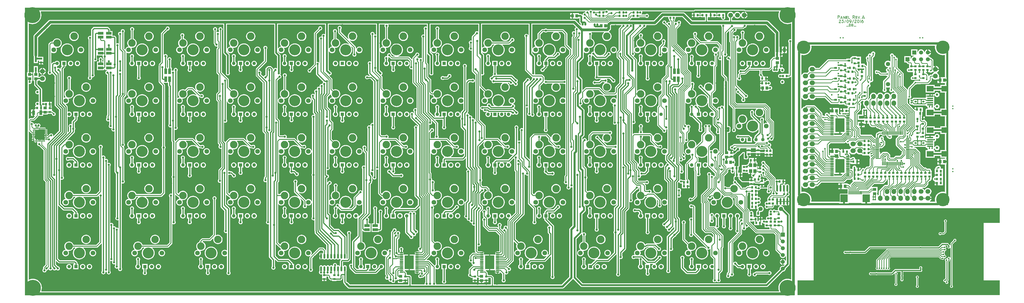
<source format=gtl>
G04 Layer_Physical_Order=1*
G04 Layer_Color=3162822*
%FSLAX44Y44*%
%MOMM*%
G71*
G01*
G75*
%ADD10R,1.0000X1.3000*%
%ADD11R,0.8000X0.9000*%
%ADD12R,0.9000X0.8000*%
%ADD13R,1.1000X0.6500*%
%ADD14R,0.9000X0.6500*%
%ADD15R,0.6500X1.1000*%
%ADD16R,0.6500X0.9000*%
%ADD17R,1.3000X1.0000*%
%ADD18R,1.7000X1.1000*%
%ADD19R,3.4000X5.2000*%
%ADD20O,1.4000X0.4500*%
%ADD21R,0.5000X0.3000*%
%ADD22O,1.4000X0.3000*%
%ADD23O,0.3000X1.4000*%
%ADD24R,2.2500X0.5000*%
%ADD25R,2.5000X2.0000*%
%ADD26R,2.7000X3.0000*%
%ADD27R,0.3000X1.2000*%
%ADD28C,0.2500*%
%ADD29C,0.6500*%
%ADD30C,0.3500*%
%ADD31C,0.4500*%
%ADD32C,0.5000*%
%ADD33R,1.0000X2.0000*%
%ADD34R,1.1000X1.7000*%
%ADD35R,0.5000X0.3000*%
%ADD36R,0.3000X0.5000*%
%ADD37R,3.2000X3.2000*%
%ADD38R,0.8000X1.6000*%
%ADD39R,1.1498X1.3995*%
%ADD40O,0.7000X2.5000*%
%ADD41R,2.0000X1.0000*%
%ADD42O,0.6000X1.9000*%
%ADD43C,0.8000*%
%ADD44C,1.0000*%
%ADD45C,0.5000*%
%ADD46C,5.0000*%
%ADD47C,0.7000*%
%ADD48O,2.0000X1.7000*%
%ADD49C,1.8000*%
%ADD50C,1.5000*%
%ADD51R,1.5000X1.5000*%
%ADD52O,1.7000X2.0000*%
%ADD53C,0.9000*%
%ADD54C,1.6000*%
%ADD55C,0.6000*%
%ADD56C,4.1000*%
%ADD57C,1.7500*%
%ADD58C,2.8000*%
%ADD59C,1.3000*%
%ADD60R,1.3000X1.3000*%
%ADD61R,1.5000X1.5000*%
%ADD62C,6.0000*%
%ADD63C,0.8000*%
G36*
X3191382Y1377050D02*
X3192949Y1378253D01*
X3194151Y1379819D01*
X3194907Y1381644D01*
X3195059Y1382801D01*
X3201852D01*
X3202025Y1381930D01*
X3202688Y1380938D01*
X3203680Y1380275D01*
X3204603Y1380091D01*
X3204610Y1380075D01*
X3205572Y1378822D01*
X3206825Y1377860D01*
X3208285Y1377255D01*
X3209851Y1377049D01*
X3211417Y1377255D01*
X3212877Y1377860D01*
X3214130Y1378822D01*
X3215092Y1380075D01*
X3215099Y1380091D01*
X3216021Y1380275D01*
X3216233Y1380416D01*
X3217351Y1380817D01*
X3218469Y1380416D01*
X3218680Y1380275D01*
X3219051Y1380201D01*
Y1377851D01*
X3219051Y1377851D01*
X3219249Y1376350D01*
X3219828Y1374951D01*
X3220750Y1373750D01*
X3224201Y1370299D01*
X3225402Y1369377D01*
X3226801Y1368798D01*
X3227983Y1368642D01*
X3229018Y1367849D01*
X3230842Y1367093D01*
X3232800Y1366835D01*
X3234758Y1367093D01*
X3236582Y1367849D01*
X3238149Y1369051D01*
X3239351Y1370618D01*
X3240107Y1372442D01*
X3240365Y1374400D01*
X3240107Y1376358D01*
X3239351Y1378182D01*
X3238962Y1378689D01*
X3239808Y1380050D01*
X3239851Y1380042D01*
X3241021Y1380275D01*
X3241233Y1380416D01*
X3242351Y1380817D01*
X3243469Y1380416D01*
X3243680Y1380275D01*
X3244851Y1380042D01*
X3246021Y1380275D01*
X3247014Y1380938D01*
X3247688D01*
X3248680Y1380275D01*
X3249851Y1380042D01*
X3251021Y1380275D01*
X3252014Y1380938D01*
X3252688D01*
X3253680Y1380275D01*
X3254851Y1380042D01*
X3256021Y1380275D01*
X3256233Y1380416D01*
X3257351Y1380817D01*
X3258469Y1380416D01*
X3258680Y1380275D01*
X3259851Y1380042D01*
X3261021Y1380275D01*
X3262014Y1380938D01*
X3262688D01*
X3263680Y1380275D01*
X3263764Y1380258D01*
X3264258Y1378631D01*
X3256199Y1370572D01*
X3255277Y1369371D01*
X3254698Y1367972D01*
X3254500Y1366471D01*
Y1344829D01*
X3254500Y1344829D01*
X3254698Y1343328D01*
X3255277Y1341929D01*
X3256199Y1340728D01*
X3256199Y1340728D01*
X3276250Y1320677D01*
Y1311052D01*
X3269598Y1304400D01*
X3256029D01*
X3254528Y1304202D01*
X3253129Y1303623D01*
X3251928Y1302701D01*
X3246627Y1297400D01*
X3234502D01*
X3233900Y1298002D01*
Y1305671D01*
X3233702Y1307172D01*
X3233123Y1308571D01*
X3232201Y1309772D01*
X3225522Y1316451D01*
X3224321Y1317372D01*
X3222922Y1317952D01*
X3221421Y1318150D01*
X3221421Y1318150D01*
X3207708D01*
X3206207Y1317952D01*
X3204808Y1317372D01*
X3203607Y1316451D01*
X3197163Y1310007D01*
X3196032Y1310998D01*
X3196092Y1311075D01*
X3196696Y1312534D01*
X3196902Y1314101D01*
X3196696Y1315667D01*
X3196092Y1317127D01*
X3195130Y1318380D01*
X3193877Y1319342D01*
X3193860Y1319348D01*
X3193677Y1320271D01*
X3193014Y1321264D01*
Y1321938D01*
X3193677Y1322930D01*
X3193910Y1324101D01*
X3193677Y1325271D01*
X3193014Y1326264D01*
Y1326938D01*
X3193677Y1327930D01*
X3193910Y1329101D01*
X3193677Y1330271D01*
X3193500Y1330536D01*
X3194370Y1331934D01*
X3195004Y1331851D01*
X3200595D01*
X3202097Y1332048D01*
X3203495Y1332628D01*
X3204696Y1333549D01*
X3213451Y1342304D01*
X3213451Y1342304D01*
X3214373Y1343505D01*
X3214952Y1344904D01*
X3215150Y1346405D01*
Y1355896D01*
X3214952Y1357397D01*
X3214373Y1358796D01*
X3213451Y1359997D01*
X3208691Y1364757D01*
X3209351Y1365618D01*
X3210107Y1367442D01*
X3210365Y1369400D01*
X3210107Y1371358D01*
X3209351Y1373182D01*
X3208149Y1374749D01*
X3206582Y1375951D01*
X3204758Y1376707D01*
X3202800Y1376965D01*
X3200842Y1376707D01*
X3199018Y1375951D01*
X3197451Y1374749D01*
X3196249Y1373182D01*
X3195493Y1371358D01*
X3195293Y1369836D01*
X3193773Y1369786D01*
X3193677Y1370271D01*
X3193014Y1371264D01*
X3192021Y1371927D01*
X3191151Y1372100D01*
Y1376954D01*
X3191382Y1377050D01*
D02*
G37*
G36*
X3174302Y1198600D02*
X3206400D01*
X3207901Y1198798D01*
X3209300Y1199377D01*
X3210501Y1200299D01*
X3219201Y1208999D01*
X3220123Y1210200D01*
X3220702Y1211599D01*
X3220900Y1213100D01*
Y1216886D01*
X3221327Y1216999D01*
X3222867Y1215897D01*
X3222993Y1214942D01*
X3223749Y1213118D01*
X3224500Y1212138D01*
Y1196373D01*
X3222677Y1194550D01*
X3214655D01*
X3213154Y1194352D01*
X3211755Y1193773D01*
X3210554Y1192851D01*
X3192299Y1174596D01*
X3191377Y1173395D01*
X3190798Y1171996D01*
X3190600Y1170495D01*
Y1157741D01*
X3189143Y1156961D01*
X3187500Y1155613D01*
X3186000Y1156100D01*
Y1187500D01*
X3165323D01*
X3164702Y1189000D01*
X3174302Y1198600D01*
D02*
G37*
G36*
X3299478Y1518804D02*
X3300099Y1518936D01*
X3301517Y1517849D01*
X3303341Y1517093D01*
X3305299Y1516835D01*
X3306225Y1516957D01*
X3306935Y1515538D01*
X3306049Y1514382D01*
X3305293Y1512558D01*
X3305035Y1510600D01*
X3305293Y1508642D01*
X3306049Y1506818D01*
X3306216Y1506600D01*
X3306049Y1506382D01*
X3305293Y1504558D01*
X3305035Y1502600D01*
X3305293Y1500642D01*
X3306049Y1498818D01*
X3307251Y1497251D01*
X3308818Y1496049D01*
X3310642Y1495293D01*
X3312600Y1495035D01*
X3314558Y1495293D01*
X3315927Y1495860D01*
X3317892Y1493894D01*
X3319198Y1492892D01*
X3320718Y1492262D01*
X3322350Y1492048D01*
X3363850D01*
X3365350Y1492245D01*
X3365550Y1492214D01*
X3366850Y1491302D01*
Y1487601D01*
X3372121D01*
X3372735Y1486900D01*
X3372993Y1484942D01*
X3373749Y1483118D01*
X3374530Y1482099D01*
X3373828Y1480599D01*
X3365600D01*
Y1451599D01*
X3399600D01*
Y1458282D01*
X3420600D01*
Y1451599D01*
X3437912D01*
Y1414601D01*
X3420600D01*
Y1407918D01*
X3399600D01*
Y1414601D01*
X3370388D01*
X3370290Y1414706D01*
X3369736Y1416101D01*
X3370323Y1416865D01*
X3370902Y1418263D01*
X3371100Y1419765D01*
Y1427328D01*
X3370902Y1428829D01*
X3370323Y1430228D01*
X3369401Y1431429D01*
X3364829Y1436001D01*
X3364829Y1436001D01*
X3363628Y1436923D01*
X3362550Y1437369D01*
Y1439275D01*
X3354800D01*
Y1441525D01*
X3352550D01*
Y1450525D01*
X3351100D01*
Y1452275D01*
X3353050D01*
Y1463909D01*
X3353098Y1464273D01*
Y1467900D01*
X3355798D01*
Y1485900D01*
X3341798D01*
X3335548D01*
Y1476900D01*
X3331049D01*
Y1485900D01*
X3324798D01*
Y1477035D01*
X3323412Y1476461D01*
X3298600Y1501274D01*
Y1518347D01*
X3299478Y1518804D01*
D02*
G37*
G36*
X3121901Y1472799D02*
X3122823Y1474000D01*
X3123402Y1475399D01*
X3123600Y1476900D01*
X3123600Y1476900D01*
Y1492138D01*
X3124351Y1493118D01*
X3125107Y1494942D01*
X3125365Y1496900D01*
X3125107Y1498858D01*
X3124351Y1500682D01*
X3123149Y1502249D01*
X3122791Y1502523D01*
X3122693Y1504020D01*
X3128023Y1509350D01*
X3133248D01*
X3134147Y1507850D01*
X3133531Y1506699D01*
X3132788Y1504248D01*
X3132537Y1501700D01*
Y1498700D01*
X3132788Y1496151D01*
X3133531Y1493701D01*
X3134738Y1491443D01*
X3136363Y1489463D01*
X3138343Y1487839D01*
X3139800Y1487059D01*
Y1484100D01*
X3139984Y1482708D01*
X3139941Y1482281D01*
X3139224Y1481208D01*
X3138462D01*
X3137258Y1481707D01*
X3135300Y1481965D01*
X3133342Y1481707D01*
X3131518Y1480951D01*
X3129951Y1479749D01*
X3128749Y1478182D01*
X3127993Y1476358D01*
X3127735Y1474400D01*
X3127993Y1472442D01*
X3128492Y1471238D01*
Y1467562D01*
X3127993Y1466358D01*
X3127735Y1464400D01*
X3127993Y1462442D01*
X3128492Y1461238D01*
Y1457900D01*
X3112300D01*
Y1437900D01*
X3136300D01*
Y1430900D01*
X3127550D01*
Y1423150D01*
X3138300D01*
Y1423902D01*
X3143050D01*
Y1432401D01*
X3147550D01*
Y1423902D01*
X3151300D01*
Y1423900D01*
X3154500D01*
Y1421900D01*
X3154698Y1420399D01*
X3155277Y1419000D01*
X3156199Y1417799D01*
X3161199Y1412799D01*
X3162400Y1411877D01*
X3163799Y1411298D01*
X3165300Y1411100D01*
X3180827D01*
X3184128Y1407799D01*
X3185329Y1406877D01*
X3186728Y1406298D01*
X3188229Y1406100D01*
X3191255D01*
X3194557Y1402799D01*
X3195758Y1401877D01*
X3197157Y1401298D01*
X3198658Y1401100D01*
X3204684D01*
X3205741Y1399980D01*
X3205620Y1398417D01*
X3205572Y1398380D01*
X3204610Y1397127D01*
X3204603Y1397110D01*
X3203680Y1396927D01*
X3202688Y1396264D01*
X3202025Y1395271D01*
X3201852Y1394400D01*
X3192599D01*
X3191098Y1394203D01*
X3189699Y1393623D01*
X3188498Y1392702D01*
X3188498Y1392702D01*
X3186866Y1391070D01*
X3185642Y1390909D01*
X3183818Y1390153D01*
X3182251Y1388951D01*
X3181049Y1387384D01*
X3180293Y1385560D01*
X3180035Y1383602D01*
X3180041Y1383559D01*
X3179749Y1382853D01*
X3179551Y1381352D01*
Y1372100D01*
X3178680Y1371927D01*
X3177688Y1371264D01*
X3176342Y1371131D01*
X3165972Y1381501D01*
X3165972Y1381501D01*
X3164771Y1382423D01*
X3163372Y1383002D01*
X3161871Y1383199D01*
X3124202D01*
X3122850Y1384552D01*
Y1403134D01*
X3122652Y1404635D01*
X3122072Y1406034D01*
X3121151Y1407235D01*
X3118872Y1409514D01*
X3119446Y1410900D01*
X3123050D01*
Y1420900D01*
Y1430900D01*
X3112300D01*
Y1419633D01*
X3110800Y1418831D01*
X3110599Y1418965D01*
Y1461498D01*
X3121901Y1472799D01*
D02*
G37*
G36*
X3124298Y1630400D02*
X3136499D01*
Y1624902D01*
X3130050D01*
Y1616402D01*
X3125550D01*
Y1624902D01*
X3118800D01*
Y1620990D01*
X3117300Y1620481D01*
X3116901Y1621001D01*
X3111100Y1626802D01*
Y1630400D01*
X3124298D01*
D02*
G37*
G36*
X2903266Y1681278D02*
X2905371Y1680773D01*
X2910000Y1680409D01*
X2914629Y1680773D01*
X2919144Y1681857D01*
X2923434Y1683634D01*
X2927393Y1686060D01*
X2930924Y1689076D01*
X2933940Y1692607D01*
X2936366Y1696566D01*
X2938143Y1700856D01*
X2939227Y1705371D01*
X2939591Y1710000D01*
X2939283Y1713912D01*
X2940383Y1715412D01*
X3399617D01*
X3400717Y1713912D01*
X3400409Y1710000D01*
X3400773Y1705371D01*
X3401857Y1700856D01*
X3403634Y1696566D01*
X3406060Y1692607D01*
X3409076Y1689076D01*
X3412607Y1686060D01*
X3416566Y1683634D01*
X3420856Y1681857D01*
X3425371Y1680773D01*
X3430000Y1680409D01*
X3434629Y1680773D01*
X3436734Y1681278D01*
X3437912Y1680350D01*
Y1597900D01*
X3429300D01*
X3422050D01*
Y1575900D01*
X3429300D01*
X3437912D01*
Y1569601D01*
X3420600D01*
Y1562918D01*
X3399600D01*
Y1569601D01*
X3365600D01*
Y1540601D01*
X3399600D01*
Y1547284D01*
X3420600D01*
Y1540601D01*
X3437912D01*
Y1480599D01*
X3420600D01*
Y1473916D01*
X3399600D01*
Y1480599D01*
X3396772D01*
X3396070Y1482099D01*
X3396851Y1483118D01*
X3397607Y1484942D01*
X3397784Y1486288D01*
X3398263Y1486665D01*
X3399209Y1486415D01*
X3399911Y1486055D01*
X3400737Y1484062D01*
X3402179Y1482182D01*
X3404059Y1480740D01*
X3406249Y1479833D01*
X3408598Y1479523D01*
X3410948Y1479833D01*
X3413137Y1480740D01*
X3415017Y1482182D01*
X3416460Y1484062D01*
X3417367Y1486252D01*
X3417676Y1488601D01*
X3417367Y1490950D01*
X3416460Y1493140D01*
X3415017Y1495020D01*
X3413137Y1496463D01*
X3410948Y1497369D01*
X3408598Y1497679D01*
X3406249Y1497369D01*
X3404059Y1496463D01*
X3402179Y1495020D01*
X3400737Y1493140D01*
X3399830Y1490950D01*
X3398350Y1491159D01*
Y1525602D01*
X3382600D01*
X3366850D01*
Y1521722D01*
X3365809Y1521027D01*
X3365350Y1520956D01*
X3363850Y1521154D01*
X3363838Y1521152D01*
X3322362D01*
X3322350Y1521154D01*
X3320718Y1520939D01*
X3319198Y1520309D01*
X3317892Y1519308D01*
X3315925Y1517341D01*
X3314558Y1517907D01*
X3312600Y1518165D01*
X3311674Y1518043D01*
X3310964Y1519462D01*
X3311851Y1520618D01*
X3312606Y1522442D01*
X3312864Y1524400D01*
X3312606Y1526358D01*
X3311851Y1528182D01*
X3311099Y1529162D01*
Y1552747D01*
X3328534Y1570182D01*
X3329758Y1570343D01*
X3331582Y1571099D01*
X3332562Y1571850D01*
X3373550D01*
X3375051Y1572048D01*
X3376450Y1572628D01*
X3377651Y1573549D01*
X3386901Y1582799D01*
X3387823Y1584000D01*
X3388402Y1585399D01*
X3388600Y1586900D01*
Y1595237D01*
X3390099Y1595613D01*
X3390821Y1594263D01*
X3392508Y1592208D01*
X3394564Y1590521D01*
X3396909Y1589267D01*
X3399454Y1588495D01*
X3402100Y1588235D01*
X3404746Y1588495D01*
X3407291Y1589267D01*
X3408800Y1590074D01*
X3410300Y1589175D01*
Y1589150D01*
X3417550D01*
Y1597900D01*
X3416283D01*
X3415750Y1598618D01*
X3415429Y1599400D01*
X3415665Y1601800D01*
X3415405Y1604446D01*
X3414633Y1606991D01*
X3413379Y1609337D01*
X3411692Y1611392D01*
X3409637Y1613079D01*
X3408569Y1613650D01*
Y1615350D01*
X3409637Y1615921D01*
X3411692Y1617608D01*
X3413379Y1619664D01*
X3414633Y1622009D01*
X3415405Y1624554D01*
X3415444Y1624950D01*
X3402100D01*
Y1627200D01*
X3399850D01*
Y1640544D01*
X3399454Y1640505D01*
X3396909Y1639733D01*
X3396336Y1639427D01*
X3395050Y1640198D01*
Y1660750D01*
X3394852Y1662251D01*
X3394272Y1663650D01*
X3393351Y1664851D01*
X3389101Y1669101D01*
X3387900Y1670023D01*
X3386501Y1670602D01*
X3385000Y1670800D01*
X3385000Y1670800D01*
X3384707D01*
X3384226Y1671699D01*
X3382726Y1673526D01*
X3380899Y1675026D01*
X3378814Y1676140D01*
X3376552Y1676826D01*
X3375334Y1676946D01*
Y1678454D01*
X3376552Y1678574D01*
X3378814Y1679260D01*
X3380899Y1680374D01*
X3382726Y1681874D01*
X3384226Y1683701D01*
X3385340Y1685786D01*
X3386026Y1688048D01*
X3386036Y1688150D01*
X3374200D01*
Y1690400D01*
X3371950D01*
Y1702236D01*
X3371848Y1702226D01*
X3369586Y1701540D01*
X3367501Y1700426D01*
X3365674Y1698926D01*
X3364174Y1697099D01*
X3363060Y1695014D01*
X3362374Y1692752D01*
X3362254Y1691534D01*
X3360746D01*
X3360626Y1692752D01*
X3359940Y1695014D01*
X3358826Y1697099D01*
X3357326Y1698926D01*
X3355499Y1700426D01*
X3353414Y1701540D01*
X3351152Y1702226D01*
X3348800Y1702458D01*
X3346447Y1702226D01*
X3344185Y1701540D01*
X3342101Y1700426D01*
X3340274Y1698926D01*
X3338774Y1697099D01*
X3337660Y1695014D01*
X3336974Y1692752D01*
X3336900Y1692004D01*
X3335400Y1692078D01*
Y1702400D01*
X3311400D01*
Y1678400D01*
X3321722D01*
X3321796Y1676900D01*
X3321048Y1676826D01*
X3318786Y1676140D01*
X3316701Y1675026D01*
X3314874Y1673526D01*
X3313374Y1671699D01*
X3312260Y1669614D01*
X3311574Y1667352D01*
X3311500Y1666604D01*
X3310000Y1666678D01*
Y1677000D01*
X3286000D01*
Y1653000D01*
X3293822D01*
X3293899Y1652899D01*
X3298399Y1648399D01*
X3299600Y1647477D01*
X3300999Y1646898D01*
X3302500Y1646700D01*
X3303800D01*
Y1632842D01*
X3302800Y1631965D01*
X3300842Y1631707D01*
X3299018Y1630951D01*
X3297451Y1629749D01*
X3296249Y1628182D01*
X3295493Y1626358D01*
X3295235Y1624400D01*
X3295493Y1622442D01*
X3296249Y1620618D01*
X3297451Y1619051D01*
X3299018Y1617849D01*
X3300842Y1617093D01*
X3302496Y1616875D01*
X3303800Y1616402D01*
Y1616402D01*
X3318800D01*
Y1602842D01*
X3317800Y1601965D01*
X3315842Y1601707D01*
X3314018Y1600951D01*
X3312451Y1599749D01*
X3311249Y1598182D01*
X3310493Y1596358D01*
X3310235Y1594400D01*
X3310493Y1592442D01*
X3311249Y1590618D01*
X3312451Y1589051D01*
X3314018Y1587849D01*
X3315842Y1587093D01*
X3317496Y1586875D01*
X3318800Y1586402D01*
Y1586402D01*
X3325573D01*
X3325842Y1584957D01*
X3324018Y1584201D01*
X3322451Y1582999D01*
X3321249Y1581432D01*
X3320493Y1579608D01*
X3320332Y1578384D01*
X3301198Y1559250D01*
X3300277Y1558049D01*
X3299697Y1556650D01*
X3299500Y1555149D01*
Y1552171D01*
X3298000Y1551872D01*
X3297823Y1552300D01*
X3296901Y1553501D01*
X3283600Y1566802D01*
Y1611446D01*
X3283402Y1612947D01*
X3282823Y1614346D01*
X3281901Y1615547D01*
X3261100Y1636348D01*
Y1659638D01*
X3261851Y1660618D01*
X3262607Y1662442D01*
X3262865Y1664400D01*
X3262607Y1666358D01*
X3261851Y1668182D01*
X3260649Y1669749D01*
X3259082Y1670951D01*
X3257258Y1671707D01*
X3255357Y1671957D01*
X3255107Y1673858D01*
X3254351Y1675682D01*
X3253149Y1677249D01*
X3251582Y1678451D01*
X3249758Y1679207D01*
X3247857Y1679457D01*
X3247607Y1681358D01*
X3246851Y1683182D01*
X3245649Y1684749D01*
X3244082Y1685951D01*
X3242258Y1686707D01*
X3240300Y1686965D01*
X3238342Y1686707D01*
X3236518Y1685951D01*
X3234951Y1684749D01*
X3233749Y1683182D01*
X3232993Y1681358D01*
X3232735Y1679400D01*
X3232993Y1677442D01*
X3233749Y1675618D01*
X3234500Y1674638D01*
Y1657960D01*
X3233000Y1657251D01*
X3232278Y1657844D01*
X3230107Y1659004D01*
X3227751Y1659719D01*
X3225300Y1659960D01*
X3222850Y1659719D01*
X3220493Y1659004D01*
X3218322Y1657844D01*
X3216418Y1656282D01*
X3214856Y1654378D01*
X3213696Y1652207D01*
X3212981Y1649850D01*
X3212740Y1647400D01*
X3212981Y1644950D01*
X3213696Y1642593D01*
X3214856Y1640422D01*
X3216418Y1638518D01*
X3218322Y1636956D01*
X3220493Y1635796D01*
X3222850Y1635081D01*
X3224266Y1634941D01*
X3225123Y1633733D01*
X3224652Y1632308D01*
X3223342Y1632135D01*
X3221518Y1631380D01*
X3219951Y1630177D01*
X3218749Y1628611D01*
X3217993Y1626786D01*
X3217735Y1624828D01*
X3217993Y1622870D01*
X3218749Y1621046D01*
X3219951Y1619479D01*
X3221483Y1618304D01*
X3221497Y1618159D01*
X3221257Y1616762D01*
X3220842Y1616707D01*
X3219018Y1615951D01*
X3218038Y1615200D01*
X3200202D01*
X3194401Y1621001D01*
X3193200Y1621923D01*
X3191801Y1622502D01*
X3190300Y1622700D01*
X3190300Y1622699D01*
X3187562D01*
X3186582Y1623451D01*
X3184758Y1624207D01*
X3182800Y1624465D01*
X3180842Y1624207D01*
X3179018Y1623451D01*
X3177451Y1622249D01*
X3176249Y1620682D01*
X3175493Y1618858D01*
X3175235Y1616900D01*
X3175493Y1614942D01*
X3176249Y1613118D01*
X3177451Y1611551D01*
X3179018Y1610349D01*
X3180842Y1609593D01*
X3182800Y1609335D01*
X3184758Y1609593D01*
X3186582Y1610349D01*
X3187562Y1611100D01*
X3187898D01*
X3193699Y1605299D01*
X3194900Y1604377D01*
X3196299Y1603798D01*
X3197800Y1603600D01*
X3218038D01*
X3219018Y1602849D01*
X3220842Y1602093D01*
X3222457Y1601880D01*
X3222945Y1600990D01*
X3223054Y1600356D01*
X3208699Y1586001D01*
X3207777Y1584800D01*
X3207198Y1583401D01*
X3207000Y1581900D01*
Y1554162D01*
X3206249Y1553182D01*
X3205493Y1551358D01*
X3205235Y1549400D01*
X3205493Y1547442D01*
X3206249Y1545618D01*
X3207451Y1544051D01*
X3209018Y1542849D01*
X3210842Y1542093D01*
X3212800Y1541835D01*
X3214758Y1542093D01*
X3216582Y1542849D01*
X3218149Y1544051D01*
X3219351Y1545618D01*
X3220107Y1547442D01*
X3220365Y1549400D01*
X3220107Y1551358D01*
X3219351Y1553182D01*
X3218600Y1554162D01*
Y1559349D01*
X3219886Y1560120D01*
X3220493Y1559796D01*
X3222850Y1559081D01*
X3225300Y1558840D01*
X3227751Y1559081D01*
X3230107Y1559796D01*
X3230714Y1560120D01*
X3232000Y1559349D01*
Y1554162D01*
X3231249Y1553182D01*
X3230493Y1551358D01*
X3230235Y1549400D01*
X3230493Y1547442D01*
X3231249Y1545618D01*
X3232451Y1544051D01*
X3234018Y1542849D01*
X3235842Y1542093D01*
X3237800Y1541835D01*
X3239758Y1542093D01*
X3241582Y1542849D01*
X3243149Y1544051D01*
X3244126Y1545324D01*
X3245822Y1545750D01*
X3250242Y1541329D01*
X3249930Y1540432D01*
X3249516Y1539935D01*
X3247200Y1540163D01*
X3244651Y1539912D01*
X3242201Y1539169D01*
X3239943Y1537961D01*
X3237963Y1536337D01*
X3236339Y1534357D01*
X3235326Y1532462D01*
X3234689Y1532304D01*
X3234311D01*
X3233674Y1532462D01*
X3232661Y1534357D01*
X3231037Y1536337D01*
X3229057Y1537961D01*
X3226799Y1539169D01*
X3224348Y1539912D01*
X3221800Y1540163D01*
X3219252Y1539912D01*
X3216801Y1539169D01*
X3214543Y1537961D01*
X3212563Y1536337D01*
X3210939Y1534357D01*
X3209926Y1532462D01*
X3209289Y1532304D01*
X3208911D01*
X3208274Y1532462D01*
X3207261Y1534357D01*
X3205637Y1536337D01*
X3203657Y1537961D01*
X3201399Y1539169D01*
X3198948Y1539912D01*
X3196400Y1540163D01*
X3193852Y1539912D01*
X3191401Y1539169D01*
X3189143Y1537961D01*
X3187163Y1536337D01*
X3185539Y1534357D01*
X3184526Y1532462D01*
X3183889Y1532304D01*
X3183511D01*
X3182874Y1532462D01*
X3181861Y1534357D01*
X3180237Y1536337D01*
X3178257Y1537961D01*
X3175999Y1539169D01*
X3173548Y1539912D01*
X3171000Y1540163D01*
X3168452Y1539912D01*
X3166001Y1539169D01*
X3163743Y1537961D01*
X3161763Y1536337D01*
X3160139Y1534357D01*
X3158932Y1532099D01*
X3158188Y1529648D01*
X3157937Y1527100D01*
Y1524100D01*
X3158188Y1521552D01*
X3158319Y1521121D01*
X3153749Y1516551D01*
X3152827Y1515350D01*
X3152509Y1514581D01*
X3151078Y1513936D01*
X3150317Y1514258D01*
X3149973Y1515872D01*
X3151901Y1517799D01*
X3152823Y1519000D01*
X3153402Y1520399D01*
X3153600Y1521900D01*
Y1559310D01*
X3154608Y1559443D01*
X3156432Y1560199D01*
X3157999Y1561401D01*
X3159201Y1562968D01*
X3159957Y1564792D01*
X3160215Y1566750D01*
X3159957Y1568708D01*
X3159201Y1570532D01*
X3157999Y1572099D01*
X3157780Y1572267D01*
Y1573767D01*
X3158149Y1574051D01*
X3159351Y1575618D01*
X3160107Y1577442D01*
X3160211Y1578231D01*
X3160761Y1579418D01*
X3161817Y1579465D01*
X3162800Y1579335D01*
X3164758Y1579593D01*
X3166582Y1580349D01*
X3168149Y1581551D01*
X3169351Y1583118D01*
X3170107Y1584942D01*
X3170365Y1586900D01*
X3170107Y1588858D01*
X3169604Y1590072D01*
Y1669789D01*
X3174758Y1674942D01*
X3175759Y1676248D01*
X3176389Y1677768D01*
X3176604Y1679400D01*
Y1682795D01*
X3176851Y1683117D01*
X3177607Y1684942D01*
X3177864Y1686900D01*
X3177607Y1688857D01*
X3176851Y1690682D01*
X3175649Y1692249D01*
X3174082Y1693451D01*
X3172257Y1694206D01*
X3170300Y1694464D01*
X3168342Y1694206D01*
X3166517Y1693451D01*
X3164951Y1692249D01*
X3163748Y1690682D01*
X3162993Y1688857D01*
X3162735Y1686900D01*
X3162232Y1686485D01*
X3161333Y1686054D01*
X3159758Y1686707D01*
X3157800Y1686965D01*
X3155842Y1686707D01*
X3154018Y1685951D01*
X3152451Y1684749D01*
X3151249Y1683182D01*
X3150493Y1681358D01*
X3150235Y1679400D01*
X3150365Y1678417D01*
X3150318Y1677361D01*
X3149131Y1676811D01*
X3148342Y1676707D01*
X3146518Y1675951D01*
X3144951Y1674749D01*
X3143749Y1673182D01*
X3142993Y1671358D01*
X3142735Y1669400D01*
X3142993Y1667442D01*
X3143749Y1665618D01*
X3144500Y1664638D01*
Y1656900D01*
X3144698Y1655399D01*
X3145277Y1654000D01*
X3146199Y1652799D01*
X3146199Y1652799D01*
X3147000Y1651998D01*
Y1640523D01*
X3145500Y1639901D01*
X3141901Y1643501D01*
X3140700Y1644423D01*
X3139301Y1645002D01*
X3138298Y1645134D01*
Y1648400D01*
X3124300D01*
Y1674898D01*
X3109675D01*
Y1676650D01*
X3091675D01*
Y1675122D01*
X3090668Y1674989D01*
X3089148Y1674359D01*
X3087842Y1673358D01*
X3085843Y1671358D01*
X3084841Y1670052D01*
X3084472Y1669161D01*
X3084211Y1668531D01*
X3084029Y1667150D01*
X3069925D01*
Y1665200D01*
X3002800D01*
X3002800Y1665200D01*
X3001299Y1665002D01*
X2999900Y1664423D01*
X2998699Y1663501D01*
X2998699Y1663501D01*
X2968198Y1633000D01*
X2955540D01*
X2954761Y1634457D01*
X2953137Y1636437D01*
X2951158Y1638061D01*
X2948899Y1639268D01*
X2946448Y1640012D01*
X2943900Y1640263D01*
X2940900D01*
X2938352Y1640012D01*
X2935901Y1639268D01*
X2933643Y1638061D01*
X2931663Y1636437D01*
X2930038Y1634457D01*
X2928831Y1632199D01*
X2928088Y1629748D01*
X2927837Y1627200D01*
X2928088Y1624651D01*
X2928831Y1622201D01*
X2929799Y1620390D01*
X2929650Y1619973D01*
X2928449Y1619051D01*
X2928449Y1619051D01*
X2923321Y1613923D01*
X2921049Y1614612D01*
X2918500Y1614863D01*
X2915500D01*
X2912952Y1614612D01*
X2910501Y1613869D01*
X2908242Y1612661D01*
X2906263Y1611037D01*
X2904639Y1609057D01*
X2903588Y1607092D01*
X2902267Y1607274D01*
X2902088Y1607347D01*
Y1680350D01*
X2903266Y1681278D01*
D02*
G37*
G36*
X3324226Y1337048D02*
X3363850D01*
X3365350Y1337245D01*
X3365550Y1337214D01*
X3366850Y1336302D01*
Y1332601D01*
X3372121D01*
X3372735Y1331900D01*
X3372993Y1329942D01*
X3373749Y1328118D01*
X3374530Y1327099D01*
X3373828Y1325599D01*
X3365600D01*
Y1296599D01*
X3399600D01*
Y1303282D01*
X3420600D01*
Y1296599D01*
X3437912D01*
Y1292900D01*
X3429300D01*
X3422050D01*
Y1270900D01*
X3429300D01*
X3437912D01*
Y1169650D01*
X3436734Y1168721D01*
X3434629Y1169227D01*
X3430000Y1169591D01*
X3425371Y1169227D01*
X3420856Y1168143D01*
X3416566Y1166366D01*
X3412607Y1163940D01*
X3409076Y1160924D01*
X3406060Y1157393D01*
X3403634Y1153434D01*
X3401857Y1149144D01*
X3400773Y1144629D01*
X3400409Y1140000D01*
X3400773Y1135371D01*
X3401278Y1133266D01*
X3400350Y1132088D01*
X3395000D01*
X3382447D01*
X3382062Y1133588D01*
X3383792Y1135008D01*
X3385479Y1137064D01*
X3386733Y1139409D01*
X3387505Y1141954D01*
X3387544Y1142350D01*
X3374200D01*
Y1146850D01*
X3387544D01*
X3387505Y1147246D01*
X3386733Y1149791D01*
X3385479Y1152137D01*
X3383792Y1154192D01*
X3381736Y1155879D01*
X3380669Y1156450D01*
Y1158150D01*
X3381736Y1158721D01*
X3383792Y1160408D01*
X3385479Y1162464D01*
X3386733Y1164809D01*
X3387505Y1167354D01*
X3387765Y1170000D01*
X3387505Y1172646D01*
X3386733Y1175191D01*
X3385479Y1177536D01*
X3383792Y1179592D01*
X3381736Y1181279D01*
X3379391Y1182533D01*
X3376847Y1183305D01*
X3374200Y1183565D01*
X3371554Y1183305D01*
X3369009Y1182533D01*
X3366664Y1181279D01*
X3364608Y1179592D01*
X3362921Y1177536D01*
X3362350Y1176469D01*
X3360650D01*
X3360079Y1177536D01*
X3358392Y1179592D01*
X3356336Y1181279D01*
X3353991Y1182533D01*
X3353438Y1182700D01*
X3353661Y1184200D01*
X3362071D01*
X3363572Y1184398D01*
X3364971Y1184977D01*
X3366172Y1185899D01*
X3374601Y1194328D01*
X3374601Y1194328D01*
X3375523Y1195529D01*
X3376102Y1196928D01*
X3376300Y1198429D01*
X3376300Y1198429D01*
Y1204698D01*
X3381034Y1209432D01*
X3382258Y1209593D01*
X3384083Y1210349D01*
X3385649Y1211551D01*
X3386851Y1213118D01*
X3387607Y1214942D01*
X3387865Y1216900D01*
X3388480Y1217602D01*
X3389100D01*
Y1248602D01*
X3385900D01*
Y1250335D01*
X3385702Y1251836D01*
X3385123Y1253235D01*
X3384201Y1254436D01*
X3383000Y1255358D01*
X3381601Y1255937D01*
X3380100Y1256135D01*
X3371138D01*
X3368772Y1258501D01*
X3367571Y1259423D01*
X3366172Y1260002D01*
X3364671Y1260200D01*
X3360345D01*
X3345899Y1274644D01*
Y1315359D01*
X3345702Y1316860D01*
X3345122Y1318259D01*
X3344201Y1319460D01*
X3330459Y1333202D01*
X3329258Y1334123D01*
X3327859Y1334703D01*
X3326358Y1334900D01*
X3324882D01*
X3323890Y1336308D01*
X3324226Y1337048D01*
D02*
G37*
G36*
X3450000Y1540601D02*
Y1480599D01*
X3442500D01*
Y1540601D01*
X3450000D01*
D02*
G37*
G36*
Y1451599D02*
Y1414601D01*
X3442500D01*
Y1451599D01*
X3450000D01*
D02*
G37*
G36*
Y1385601D02*
Y1325599D01*
X3442500D01*
Y1385601D01*
X3450000D01*
D02*
G37*
G36*
X3366800Y1616398D02*
Y1616402D01*
X3370550D01*
Y1624902D01*
X3375050D01*
Y1616402D01*
X3380627D01*
X3381218Y1615949D01*
X3383042Y1615193D01*
X3385000Y1614935D01*
X3386958Y1615193D01*
X3388782Y1615949D01*
X3390349Y1617151D01*
X3390636Y1617525D01*
X3392495Y1617607D01*
X3392559Y1617566D01*
X3394564Y1615921D01*
X3395631Y1615350D01*
Y1613650D01*
X3394564Y1613079D01*
X3392508Y1611392D01*
X3390821Y1609337D01*
X3389946Y1607700D01*
X3385300D01*
X3383799Y1607502D01*
X3382400Y1606923D01*
X3381199Y1606001D01*
X3378699Y1603501D01*
X3377777Y1602300D01*
X3377599Y1601871D01*
X3376100Y1602169D01*
Y1604400D01*
X3375902Y1605901D01*
X3375323Y1607300D01*
X3374401Y1608501D01*
X3369899Y1613002D01*
X3369899Y1613002D01*
X3368698Y1613924D01*
X3367299Y1614504D01*
X3366800Y1614569D01*
Y1616398D01*
X3366800D01*
D02*
G37*
G36*
X3365600Y1385601D02*
Y1385601D01*
X3399600D01*
Y1392284D01*
X3420600D01*
Y1385601D01*
X3437912D01*
Y1325599D01*
X3420600D01*
Y1318916D01*
X3399600D01*
Y1325599D01*
X3396772D01*
X3396070Y1327099D01*
X3396851Y1328118D01*
X3397607Y1329942D01*
X3397784Y1331288D01*
X3398263Y1331665D01*
X3399209Y1331415D01*
X3399911Y1331055D01*
X3400737Y1329062D01*
X3402179Y1327182D01*
X3404059Y1325740D01*
X3406249Y1324833D01*
X3408598Y1324523D01*
X3410948Y1324833D01*
X3413137Y1325740D01*
X3415017Y1327182D01*
X3416460Y1329062D01*
X3417367Y1331252D01*
X3417676Y1333601D01*
X3417367Y1335950D01*
X3416460Y1338140D01*
X3415017Y1340020D01*
X3413137Y1341463D01*
X3410948Y1342369D01*
X3408598Y1342679D01*
X3406249Y1342369D01*
X3404059Y1341463D01*
X3402179Y1340020D01*
X3400737Y1338140D01*
X3399830Y1335950D01*
X3398350Y1336159D01*
Y1356908D01*
X3399758Y1357093D01*
X3401582Y1357849D01*
X3403149Y1359051D01*
X3404351Y1360618D01*
X3405107Y1362442D01*
X3405365Y1364400D01*
X3405107Y1366358D01*
X3404445Y1367957D01*
X3404829Y1368579D01*
X3405507Y1369141D01*
X3406249Y1368833D01*
X3408598Y1368524D01*
X3410948Y1368833D01*
X3413137Y1369740D01*
X3415017Y1371183D01*
X3416460Y1373063D01*
X3417367Y1375252D01*
X3417676Y1377601D01*
X3417367Y1379951D01*
X3416460Y1382140D01*
X3415017Y1384020D01*
X3413137Y1385463D01*
X3410948Y1386370D01*
X3408598Y1386679D01*
X3406249Y1386370D01*
X3404059Y1385463D01*
X3402179Y1384020D01*
X3400737Y1382140D01*
X3399830Y1379951D01*
X3399700Y1378962D01*
X3398350Y1378600D01*
X3398139Y1378599D01*
X3384850D01*
Y1371599D01*
X3382600D01*
Y1370602D01*
X3366850D01*
Y1366722D01*
X3365809Y1366027D01*
X3365634Y1366000D01*
X3364300Y1366912D01*
Y1385118D01*
X3365600Y1385601D01*
D02*
G37*
G36*
X3402500Y1727500D02*
X3405000D01*
X3450000D01*
Y1569601D01*
X3442500D01*
Y1575900D01*
X3445300D01*
Y1584650D01*
X3435800D01*
Y1589150D01*
X3445300D01*
Y1597900D01*
X3442500D01*
Y1720000D01*
X3402500D01*
X2897500D01*
Y1127500D01*
X3042700D01*
Y1125600D01*
X3058450D01*
Y1145100D01*
X3062950D01*
Y1125600D01*
X3078700D01*
Y1127500D01*
X3126300D01*
Y1125600D01*
X3142050D01*
Y1145100D01*
X3146550D01*
Y1125600D01*
X3162300D01*
Y1127500D01*
X3395000D01*
X3442500D01*
Y1270900D01*
X3445300D01*
Y1279650D01*
X3435800D01*
Y1284150D01*
X3445300D01*
Y1292900D01*
X3442500D01*
Y1296599D01*
X3450000D01*
Y1120000D01*
X2890000D01*
Y1727500D01*
X3402500D01*
D02*
G37*
G36*
X3024182Y1234438D02*
X3024682Y1235187D01*
X3024725Y1235400D01*
X3043650D01*
Y1265900D01*
X3048150D01*
Y1235400D01*
X3054238D01*
X3054812Y1234014D01*
X3050598Y1229799D01*
X3025261D01*
X3024973Y1230150D01*
X3024682Y1231613D01*
X3024182Y1232362D01*
X3023967Y1233400D01*
X3024182Y1234438D01*
D02*
G37*
G36*
X2902267Y1520126D02*
X2903588Y1520308D01*
X2904639Y1518343D01*
X2906263Y1516363D01*
X2908242Y1514739D01*
X2910501Y1513531D01*
X2912952Y1512788D01*
X2915500Y1512537D01*
X2918500D01*
X2921049Y1512788D01*
X2923499Y1513531D01*
X2925757Y1514739D01*
X2927737Y1516363D01*
X2928755Y1517603D01*
X2928847Y1517657D01*
X2930553D01*
X2930645Y1517603D01*
X2931663Y1516363D01*
X2933643Y1514739D01*
X2935901Y1513531D01*
X2938352Y1512788D01*
X2940900Y1512537D01*
X2943900D01*
X2946448Y1512788D01*
X2948899Y1513531D01*
X2951158Y1514739D01*
X2953137Y1516363D01*
X2954761Y1518343D01*
X2955540Y1519800D01*
X2989498D01*
X3010299Y1498999D01*
X3011500Y1498077D01*
X3012899Y1497498D01*
X3014400Y1497300D01*
X3037600D01*
X3039101Y1497498D01*
X3039975Y1497860D01*
X3041475Y1497093D01*
Y1495850D01*
X3059475D01*
Y1496021D01*
X3060975Y1496530D01*
X3060999Y1496499D01*
X3063499Y1493999D01*
X3064700Y1493077D01*
X3066099Y1492498D01*
X3067600Y1492300D01*
X3070100D01*
X3070100Y1492300D01*
X3072102D01*
Y1489100D01*
X3076464D01*
X3077085Y1487600D01*
X3075843Y1486358D01*
X3074841Y1485052D01*
X3074472Y1484161D01*
X3074211Y1483532D01*
X3073996Y1481900D01*
Y1480900D01*
X3064301D01*
X3058051D01*
Y1471900D01*
X3055802D01*
Y1469650D01*
X3047302D01*
Y1462900D01*
X3049206D01*
X3050367Y1461400D01*
X3050235Y1460400D01*
X3049362Y1459404D01*
X3044511D01*
X3042500Y1461415D01*
Y1482900D01*
X3026500D01*
X3019250D01*
Y1471900D01*
X3017000D01*
Y1469650D01*
X3007500D01*
Y1460900D01*
X3007500D01*
X3007534Y1459400D01*
X3006836Y1458864D01*
X3006672Y1458651D01*
X3006263Y1458551D01*
X3004820Y1459359D01*
X3004807Y1459458D01*
X3004051Y1461282D01*
X3002849Y1462849D01*
X3001282Y1464051D01*
X2999458Y1464807D01*
X2997500Y1465065D01*
X2995542Y1464807D01*
X2993718Y1464051D01*
X2992151Y1462849D01*
X2990949Y1461282D01*
X2990193Y1459458D01*
X2989935Y1457500D01*
X2990193Y1455542D01*
X2990500Y1454800D01*
X2989498Y1453300D01*
X2987262D01*
X2986282Y1454051D01*
X2984458Y1454807D01*
X2982500Y1455065D01*
X2981871Y1454982D01*
X2980370Y1456297D01*
Y1461453D01*
X2980173Y1462954D01*
X2979594Y1464353D01*
X2978672Y1465554D01*
X2953075Y1491151D01*
X2951874Y1492073D01*
X2950475Y1492652D01*
X2948974Y1492849D01*
X2921150D01*
X2919649Y1492652D01*
X2918250Y1492073D01*
X2917049Y1491151D01*
X2917049Y1491151D01*
X2913571Y1487673D01*
X2912952Y1487612D01*
X2910501Y1486868D01*
X2908242Y1485661D01*
X2906263Y1484037D01*
X2904639Y1482057D01*
X2903588Y1480092D01*
X2902267Y1480274D01*
X2902088Y1480347D01*
Y1520053D01*
X2902267Y1520126D01*
D02*
G37*
G36*
X3027524Y1303900D02*
X3027046Y1305054D01*
X3025964Y1306464D01*
X3024554Y1307546D01*
X3023217Y1308100D01*
X3023515Y1309600D01*
X3039596D01*
Y1303200D01*
X3039811Y1301568D01*
X3040441Y1300048D01*
X3041443Y1298743D01*
X3042285Y1297900D01*
X3041664Y1296400D01*
X3027520D01*
X3026781Y1297900D01*
X3027046Y1298246D01*
X3027524Y1299400D01*
X3020308D01*
X3019300Y1300173D01*
X3017901Y1300752D01*
X3016400Y1300950D01*
Y1303900D01*
X3027524D01*
D02*
G37*
G36*
X3024182Y1386838D02*
X3024682Y1387587D01*
X3024725Y1387800D01*
X3043650D01*
Y1418300D01*
X3048150D01*
Y1387800D01*
X3054238D01*
X3054812Y1386414D01*
X3050598Y1382200D01*
X3025261D01*
X3024973Y1382550D01*
X3024682Y1384013D01*
X3024182Y1384762D01*
X3023967Y1385800D01*
X3024182Y1386838D01*
D02*
G37*
G36*
X3010802Y1350600D02*
X3061284D01*
X3062785Y1350798D01*
X3064184Y1351377D01*
X3065385Y1352299D01*
X3067049Y1353963D01*
X3068520Y1353670D01*
X3068749Y1353118D01*
X3069951Y1351551D01*
X3071518Y1350349D01*
X3073342Y1349593D01*
X3075300Y1349335D01*
X3077258Y1349593D01*
X3078977Y1350305D01*
X3079396Y1350140D01*
X3080402Y1349470D01*
X3080237Y1347800D01*
X3080488Y1345251D01*
X3081231Y1342801D01*
X3082439Y1340543D01*
X3084063Y1338563D01*
X3086042Y1336939D01*
X3087938Y1335926D01*
X3088096Y1335289D01*
Y1334911D01*
X3087938Y1334274D01*
X3086042Y1333261D01*
X3084063Y1331637D01*
X3082439Y1329657D01*
X3082068Y1328964D01*
X3080802Y1328400D01*
X3066801D01*
X3060551D01*
Y1319400D01*
X3056052D01*
Y1328400D01*
X3049802D01*
Y1326073D01*
X3048416Y1325499D01*
X3048257Y1325658D01*
X3046952Y1326659D01*
X3045432Y1327289D01*
X3043800Y1327504D01*
X3042600D01*
Y1331600D01*
X3026600D01*
X3019350D01*
Y1320600D01*
X3017100D01*
Y1318350D01*
X3007600D01*
Y1309600D01*
X3009285D01*
X3009583Y1308100D01*
X3008246Y1307546D01*
X3006836Y1306464D01*
X3005296Y1306575D01*
X3004350Y1307467D01*
Y1344148D01*
X3010802Y1350600D01*
D02*
G37*
G36*
X2902267Y1189926D02*
X2903588Y1190108D01*
X2904639Y1188143D01*
X2906263Y1186163D01*
X2908242Y1184539D01*
X2910501Y1183332D01*
X2912952Y1182588D01*
X2915500Y1182337D01*
X2918500D01*
X2921049Y1182588D01*
X2923499Y1183332D01*
X2925757Y1184539D01*
X2927737Y1186163D01*
X2928755Y1187403D01*
X2928847Y1187457D01*
X2930553D01*
X2930645Y1187403D01*
X2931663Y1186163D01*
X2933643Y1184539D01*
X2935901Y1183332D01*
X2938352Y1182588D01*
X2940900Y1182337D01*
X2943900D01*
X2946448Y1182588D01*
X2948899Y1183332D01*
X2951158Y1184539D01*
X2953137Y1186163D01*
X2954761Y1188143D01*
X2955540Y1189600D01*
X2960400D01*
X2961901Y1189798D01*
X2963300Y1190377D01*
X2964501Y1191299D01*
X2976402Y1203200D01*
X3059213D01*
X3060714Y1203398D01*
X3062113Y1203977D01*
X3063314Y1204899D01*
X3072766Y1214350D01*
X3084292D01*
X3085793Y1214548D01*
X3087192Y1215127D01*
X3088393Y1216049D01*
X3090614Y1218270D01*
X3092000Y1217696D01*
Y1209100D01*
X3093938D01*
X3094512Y1207714D01*
X3085899Y1199101D01*
X3084977Y1197900D01*
X3084398Y1196501D01*
X3084331Y1195992D01*
X3082747Y1195454D01*
X3081601Y1196601D01*
X3080400Y1197523D01*
X3079001Y1198102D01*
X3077500Y1198300D01*
X3077500Y1198300D01*
X3075000D01*
Y1201000D01*
X3059000D01*
X3051750D01*
Y1179000D01*
X3059000D01*
X3074201D01*
Y1164900D01*
X3074398Y1163399D01*
X3074522Y1163100D01*
X3073520Y1161600D01*
X3045700D01*
Y1132574D01*
X3044200Y1131790D01*
X3042700Y1132088D01*
X2939650D01*
X2938722Y1133266D01*
X2939227Y1135371D01*
X2939591Y1140000D01*
X2939227Y1144629D01*
X2938143Y1149144D01*
X2936366Y1153434D01*
X2933940Y1157393D01*
X2930924Y1160924D01*
X2927393Y1163940D01*
X2923434Y1166366D01*
X2919144Y1168143D01*
X2914629Y1169227D01*
X2910000Y1169591D01*
X2905371Y1169227D01*
X2903266Y1168721D01*
X2902088Y1169650D01*
Y1189853D01*
X2902267Y1189926D01*
D02*
G37*
G36*
X3082302Y1315399D02*
X3082439Y1315143D01*
X3084063Y1313163D01*
X3086042Y1311539D01*
X3088301Y1310332D01*
X3090752Y1309588D01*
X3093300Y1309337D01*
X3096300D01*
X3098849Y1309588D01*
X3101299Y1310332D01*
X3103557Y1311539D01*
X3105537Y1313163D01*
X3106555Y1314404D01*
X3106647Y1314457D01*
X3108353D01*
X3108445Y1314404D01*
X3109463Y1313163D01*
X3111443Y1311539D01*
X3113701Y1310332D01*
X3116152Y1309588D01*
X3118700Y1309337D01*
X3121700D01*
X3124248Y1309588D01*
X3124740Y1309737D01*
X3125600Y1309077D01*
X3126999Y1308498D01*
X3128500Y1308300D01*
X3129600D01*
Y1305100D01*
X3146600D01*
X3155036D01*
X3156351Y1303600D01*
X3156285Y1303100D01*
X3156543Y1301142D01*
X3157299Y1299318D01*
X3158501Y1297751D01*
X3158237Y1296063D01*
X3157578Y1295204D01*
X3156998Y1293805D01*
X3156801Y1292304D01*
Y1268002D01*
X3152698Y1263900D01*
X3147600D01*
X3147600Y1263900D01*
X3146099Y1263702D01*
X3144700Y1263123D01*
X3143499Y1262201D01*
X3137509Y1256210D01*
X3136282Y1257151D01*
X3134458Y1257907D01*
X3132500Y1258165D01*
X3130542Y1257907D01*
X3128718Y1257151D01*
X3127151Y1255949D01*
X3125949Y1254382D01*
X3125193Y1252558D01*
X3125136Y1252126D01*
X3124500Y1251712D01*
X3123000Y1252526D01*
Y1259600D01*
X3116750D01*
Y1250600D01*
X3112250D01*
Y1259600D01*
X3109025D01*
X3107887Y1259632D01*
X3107565Y1260000D01*
X3107307Y1261958D01*
X3106551Y1263782D01*
X3105349Y1265349D01*
X3103782Y1266551D01*
X3101958Y1267307D01*
X3100000Y1267565D01*
X3098042Y1267307D01*
X3096218Y1266551D01*
X3094651Y1265349D01*
X3093449Y1263782D01*
X3092693Y1261958D01*
X3092435Y1260000D01*
X3092084Y1259600D01*
X3092000D01*
Y1255220D01*
X3090500Y1254481D01*
X3090250Y1254673D01*
X3088851Y1255252D01*
X3087350Y1255450D01*
X3084548D01*
X3083973Y1256150D01*
X3083682Y1257613D01*
X3083182Y1258362D01*
X3082967Y1259400D01*
X3083182Y1260438D01*
X3083682Y1261187D01*
X3083973Y1262650D01*
X3083682Y1264113D01*
X3082854Y1265353D01*
Y1266446D01*
X3083682Y1267687D01*
X3083973Y1269150D01*
X3083682Y1270613D01*
X3083182Y1271362D01*
X3082967Y1272400D01*
X3083182Y1273438D01*
X3083682Y1274187D01*
X3085334Y1274803D01*
X3085842Y1274593D01*
X3087298Y1274401D01*
Y1272900D01*
X3104298D01*
X3107548D01*
Y1281900D01*
Y1290900D01*
X3103742D01*
X3102865Y1291900D01*
X3102607Y1293858D01*
X3101851Y1295682D01*
X3100649Y1297249D01*
X3099082Y1298451D01*
X3097258Y1299207D01*
X3095300Y1299465D01*
X3093342Y1299207D01*
X3091518Y1298451D01*
X3090538Y1297700D01*
X3090300D01*
X3088799Y1297502D01*
X3087400Y1296923D01*
X3086199Y1296001D01*
X3085396Y1295198D01*
X3083895Y1295546D01*
X3083682Y1296613D01*
X3082859Y1297846D01*
X3083359Y1298498D01*
X3083989Y1300018D01*
X3084204Y1301650D01*
Y1306200D01*
X3083989Y1307832D01*
X3083359Y1309352D01*
X3082357Y1310658D01*
X3080802Y1312213D01*
Y1315023D01*
X3082302Y1315399D01*
D02*
G37*
%LPC*%
G36*
X3357050Y1450525D02*
Y1443775D01*
X3362550D01*
Y1450525D01*
X3357050D01*
D02*
G37*
G36*
X3127550Y1418650D02*
Y1410900D01*
X3138300D01*
Y1418650D01*
X3127550D01*
D02*
G37*
G36*
X3384850Y1533599D02*
Y1528849D01*
X3398350D01*
Y1530044D01*
X3399830Y1530252D01*
X3400737Y1528063D01*
X3402179Y1526183D01*
X3404059Y1524740D01*
X3406249Y1523833D01*
X3408598Y1523524D01*
X3410948Y1523833D01*
X3413137Y1524740D01*
X3415017Y1526183D01*
X3416460Y1528063D01*
X3417367Y1530252D01*
X3417676Y1532601D01*
X3417367Y1534951D01*
X3416460Y1537140D01*
X3415017Y1539020D01*
X3413137Y1540463D01*
X3410948Y1541370D01*
X3408598Y1541679D01*
X3406249Y1541370D01*
X3404059Y1540463D01*
X3402179Y1539020D01*
X3400737Y1537140D01*
X3399830Y1534951D01*
X3399700Y1533962D01*
X3398350Y1533599D01*
X3398139Y1533599D01*
X3384850D01*
D02*
G37*
G36*
X3410300Y1584650D02*
Y1575900D01*
X3417550D01*
Y1584650D01*
X3410300D01*
D02*
G37*
G36*
X3404350Y1640544D02*
Y1629450D01*
X3415444D01*
X3415405Y1629846D01*
X3414633Y1632391D01*
X3413379Y1634736D01*
X3411692Y1636792D01*
X3409637Y1638479D01*
X3407291Y1639733D01*
X3404746Y1640505D01*
X3404350Y1640544D01*
D02*
G37*
G36*
X3366850Y1533599D02*
Y1528849D01*
X3380350D01*
Y1533599D01*
X3366850D01*
D02*
G37*
G36*
X3376450Y1702236D02*
Y1692650D01*
X3386036D01*
X3386026Y1692752D01*
X3385340Y1695014D01*
X3384226Y1697099D01*
X3382726Y1698926D01*
X3380899Y1700426D01*
X3378814Y1701540D01*
X3376552Y1702226D01*
X3376450Y1702236D01*
D02*
G37*
G36*
X3410300Y1279650D02*
Y1270900D01*
X3417550D01*
Y1279650D01*
X3410300D01*
D02*
G37*
G36*
Y1292900D02*
Y1284150D01*
X3417550D01*
Y1292900D01*
X3410300D01*
D02*
G37*
G36*
X3392735Y1216900D02*
X3392993Y1214942D01*
X3393749Y1213118D01*
X3394951Y1211551D01*
X3396518Y1210349D01*
X3398342Y1209593D01*
X3399802Y1209401D01*
Y1204150D01*
X3408302D01*
Y1201900D01*
X3410551D01*
Y1192900D01*
X3416801D01*
X3430802D01*
Y1207900D01*
X3430802D01*
Y1225900D01*
X3430802D01*
Y1237900D01*
X3430802D01*
Y1255900D01*
X3423318D01*
X3422485Y1257147D01*
X3422607Y1257442D01*
X3422865Y1259400D01*
X3422607Y1261358D01*
X3421851Y1263182D01*
X3420649Y1264749D01*
X3419082Y1265951D01*
X3417258Y1266707D01*
X3415300Y1266965D01*
X3413342Y1266707D01*
X3411518Y1265951D01*
X3410538Y1265200D01*
X3410300D01*
X3408799Y1265002D01*
X3407400Y1264423D01*
X3406199Y1263501D01*
X3406199Y1263501D01*
X3404201Y1261503D01*
X3403279Y1260302D01*
X3402700Y1258903D01*
X3402502Y1257402D01*
Y1255900D01*
X3399802D01*
Y1240900D01*
X3399802D01*
Y1234150D01*
X3408302D01*
Y1229650D01*
X3399802D01*
Y1224399D01*
X3398342Y1224207D01*
X3396518Y1223451D01*
X3394951Y1222249D01*
X3393749Y1220682D01*
X3392993Y1218858D01*
X3392735Y1216900D01*
D02*
G37*
G36*
X3399802Y1199650D02*
Y1192900D01*
X3406052D01*
Y1199650D01*
X3399802D01*
D02*
G37*
G36*
X3366850Y1378599D02*
Y1373849D01*
X3380350D01*
Y1378599D01*
X3366850D01*
D02*
G37*
G36*
X3007500Y1482900D02*
Y1474150D01*
X3014750D01*
Y1482900D01*
X3007500D01*
D02*
G37*
G36*
X3047302Y1480900D02*
Y1474150D01*
X3053552D01*
Y1480900D01*
X3047302D01*
D02*
G37*
G36*
X3007600Y1331600D02*
Y1322850D01*
X3014850D01*
Y1331600D01*
X3007600D01*
D02*
G37*
G36*
X3040000Y1201000D02*
Y1192250D01*
X3047250D01*
Y1201000D01*
X3040000D01*
D02*
G37*
G36*
Y1187750D02*
Y1179000D01*
X3047250D01*
Y1187750D01*
X3040000D01*
D02*
G37*
G36*
X3112048Y1279650D02*
Y1272900D01*
X3118298D01*
Y1279650D01*
X3112048D01*
D02*
G37*
G36*
Y1290900D02*
Y1284150D01*
X3118298D01*
Y1290900D01*
X3112048D01*
D02*
G37*
%LPD*%
G36*
X2887500Y783560D02*
X2887500Y837500D01*
X2947500D01*
X2947500Y1052500D01*
X2887501Y1052500D01*
X2887501Y1107500D01*
X3642500Y1107500D01*
X3642500Y1052500D01*
X3582500Y1052500D01*
X3582500Y837500D01*
X3642500D01*
X3642500Y782500D01*
X2888560Y782500D01*
X2887500Y783560D01*
D02*
G37*
%LPC*%
G36*
X3420000Y1006953D02*
X3421436Y1007142D01*
X3422774Y1007696D01*
X3423923Y1008577D01*
X3423999Y1008677D01*
X3432500D01*
X3433963Y1008968D01*
X3435204Y1009796D01*
X3442704Y1017296D01*
X3443532Y1018537D01*
X3443824Y1020000D01*
Y1056001D01*
X3443923Y1056077D01*
X3444804Y1057226D01*
X3445358Y1058564D01*
X3445547Y1060000D01*
X3445358Y1061436D01*
X3444804Y1062774D01*
X3443923Y1063923D01*
X3442774Y1064804D01*
X3441436Y1065358D01*
X3440000Y1065547D01*
X3438564Y1065358D01*
X3437226Y1064804D01*
X3436077Y1063923D01*
X3435196Y1062774D01*
X3434642Y1061436D01*
X3434453Y1060000D01*
X3434642Y1058564D01*
X3435196Y1057226D01*
X3436077Y1056077D01*
X3436176Y1056001D01*
Y1021584D01*
X3430916Y1016323D01*
X3423999D01*
X3423923Y1016423D01*
X3422774Y1017304D01*
X3421436Y1017858D01*
X3420000Y1018047D01*
X3418564Y1017858D01*
X3417226Y1017304D01*
X3416077Y1016423D01*
X3415196Y1015274D01*
X3414642Y1013936D01*
X3414453Y1012500D01*
X3414642Y1011064D01*
X3415196Y1009726D01*
X3416077Y1008577D01*
X3417226Y1007696D01*
X3418564Y1007142D01*
X3420000Y1006953D01*
D02*
G37*
G36*
X3255000Y816953D02*
X3256436Y817142D01*
X3257774Y817696D01*
X3258923Y818577D01*
X3259804Y819726D01*
X3260358Y821064D01*
X3260547Y822500D01*
X3260358Y823936D01*
X3259804Y825274D01*
X3258923Y826423D01*
X3258824Y826499D01*
Y858617D01*
X3259421Y859076D01*
X3260303Y860225D01*
X3260857Y861563D01*
X3261046Y862998D01*
X3260857Y864434D01*
X3260303Y865772D01*
X3259421Y866921D01*
X3258272Y867803D01*
X3256934Y868357D01*
X3256470Y868418D01*
X3255707Y870031D01*
X3255785Y870157D01*
X3272657D01*
Y857680D01*
X3272142Y856436D01*
X3271953Y855000D01*
X3272142Y853564D01*
X3272657Y852320D01*
Y842680D01*
X3272142Y841436D01*
X3271953Y840000D01*
X3272142Y838564D01*
X3272696Y837226D01*
X3273577Y836077D01*
X3274726Y835196D01*
X3276064Y834642D01*
X3277500Y834453D01*
X3278936Y834642D01*
X3280274Y835196D01*
X3281423Y836077D01*
X3282304Y837226D01*
X3282858Y838564D01*
X3283047Y840000D01*
X3282858Y841436D01*
X3282343Y842680D01*
Y852320D01*
X3282858Y853564D01*
X3283047Y855000D01*
X3282858Y856436D01*
X3282343Y857680D01*
Y870157D01*
X3344820D01*
X3346064Y869642D01*
X3347500Y869453D01*
X3348936Y869642D01*
X3350274Y870196D01*
X3351423Y871077D01*
X3352304Y872226D01*
X3352858Y873564D01*
X3353047Y875000D01*
X3352858Y876436D01*
X3352343Y877680D01*
Y882320D01*
X3352858Y883564D01*
X3353047Y885000D01*
X3352858Y886436D01*
X3352304Y887774D01*
X3351423Y888923D01*
X3350274Y889804D01*
X3348936Y890358D01*
X3347500Y890547D01*
X3346064Y890358D01*
X3344726Y889804D01*
X3343577Y888923D01*
X3342696Y887774D01*
X3342142Y886436D01*
X3341953Y885000D01*
X3342142Y883564D01*
X3342657Y882320D01*
Y879843D01*
X3252500D01*
X3250647Y879474D01*
X3249075Y878425D01*
X3237994Y867343D01*
X3185180D01*
X3183936Y867858D01*
X3182500Y868047D01*
X3181064Y867858D01*
X3179820Y867343D01*
X3162680D01*
X3161436Y867858D01*
X3160000Y868047D01*
X3158564Y867858D01*
X3157226Y867304D01*
X3156077Y866423D01*
X3155196Y865274D01*
X3154642Y863936D01*
X3154453Y862500D01*
X3154642Y861064D01*
X3155196Y859726D01*
X3156077Y858577D01*
X3157226Y857696D01*
X3158564Y857142D01*
X3160000Y856953D01*
X3161436Y857142D01*
X3162680Y857657D01*
X3179820D01*
X3181064Y857142D01*
X3182500Y856953D01*
X3183936Y857142D01*
X3185180Y857657D01*
X3240000D01*
X3241853Y858026D01*
X3243425Y859075D01*
X3248603Y864254D01*
X3250024Y863554D01*
X3249951Y862998D01*
X3250140Y861563D01*
X3250694Y860225D01*
X3251176Y859596D01*
Y826499D01*
X3251077Y826423D01*
X3250196Y825274D01*
X3249642Y823936D01*
X3249453Y822500D01*
X3249642Y821064D01*
X3250196Y819726D01*
X3251077Y818577D01*
X3252226Y817696D01*
X3253564Y817142D01*
X3255000Y816953D01*
D02*
G37*
G36*
X3462500Y809453D02*
X3463936Y809642D01*
X3465274Y810196D01*
X3466423Y811077D01*
X3467304Y812226D01*
X3467858Y813564D01*
X3468047Y815000D01*
X3467858Y816436D01*
X3467304Y817774D01*
X3466423Y818923D01*
X3466324Y818999D01*
Y973416D01*
X3474876Y981969D01*
X3475000Y981953D01*
X3476436Y982142D01*
X3477774Y982696D01*
X3478923Y983577D01*
X3479804Y984726D01*
X3480358Y986064D01*
X3480547Y987500D01*
X3480358Y988936D01*
X3479804Y990274D01*
X3478923Y991423D01*
X3477774Y992304D01*
X3476436Y992858D01*
X3475000Y993047D01*
X3473564Y992858D01*
X3472226Y992304D01*
X3471077Y991423D01*
X3470196Y990274D01*
X3469642Y988936D01*
X3469453Y987500D01*
X3469469Y987376D01*
X3459796Y977704D01*
X3458968Y976463D01*
X3458676Y975000D01*
Y968485D01*
X3457177Y968337D01*
X3456974Y969353D01*
X3455925Y970925D01*
X3450924Y975925D01*
X3449353Y976974D01*
X3447500Y977343D01*
X3427500D01*
X3425647Y976974D01*
X3424075Y975925D01*
X3412994Y964843D01*
X3350181D01*
X3348936Y965359D01*
X3347501Y965548D01*
X3346065Y965359D01*
X3344820Y964843D01*
X3157500D01*
X3155647Y964474D01*
X3154075Y963425D01*
X3137994Y947343D01*
X3087680D01*
X3086436Y947858D01*
X3085000Y948047D01*
X3083564Y947858D01*
X3082320Y947343D01*
X3067680D01*
X3066436Y947858D01*
X3065000Y948047D01*
X3063564Y947858D01*
X3062226Y947304D01*
X3061077Y946423D01*
X3060196Y945274D01*
X3059642Y943936D01*
X3059453Y942500D01*
X3059642Y941064D01*
X3060196Y939726D01*
X3061077Y938577D01*
X3062226Y937696D01*
X3063564Y937142D01*
X3065000Y936953D01*
X3066436Y937142D01*
X3067680Y937657D01*
X3082320D01*
X3083564Y937142D01*
X3085000Y936953D01*
X3086436Y937142D01*
X3087680Y937657D01*
X3140000D01*
X3141853Y938026D01*
X3143424Y939075D01*
X3159506Y955157D01*
X3219935D01*
X3220509Y953771D01*
X3182296Y915559D01*
X3181468Y914318D01*
X3181176Y912855D01*
Y886499D01*
X3181077Y886423D01*
X3180196Y885274D01*
X3179642Y883936D01*
X3179453Y882500D01*
X3179642Y881064D01*
X3180196Y879726D01*
X3181077Y878577D01*
X3182226Y877696D01*
X3183564Y877142D01*
X3185000Y876953D01*
X3186436Y877142D01*
X3187774Y877696D01*
X3188923Y878577D01*
X3189577D01*
X3190726Y877696D01*
X3192064Y877142D01*
X3193500Y876953D01*
X3194936Y877142D01*
X3196274Y877696D01*
X3197422Y878577D01*
X3198077D01*
X3199226Y877696D01*
X3200564Y877142D01*
X3202000Y876953D01*
X3203436Y877142D01*
X3204774Y877696D01*
X3205923Y878577D01*
X3206577D01*
X3207726Y877696D01*
X3209064Y877142D01*
X3210500Y876953D01*
X3211936Y877142D01*
X3213274Y877696D01*
X3214423Y878577D01*
X3215078D01*
X3216226Y877696D01*
X3217564Y877142D01*
X3219000Y876953D01*
X3220436Y877142D01*
X3221774Y877696D01*
X3222923Y878577D01*
X3223577D01*
X3224726Y877696D01*
X3226064Y877142D01*
X3227500Y876953D01*
X3228936Y877142D01*
X3230274Y877696D01*
X3231423Y878577D01*
X3232304Y879726D01*
X3232858Y881064D01*
X3233047Y882500D01*
X3232858Y883936D01*
X3232304Y885274D01*
X3231423Y886423D01*
X3231324Y886499D01*
Y918416D01*
X3236584Y923677D01*
X3414666D01*
X3421046Y917297D01*
X3422286Y916468D01*
X3423750Y916177D01*
X3426002D01*
X3426078Y916078D01*
X3427227Y915196D01*
X3428564Y914642D01*
X3430000Y914453D01*
X3431436Y914642D01*
X3432774Y915196D01*
X3433923Y916078D01*
X3434804Y917227D01*
X3435359Y918565D01*
X3435548Y920000D01*
X3435481Y920510D01*
X3435579Y920742D01*
X3436748Y921802D01*
X3437500Y921703D01*
X3438936Y921892D01*
X3440274Y922446D01*
X3441423Y923327D01*
X3442304Y924476D01*
X3442858Y925814D01*
X3443047Y927250D01*
X3442858Y928686D01*
X3442304Y930024D01*
X3441423Y931173D01*
X3440274Y932054D01*
X3439064Y932555D01*
X3438857Y932701D01*
X3437949Y934251D01*
X3438047Y935000D01*
X3437858Y936436D01*
X3437304Y937774D01*
X3436778Y938459D01*
X3436549Y939500D01*
X3436778Y940541D01*
X3437304Y941226D01*
X3437858Y942564D01*
X3438047Y944000D01*
X3437858Y945436D01*
X3437740Y945721D01*
X3438680Y947358D01*
X3438936Y947392D01*
X3440274Y947946D01*
X3441423Y948827D01*
X3442304Y949976D01*
X3442858Y951314D01*
X3443047Y952750D01*
X3442858Y954186D01*
X3442304Y955524D01*
X3441423Y956673D01*
Y957327D01*
X3442304Y958476D01*
X3442858Y959814D01*
X3443047Y961250D01*
X3442858Y962686D01*
X3442304Y964024D01*
X3441423Y965173D01*
X3440274Y966054D01*
X3440026Y966157D01*
X3440324Y967657D01*
X3445494D01*
X3447657Y965494D01*
Y965180D01*
X3447142Y963936D01*
X3446953Y962500D01*
X3447142Y961064D01*
X3447696Y959726D01*
X3448577Y958577D01*
X3449726Y957696D01*
X3451064Y957142D01*
X3452500Y956953D01*
X3453936Y957142D01*
X3455274Y957696D01*
X3456423Y958577D01*
X3457177Y959560D01*
X3457752Y959534D01*
X3458676Y959139D01*
Y923361D01*
X3457752Y922966D01*
X3457177Y922940D01*
X3456423Y923923D01*
X3455274Y924804D01*
X3453936Y925358D01*
X3452500Y925547D01*
X3451064Y925358D01*
X3449726Y924804D01*
X3448577Y923923D01*
X3447696Y922774D01*
X3447142Y921436D01*
X3447002Y920377D01*
X3446081Y919639D01*
X3445518Y919405D01*
X3445027Y919608D01*
X3443592Y919797D01*
X3442156Y919608D01*
X3440818Y919054D01*
X3439669Y918173D01*
X3438788Y917024D01*
X3438233Y915686D01*
X3438044Y914250D01*
X3438233Y912814D01*
X3438788Y911476D01*
X3439669Y910327D01*
X3439768Y910251D01*
Y845175D01*
X3437624Y843031D01*
X3437500Y843047D01*
X3436064Y842858D01*
X3434726Y842304D01*
X3433577Y841423D01*
X3432696Y840274D01*
X3432142Y838936D01*
X3431953Y837500D01*
X3432142Y836064D01*
X3432696Y834726D01*
X3433577Y833577D01*
X3434726Y832696D01*
X3436064Y832142D01*
X3437500Y831953D01*
X3438274Y832055D01*
X3438553Y831929D01*
X3439429Y831052D01*
X3439554Y830774D01*
X3439453Y830000D01*
X3439642Y828564D01*
X3440196Y827226D01*
X3441077Y826077D01*
X3442226Y825196D01*
X3443564Y824642D01*
X3445000Y824453D01*
X3446436Y824642D01*
X3447774Y825196D01*
X3448923Y826077D01*
X3449804Y827226D01*
X3450358Y828564D01*
X3450547Y830000D01*
X3450358Y831436D01*
X3449804Y832774D01*
X3448923Y833923D01*
X3448824Y833999D01*
Y835916D01*
X3451295Y838388D01*
X3452124Y839629D01*
X3452415Y841092D01*
Y907008D01*
X3455204Y909796D01*
X3456032Y911037D01*
X3456324Y912500D01*
Y915929D01*
X3457315Y916973D01*
X3458676Y916538D01*
Y818999D01*
X3458577Y818923D01*
X3457696Y817774D01*
X3457142Y816436D01*
X3456953Y815000D01*
X3457142Y813564D01*
X3457696Y812226D01*
X3458577Y811077D01*
X3459726Y810196D01*
X3461064Y809642D01*
X3462500Y809453D01*
D02*
G37*
G36*
X3335000D02*
X3336436Y809642D01*
X3337774Y810196D01*
X3338923Y811077D01*
X3339804Y812226D01*
X3340358Y813564D01*
X3340547Y815000D01*
X3340358Y816436D01*
X3339804Y817774D01*
X3338923Y818923D01*
X3338824Y818999D01*
Y846001D01*
X3338923Y846077D01*
X3339804Y847226D01*
X3340358Y848564D01*
X3340547Y850000D01*
X3340358Y851436D01*
X3339804Y852774D01*
X3338923Y853923D01*
X3337774Y854804D01*
X3336436Y855358D01*
X3335000Y855547D01*
X3333564Y855358D01*
X3332226Y854804D01*
X3331077Y853923D01*
X3330196Y852774D01*
X3329642Y851436D01*
X3329453Y850000D01*
X3329642Y848564D01*
X3330196Y847226D01*
X3331077Y846077D01*
X3331176Y846001D01*
Y818999D01*
X3331077Y818923D01*
X3330196Y817774D01*
X3329642Y816436D01*
X3329453Y815000D01*
X3329642Y813564D01*
X3330196Y812226D01*
X3331077Y811077D01*
X3332226Y810196D01*
X3333564Y809642D01*
X3335000Y809453D01*
D02*
G37*
%LPD*%
G36*
X2162885Y1383714D02*
X2162941Y1383205D01*
X2160779Y1380570D01*
X2159154Y1377530D01*
X2158153Y1374231D01*
X2157816Y1370800D01*
X2158153Y1367370D01*
X2159154Y1364071D01*
X2160435Y1361675D01*
X2159217Y1360772D01*
X2147556Y1372433D01*
X2147565Y1372500D01*
X2147307Y1374458D01*
X2146551Y1376282D01*
X2145349Y1377849D01*
X2143782Y1379051D01*
X2141958Y1379807D01*
X2140000Y1380065D01*
X2138042Y1379807D01*
X2136218Y1379051D01*
X2134651Y1377849D01*
X2133449Y1376282D01*
X2132693Y1374458D01*
X2132435Y1372500D01*
X2132693Y1370542D01*
X2133449Y1368718D01*
X2134651Y1367151D01*
X2136218Y1365949D01*
X2138042Y1365193D01*
X2140000Y1364935D01*
X2140067Y1364944D01*
X2163181Y1341830D01*
X2162246Y1340644D01*
X2160930Y1341451D01*
X2157440Y1342896D01*
X2153766Y1343778D01*
X2150000Y1344075D01*
X2146234Y1343778D01*
X2142561Y1342896D01*
X2139071Y1341451D01*
X2135850Y1339477D01*
X2132977Y1337023D01*
X2130524Y1334151D01*
X2128550Y1330930D01*
X2127104Y1327440D01*
X2126222Y1323766D01*
X2125926Y1320000D01*
X2126222Y1316234D01*
X2127104Y1312561D01*
X2128550Y1309071D01*
X2130524Y1305850D01*
X2132977Y1302977D01*
X2135850Y1300524D01*
X2139071Y1298550D01*
X2142561Y1297104D01*
X2146234Y1296223D01*
X2150000Y1295926D01*
X2153766Y1296223D01*
X2157440Y1297104D01*
X2160930Y1298550D01*
X2164151Y1300524D01*
X2167023Y1302977D01*
X2169477Y1305850D01*
X2171451Y1309071D01*
X2172896Y1312561D01*
X2173778Y1316234D01*
X2174074Y1320000D01*
X2173778Y1323766D01*
X2172896Y1327440D01*
X2171451Y1330930D01*
X2170542Y1332413D01*
X2171676Y1333434D01*
X2172352Y1332914D01*
X2173629Y1332385D01*
X2175000Y1332205D01*
X2194464D01*
X2194840Y1330705D01*
X2193962Y1330235D01*
X2192096Y1328704D01*
X2190565Y1326839D01*
X2189428Y1324711D01*
X2188728Y1322402D01*
X2188491Y1320000D01*
X2188728Y1317599D01*
X2189428Y1315290D01*
X2190565Y1313162D01*
X2192096Y1311297D01*
X2193962Y1309766D01*
X2196090Y1308628D01*
X2198399Y1307928D01*
X2200800Y1307691D01*
X2203202Y1307928D01*
X2205511Y1308628D01*
X2207639Y1309766D01*
X2209504Y1311297D01*
X2210200Y1312145D01*
X2211700Y1311608D01*
Y1138393D01*
X2210200Y1137856D01*
X2209504Y1138704D01*
X2207639Y1140235D01*
X2205511Y1141373D01*
X2203202Y1142073D01*
X2200800Y1142310D01*
X2198399Y1142073D01*
X2196090Y1141373D01*
X2193962Y1140235D01*
X2192096Y1138704D01*
X2190565Y1136839D01*
X2189428Y1134711D01*
X2188728Y1132402D01*
X2188491Y1130001D01*
X2188728Y1127599D01*
X2189428Y1125290D01*
X2190565Y1123162D01*
X2192096Y1121296D01*
X2193962Y1119766D01*
X2196090Y1118628D01*
X2198399Y1117928D01*
X2200800Y1117691D01*
X2203202Y1117928D01*
X2205511Y1118628D01*
X2207639Y1119766D01*
X2209504Y1121296D01*
X2210200Y1122145D01*
X2211700Y1121608D01*
Y1119902D01*
X2203395Y1111597D01*
X2202473Y1110395D01*
X2201894Y1108997D01*
X2201696Y1107496D01*
Y1022256D01*
X2200949Y1021282D01*
X2200193Y1019458D01*
X2199935Y1017500D01*
X2200193Y1015542D01*
X2200949Y1013718D01*
X2201696Y1012744D01*
Y942398D01*
X2177598Y918300D01*
X2140892D01*
X2140469Y919800D01*
X2141651Y920524D01*
X2144523Y922977D01*
X2146977Y925850D01*
X2148950Y929071D01*
X2150396Y932561D01*
X2151278Y936234D01*
X2151574Y940000D01*
X2151278Y943766D01*
X2150396Y947439D01*
X2148950Y950929D01*
X2146977Y954150D01*
X2144523Y957023D01*
X2141651Y959476D01*
X2138430Y961450D01*
X2134939Y962896D01*
X2131266Y963778D01*
X2127500Y964074D01*
X2123734Y963778D01*
X2120061Y962896D01*
X2116571Y961450D01*
X2113350Y959476D01*
X2110477Y957023D01*
X2108024Y954150D01*
X2106050Y950929D01*
X2104604Y947439D01*
X2103722Y943766D01*
X2103426Y940000D01*
X2103722Y936234D01*
X2104604Y932561D01*
X2106050Y929071D01*
X2108024Y925850D01*
X2110477Y922977D01*
X2113350Y920524D01*
X2116571Y918550D01*
X2120061Y917104D01*
X2123734Y916222D01*
X2127500Y915926D01*
X2131266Y916222D01*
X2131572Y916296D01*
X2132334Y914936D01*
X2116598Y899200D01*
X2104800D01*
Y879200D01*
X2124800D01*
Y890999D01*
X2140502Y906700D01*
X2180000D01*
X2181501Y906898D01*
X2182900Y907477D01*
X2184101Y908399D01*
X2210200Y934499D01*
X2211700Y933877D01*
Y864762D01*
X2210949Y863782D01*
X2210193Y861958D01*
X2209935Y860000D01*
X2210193Y858042D01*
X2210949Y856218D01*
X2212151Y854651D01*
X2213718Y853449D01*
X2215542Y852693D01*
X2217500Y852435D01*
X2219458Y852693D01*
X2221282Y853449D01*
X2222849Y854651D01*
X2224051Y856218D01*
X2224807Y858042D01*
X2225065Y860000D01*
X2224807Y861958D01*
X2224051Y863782D01*
X2223300Y864762D01*
Y916998D01*
X2224800Y918001D01*
X2225542Y917693D01*
X2227500Y917435D01*
X2229458Y917693D01*
X2231282Y918449D01*
X2232849Y919651D01*
X2234051Y921218D01*
X2234807Y923042D01*
X2235065Y925000D01*
X2234807Y926958D01*
X2234051Y928782D01*
X2233300Y929762D01*
Y940377D01*
X2245471Y952549D01*
X2246393Y953750D01*
X2246972Y955149D01*
X2247170Y956650D01*
Y1094169D01*
X2257351Y1104350D01*
X2258273Y1105551D01*
X2258852Y1106950D01*
X2259050Y1108451D01*
Y1130722D01*
X2260550Y1131461D01*
X2261218Y1130949D01*
X2263042Y1130193D01*
X2265000Y1129935D01*
X2266958Y1130193D01*
X2268782Y1130949D01*
X2270349Y1132151D01*
X2271551Y1133718D01*
X2272307Y1135542D01*
X2272565Y1137500D01*
X2272307Y1139458D01*
X2271551Y1141282D01*
X2270349Y1142849D01*
X2270295Y1142890D01*
Y1160057D01*
X2287433Y1177194D01*
X2287500Y1177185D01*
X2289458Y1177443D01*
X2291282Y1178199D01*
X2292849Y1179401D01*
X2294051Y1180968D01*
X2294807Y1182792D01*
X2295065Y1184750D01*
X2295028Y1185029D01*
X2296387Y1186195D01*
X2296606Y1186131D01*
Y1172082D01*
X2295172Y1171647D01*
X2292132Y1170022D01*
X2289467Y1167835D01*
X2287280Y1165170D01*
X2285655Y1162130D01*
X2284655Y1158831D01*
X2284317Y1155401D01*
X2284655Y1151970D01*
X2285655Y1148671D01*
X2287280Y1145631D01*
X2288801Y1143778D01*
X2288150Y1142206D01*
X2286800Y1142073D01*
X2284491Y1141373D01*
X2282363Y1140235D01*
X2280497Y1138705D01*
X2278967Y1136839D01*
X2277829Y1134711D01*
X2277129Y1132402D01*
X2276892Y1130001D01*
X2277129Y1127599D01*
X2277829Y1125290D01*
X2278967Y1123162D01*
X2280497Y1121297D01*
X2282363Y1119766D01*
X2284491Y1118628D01*
X2286800Y1117928D01*
X2289201Y1117691D01*
X2291603Y1117928D01*
X2293912Y1118628D01*
X2296040Y1119766D01*
X2297905Y1121297D01*
X2299436Y1123162D01*
X2300574Y1125290D01*
X2301274Y1127599D01*
X2301511Y1130001D01*
X2301274Y1132402D01*
X2300574Y1134711D01*
X2299599Y1136535D01*
X2300002Y1137458D01*
X2300459Y1137958D01*
X2301901Y1137816D01*
X2305332Y1138154D01*
X2308631Y1139155D01*
X2311671Y1140779D01*
X2314336Y1142966D01*
X2316523Y1145631D01*
X2318147Y1148671D01*
X2318461Y1149705D01*
X2322500D01*
X2323871Y1149885D01*
X2324159Y1150005D01*
X2324953Y1148710D01*
X2322978Y1147024D01*
X2320525Y1144151D01*
X2318551Y1140930D01*
X2317106Y1137440D01*
X2316224Y1133767D01*
X2315927Y1130001D01*
X2316224Y1126235D01*
X2317106Y1122561D01*
X2318551Y1119071D01*
X2320525Y1115850D01*
X2322978Y1112978D01*
X2325851Y1110524D01*
X2329072Y1108550D01*
X2332562Y1107105D01*
X2336235Y1106223D01*
X2340001Y1105926D01*
X2343767Y1106223D01*
X2347441Y1107105D01*
X2350931Y1108550D01*
X2354152Y1110524D01*
X2357024Y1112978D01*
X2359478Y1115850D01*
X2361452Y1119071D01*
X2362897Y1122561D01*
X2363779Y1126235D01*
X2364076Y1130001D01*
X2363779Y1133767D01*
X2362897Y1137440D01*
X2362860Y1137530D01*
X2364132Y1138380D01*
X2367205Y1135307D01*
Y1122890D01*
X2367151Y1122849D01*
X2365949Y1121282D01*
X2365193Y1119458D01*
X2364935Y1117500D01*
X2365193Y1115542D01*
X2365949Y1113718D01*
X2367151Y1112151D01*
X2368718Y1110949D01*
X2370542Y1110193D01*
X2372500Y1109935D01*
X2374458Y1110193D01*
X2376282Y1110949D01*
X2377849Y1112151D01*
X2379051Y1113718D01*
X2379807Y1115542D01*
X2380065Y1117500D01*
X2379807Y1119458D01*
X2379051Y1121282D01*
X2377849Y1122849D01*
X2377795Y1122890D01*
Y1125509D01*
X2379295Y1125731D01*
X2379429Y1125290D01*
X2380567Y1123162D01*
X2382097Y1121297D01*
X2383963Y1119766D01*
X2386091Y1118628D01*
X2388400Y1117928D01*
X2390801Y1117691D01*
X2393203Y1117928D01*
X2395512Y1118628D01*
X2397640Y1119766D01*
X2399505Y1121297D01*
X2399700Y1121534D01*
X2401201Y1120998D01*
Y1066902D01*
X2389266Y1054968D01*
X2388042Y1054807D01*
X2386218Y1054051D01*
X2384651Y1052849D01*
X2383449Y1051282D01*
X2382693Y1049458D01*
X2382435Y1047500D01*
X2382693Y1045542D01*
X2383449Y1043718D01*
X2384651Y1042151D01*
X2386218Y1040949D01*
X2388042Y1040193D01*
X2390000Y1039935D01*
X2391340Y1040112D01*
X2391649Y1039963D01*
X2392463Y1039149D01*
X2392612Y1038840D01*
X2392435Y1037500D01*
X2392693Y1035542D01*
X2393449Y1033718D01*
X2394651Y1032151D01*
X2396218Y1030949D01*
X2398042Y1030193D01*
X2398831Y1030089D01*
X2400018Y1029539D01*
X2400065Y1028483D01*
X2399935Y1027500D01*
X2400193Y1025542D01*
X2400949Y1023718D01*
X2402151Y1022151D01*
X2403718Y1020949D01*
X2405542Y1020193D01*
X2407500Y1019935D01*
X2409458Y1020193D01*
X2411282Y1020949D01*
X2412849Y1022151D01*
X2414051Y1023718D01*
X2414807Y1025542D01*
X2414968Y1026766D01*
X2425101Y1036899D01*
X2425200Y1037029D01*
X2426700Y1036519D01*
Y1029902D01*
X2400894Y1004096D01*
X2399973Y1002895D01*
X2399393Y1001496D01*
X2399196Y999995D01*
Y950712D01*
X2397840Y950070D01*
X2397639Y950235D01*
X2395511Y951372D01*
X2393202Y952073D01*
X2390800Y952309D01*
X2388399Y952073D01*
X2386090Y951372D01*
X2383962Y950235D01*
X2382096Y948704D01*
X2380565Y946839D01*
X2379428Y944711D01*
X2378728Y942402D01*
X2378491Y940000D01*
X2378728Y937599D01*
X2379428Y935290D01*
X2380565Y933161D01*
X2382096Y931296D01*
X2383962Y929765D01*
X2386090Y928628D01*
X2388399Y927927D01*
X2390800Y927691D01*
X2393202Y927927D01*
X2395511Y928628D01*
X2397639Y929765D01*
X2397840Y929930D01*
X2399196Y929289D01*
Y877262D01*
X2398444Y876282D01*
X2397688Y874458D01*
X2397431Y872500D01*
X2397688Y870542D01*
X2398444Y868717D01*
X2399646Y867151D01*
X2401213Y865949D01*
X2403037Y865193D01*
X2404995Y864935D01*
X2406953Y865193D01*
X2408777Y865949D01*
X2410344Y867151D01*
X2411546Y868717D01*
X2412302Y870542D01*
X2412560Y872500D01*
X2412302Y874458D01*
X2411546Y876282D01*
X2410795Y877262D01*
Y947000D01*
X2412295Y948003D01*
X2413042Y947693D01*
X2415000Y947435D01*
X2416958Y947693D01*
X2418782Y948449D01*
X2420349Y949651D01*
X2421551Y951218D01*
X2422307Y953042D01*
X2422565Y955000D01*
X2422307Y956958D01*
X2421551Y958782D01*
X2420800Y959762D01*
Y992598D01*
X2428234Y1000032D01*
X2429458Y1000193D01*
X2431282Y1000949D01*
X2432849Y1002151D01*
X2434051Y1003718D01*
X2434807Y1005542D01*
X2434968Y1006766D01*
X2446601Y1018399D01*
X2447523Y1019600D01*
X2448102Y1020999D01*
X2448300Y1022500D01*
X2448300Y1022500D01*
Y1067500D01*
X2448300Y1067500D01*
X2448102Y1069001D01*
X2447523Y1070400D01*
X2446601Y1071601D01*
X2440800Y1077402D01*
Y1146996D01*
X2442300Y1147998D01*
X2443037Y1147692D01*
X2444995Y1147434D01*
X2446953Y1147692D01*
X2448777Y1148448D01*
X2450344Y1149650D01*
X2451546Y1151217D01*
X2452302Y1153041D01*
X2452560Y1154999D01*
X2452302Y1156957D01*
X2451546Y1158782D01*
X2450344Y1160348D01*
X2450290Y1160390D01*
Y1169609D01*
X2450344Y1169650D01*
X2451546Y1171217D01*
X2452302Y1173041D01*
X2452560Y1174999D01*
X2452302Y1176957D01*
X2451546Y1178782D01*
X2450344Y1180348D01*
X2448777Y1181550D01*
X2446953Y1182306D01*
X2444995Y1182564D01*
X2443037Y1182306D01*
X2442300Y1182001D01*
X2440800Y1183003D01*
Y1202598D01*
X2443807Y1205605D01*
X2445390Y1205067D01*
X2445949Y1203718D01*
X2447151Y1202151D01*
X2448718Y1200949D01*
X2450542Y1200193D01*
X2452500Y1199935D01*
X2454002Y1200133D01*
X2455502Y1199195D01*
Y1182000D01*
X2475252D01*
Y1190000D01*
X2477002D01*
Y1191750D01*
X2484502D01*
Y1197000D01*
Y1213000D01*
X2481844D01*
X2481476Y1214852D01*
X2480426Y1216423D01*
X2477343Y1219506D01*
Y1270494D01*
X2481964Y1275114D01*
X2483165Y1274244D01*
X2482157Y1271811D01*
X2481814Y1269201D01*
X2482157Y1266590D01*
X2483165Y1264158D01*
X2484768Y1262069D01*
X2486857Y1260466D01*
X2489290Y1259458D01*
X2491900Y1259115D01*
X2494510Y1259458D01*
X2496943Y1260466D01*
X2498657Y1261781D01*
X2500157Y1261245D01*
Y1250000D01*
X2500526Y1248147D01*
X2501575Y1246575D01*
X2502657Y1245494D01*
Y1154506D01*
X2493460Y1145309D01*
X2492849Y1145349D01*
X2491282Y1146551D01*
X2489458Y1147307D01*
X2487500Y1147565D01*
X2485542Y1147307D01*
X2483718Y1146551D01*
X2482151Y1145349D01*
X2480949Y1143782D01*
X2480193Y1141958D01*
X2479935Y1140000D01*
X2480193Y1138042D01*
X2480949Y1136218D01*
X2482151Y1134651D01*
X2483718Y1133449D01*
X2485542Y1132693D01*
X2487500Y1132435D01*
X2489458Y1132693D01*
X2491282Y1133449D01*
X2492849Y1134651D01*
X2493237Y1135157D01*
X2495000D01*
X2496853Y1135526D01*
X2498425Y1136575D01*
X2510925Y1149075D01*
X2511974Y1150647D01*
X2512343Y1152500D01*
Y1227803D01*
X2512745Y1228001D01*
X2513843Y1228394D01*
X2515537Y1227692D01*
X2517495Y1227434D01*
X2519453Y1227692D01*
X2521277Y1228448D01*
X2522844Y1229650D01*
X2524046Y1231217D01*
X2524802Y1233041D01*
X2525060Y1234999D01*
X2524802Y1236957D01*
X2524046Y1238781D01*
X2523100Y1240015D01*
Y1259201D01*
X2527300D01*
Y1279201D01*
X2517676D01*
X2516874Y1280701D01*
X2516974Y1280851D01*
X2517343Y1282704D01*
Y1295000D01*
X2516974Y1296853D01*
X2515925Y1298425D01*
X2515163Y1299186D01*
X2516098Y1300372D01*
X2519072Y1298550D01*
X2522562Y1297104D01*
X2526235Y1296223D01*
X2530001Y1295926D01*
X2533767Y1296223D01*
X2537441Y1297104D01*
X2540931Y1298550D01*
X2544152Y1300524D01*
X2547024Y1302977D01*
X2548657Y1304889D01*
X2550157Y1304335D01*
Y1277974D01*
X2548657Y1277234D01*
X2547743Y1277936D01*
X2545311Y1278943D01*
X2542700Y1279287D01*
X2540090Y1278943D01*
X2537657Y1277936D01*
X2535568Y1276333D01*
X2533965Y1274244D01*
X2532957Y1271811D01*
X2532614Y1269201D01*
X2532957Y1266590D01*
X2533965Y1264158D01*
X2535568Y1262069D01*
X2537657Y1260466D01*
X2540090Y1259458D01*
X2542700Y1259115D01*
X2545311Y1259458D01*
X2547743Y1260466D01*
X2549832Y1262069D01*
X2550672Y1263163D01*
X2552643Y1263313D01*
X2578407Y1237549D01*
Y1229145D01*
X2576193Y1226931D01*
X2574599Y1227459D01*
X2574051Y1228782D01*
X2572849Y1230349D01*
X2571282Y1231551D01*
X2569458Y1232307D01*
X2567500Y1232565D01*
X2566160Y1232388D01*
X2565851Y1232537D01*
X2565037Y1233351D01*
X2564888Y1233660D01*
X2565065Y1235000D01*
X2564807Y1236958D01*
X2564051Y1238782D01*
X2562849Y1240349D01*
X2561282Y1241551D01*
X2559458Y1242307D01*
X2557500Y1242565D01*
X2555542Y1242307D01*
X2553718Y1241551D01*
X2552151Y1240349D01*
X2550949Y1238782D01*
X2550193Y1236958D01*
X2549935Y1235000D01*
X2550193Y1233042D01*
X2550949Y1231218D01*
X2552151Y1229651D01*
X2552205Y1229610D01*
Y1183026D01*
X2528006Y1158827D01*
X2527164Y1157730D01*
X2526635Y1156453D01*
X2526455Y1155083D01*
Y1130750D01*
X2526635Y1129380D01*
X2527164Y1128102D01*
X2528006Y1127006D01*
X2529705Y1125307D01*
Y1030000D01*
X2529885Y1028629D01*
X2530414Y1027352D01*
X2531256Y1026256D01*
X2541256Y1016256D01*
X2542352Y1015414D01*
X2543629Y1014885D01*
X2545000Y1014705D01*
X2565307D01*
X2572205Y1007807D01*
Y999666D01*
X2570705Y999291D01*
X2570021Y1000570D01*
X2567834Y1003234D01*
X2565169Y1005421D01*
X2562130Y1007046D01*
X2558831Y1008047D01*
X2555400Y1008385D01*
X2551969Y1008047D01*
X2548671Y1007046D01*
X2545630Y1005421D01*
X2542966Y1003234D01*
X2540779Y1000570D01*
X2539154Y997529D01*
X2538153Y994231D01*
X2537815Y990800D01*
X2538153Y987369D01*
X2538551Y986059D01*
X2537224Y985264D01*
X2505295Y1017193D01*
Y1112500D01*
X2505115Y1113870D01*
X2504586Y1115148D01*
X2503744Y1116244D01*
X2501244Y1118744D01*
X2500148Y1119586D01*
X2498871Y1120115D01*
X2497500Y1120295D01*
X2495390D01*
X2495349Y1120349D01*
X2493782Y1121551D01*
X2491958Y1122307D01*
X2490000Y1122565D01*
X2488042Y1122307D01*
X2486218Y1121551D01*
X2484651Y1120349D01*
X2483449Y1118782D01*
X2482693Y1116958D01*
X2482435Y1115000D01*
X2482693Y1113042D01*
X2483449Y1111218D01*
X2484651Y1109651D01*
X2486218Y1108449D01*
X2488042Y1107693D01*
X2490000Y1107435D01*
X2491958Y1107693D01*
X2493205Y1108210D01*
X2494705Y1107411D01*
Y1072589D01*
X2493205Y1071790D01*
X2491958Y1072307D01*
X2490000Y1072565D01*
X2488042Y1072307D01*
X2486218Y1071551D01*
X2484651Y1070349D01*
X2483449Y1068782D01*
X2482693Y1066958D01*
X2482435Y1065000D01*
X2482693Y1063042D01*
X2483449Y1061218D01*
X2484651Y1059651D01*
X2484705Y1059610D01*
Y1012890D01*
X2484651Y1012849D01*
X2483449Y1011282D01*
X2482693Y1009458D01*
X2482435Y1007500D01*
X2482693Y1005542D01*
X2483449Y1003718D01*
X2484651Y1002151D01*
X2486218Y1000949D01*
X2488042Y1000193D01*
X2490000Y999935D01*
X2491958Y1000193D01*
X2493782Y1000949D01*
X2495349Y1002151D01*
X2496551Y1003718D01*
X2497307Y1005542D01*
X2497565Y1007500D01*
X2497515Y1007875D01*
X2498936Y1008575D01*
X2547444Y960067D01*
X2547435Y960000D01*
X2547637Y958472D01*
X2546473Y957683D01*
X2546307Y957634D01*
X2544151Y959476D01*
X2540930Y961450D01*
X2537439Y962896D01*
X2533766Y963778D01*
X2530000Y964074D01*
X2526234Y963778D01*
X2522561Y962896D01*
X2519070Y961450D01*
X2515849Y959476D01*
X2512977Y957023D01*
X2510524Y954150D01*
X2508550Y950929D01*
X2507104Y947439D01*
X2506222Y943766D01*
X2505926Y940000D01*
X2506222Y936234D01*
X2507104Y932561D01*
X2508550Y929071D01*
X2510524Y925850D01*
X2512977Y922977D01*
X2515849Y920524D01*
X2519070Y918550D01*
X2522561Y917104D01*
X2526234Y916222D01*
X2530000Y915926D01*
X2533766Y916222D01*
X2537439Y917104D01*
X2540930Y918550D01*
X2544151Y920524D01*
X2547023Y922977D01*
X2549476Y925850D01*
X2551450Y929071D01*
X2552896Y932561D01*
X2553778Y936234D01*
X2554074Y940000D01*
X2553778Y943766D01*
X2552896Y947439D01*
X2551450Y950929D01*
X2550794Y952001D01*
X2551818Y953200D01*
X2553042Y952693D01*
X2555000Y952435D01*
X2556958Y952693D01*
X2558782Y953449D01*
X2560349Y954651D01*
X2560705Y955114D01*
X2562205Y954605D01*
Y930000D01*
X2562385Y928630D01*
X2562914Y927352D01*
X2563756Y926256D01*
X2573555Y916457D01*
Y899388D01*
X2572055Y898386D01*
X2570710Y898943D01*
X2568100Y899287D01*
X2565490Y898943D01*
X2563057Y897935D01*
X2560968Y896332D01*
X2559365Y894243D01*
X2558357Y891811D01*
X2558014Y889200D01*
X2558357Y886590D01*
X2559365Y884157D01*
X2560968Y882068D01*
X2563057Y880465D01*
X2565490Y879458D01*
X2568100Y879114D01*
X2570710Y879458D01*
X2572055Y880015D01*
X2573555Y879012D01*
Y843256D01*
X2573025Y842849D01*
X2571823Y841282D01*
X2571067Y839458D01*
X2570809Y837500D01*
X2571067Y835542D01*
X2571823Y833718D01*
X2573025Y832151D01*
X2574592Y830949D01*
X2576416Y830193D01*
X2578374Y829935D01*
X2580332Y830193D01*
X2582156Y830949D01*
X2583723Y832151D01*
X2584536Y833210D01*
X2584844Y833321D01*
X2586030D01*
X2586339Y833210D01*
X2587151Y832151D01*
X2588718Y830949D01*
X2590542Y830193D01*
X2592500Y829935D01*
X2594458Y830193D01*
X2596282Y830949D01*
X2597849Y832151D01*
X2599051Y833718D01*
X2599807Y835542D01*
X2600065Y837500D01*
X2599807Y839458D01*
X2599051Y841282D01*
X2597849Y842849D01*
X2597795Y842890D01*
Y862807D01*
X2606244Y871256D01*
X2607086Y872352D01*
X2607615Y873629D01*
X2607795Y875000D01*
Y957807D01*
X2609494Y959506D01*
X2610336Y960602D01*
X2610865Y961880D01*
X2611045Y963250D01*
Y1004377D01*
X2610865Y1005748D01*
X2610336Y1007025D01*
X2609494Y1008122D01*
X2596372Y1021244D01*
X2595275Y1022086D01*
X2594619Y1022358D01*
X2585835Y1031142D01*
X2586536Y1032562D01*
X2587500Y1032435D01*
X2589458Y1032693D01*
X2591282Y1033449D01*
X2592849Y1034651D01*
X2594051Y1036218D01*
X2594807Y1038042D01*
X2595065Y1040000D01*
X2594807Y1041958D01*
X2594051Y1043782D01*
X2593300Y1044762D01*
Y1071506D01*
X2594034Y1072069D01*
X2595636Y1074157D01*
X2596644Y1076590D01*
X2596988Y1079201D01*
X2596644Y1081811D01*
X2595636Y1084244D01*
X2594034Y1086333D01*
X2591944Y1087936D01*
X2589512Y1088943D01*
X2586901Y1089287D01*
X2584291Y1088943D01*
X2581858Y1087936D01*
X2579769Y1086333D01*
X2578167Y1084244D01*
X2577159Y1081811D01*
X2576815Y1079201D01*
X2577159Y1076590D01*
X2578167Y1074157D01*
X2579769Y1072069D01*
X2581700Y1070587D01*
Y1044762D01*
X2580949Y1043782D01*
X2580193Y1041958D01*
X2579935Y1040000D01*
X2580062Y1039035D01*
X2578642Y1038335D01*
X2578052Y1038924D01*
X2576481Y1039974D01*
X2574627Y1040343D01*
X2558732D01*
Y1057792D01*
X2560188Y1058042D01*
X2560944Y1056217D01*
X2562146Y1054650D01*
X2563712Y1053448D01*
X2565537Y1052692D01*
X2567495Y1052435D01*
X2569453Y1052692D01*
X2571277Y1053448D01*
X2572844Y1054650D01*
X2574046Y1056217D01*
X2574802Y1058042D01*
X2575060Y1059999D01*
X2574802Y1061957D01*
X2574046Y1063782D01*
X2572844Y1065349D01*
X2572338Y1065737D01*
Y1076759D01*
X2572849Y1077151D01*
X2574051Y1078718D01*
X2574807Y1080542D01*
X2575065Y1082500D01*
X2574807Y1084458D01*
X2574051Y1086282D01*
X2572849Y1087849D01*
X2571282Y1089051D01*
X2569458Y1089807D01*
X2567500Y1090065D01*
X2565542Y1089807D01*
X2563718Y1089051D01*
X2562151Y1087849D01*
X2560949Y1086282D01*
X2560193Y1084458D01*
X2558732Y1084699D01*
Y1130861D01*
X2558363Y1132714D01*
X2557314Y1134285D01*
X2552093Y1139506D01*
Y1145614D01*
X2552920Y1145982D01*
X2553593Y1146030D01*
X2554651Y1144651D01*
X2556218Y1143449D01*
X2558042Y1142693D01*
X2560000Y1142435D01*
X2561958Y1142693D01*
X2563782Y1143449D01*
X2565349Y1144651D01*
X2566551Y1146218D01*
X2567307Y1148042D01*
X2567565Y1150000D01*
X2568053Y1150557D01*
X2570083D01*
X2570655Y1148671D01*
X2572280Y1145631D01*
X2573801Y1143777D01*
X2573150Y1142206D01*
X2571800Y1142073D01*
X2569491Y1141372D01*
X2567363Y1140235D01*
X2565497Y1138704D01*
X2563967Y1136839D01*
X2562829Y1134711D01*
X2562129Y1132402D01*
X2561892Y1130000D01*
X2562129Y1127599D01*
X2562829Y1125290D01*
X2563967Y1123161D01*
X2565497Y1121296D01*
X2567363Y1119765D01*
X2569491Y1118628D01*
X2571800Y1117927D01*
X2574201Y1117691D01*
X2576603Y1117927D01*
X2578912Y1118628D01*
X2581040Y1119765D01*
X2582905Y1121296D01*
X2584436Y1123161D01*
X2585574Y1125290D01*
X2586274Y1127599D01*
X2586511Y1130000D01*
X2586274Y1132402D01*
X2585574Y1134711D01*
X2584598Y1136535D01*
X2585002Y1137458D01*
X2585458Y1137958D01*
X2586901Y1137815D01*
X2590332Y1138153D01*
X2593631Y1139154D01*
X2596671Y1140779D01*
X2599336Y1142966D01*
X2601523Y1145631D01*
X2603147Y1148671D01*
X2604148Y1151970D01*
X2604486Y1155400D01*
X2604267Y1157620D01*
X2605707Y1158301D01*
X2611433Y1152575D01*
X2612201Y1152063D01*
X2612166Y1150282D01*
X2610851Y1149477D01*
X2607978Y1147023D01*
X2605525Y1144151D01*
X2603551Y1140930D01*
X2602105Y1137439D01*
X2601223Y1133766D01*
X2600927Y1130000D01*
X2601223Y1126234D01*
X2602105Y1122561D01*
X2603551Y1119071D01*
X2605525Y1115850D01*
X2607978Y1112977D01*
X2610851Y1110524D01*
X2614072Y1108550D01*
X2617562Y1107104D01*
X2621235Y1106222D01*
X2625001Y1105926D01*
X2628767Y1106222D01*
X2632441Y1107104D01*
X2635931Y1108550D01*
X2639152Y1110524D01*
X2642025Y1112977D01*
X2644478Y1115850D01*
X2646452Y1119071D01*
X2647897Y1122561D01*
X2648779Y1126234D01*
X2649076Y1130000D01*
X2648779Y1133766D01*
X2647897Y1137439D01*
X2646452Y1140930D01*
X2644478Y1144151D01*
X2644355Y1144295D01*
X2644983Y1145657D01*
X2652657D01*
Y1122929D01*
X2653026Y1121076D01*
X2654076Y1119504D01*
X2682907Y1090673D01*
Y1069691D01*
X2681407Y1068951D01*
X2681277Y1069051D01*
X2679453Y1069806D01*
X2677495Y1070064D01*
X2675537Y1069806D01*
X2673712Y1069051D01*
X2672146Y1067849D01*
X2670943Y1066282D01*
X2670188Y1064457D01*
X2670000Y1063033D01*
X2669799Y1062877D01*
X2668300Y1063612D01*
Y1070585D01*
X2670233Y1072069D01*
X2671836Y1074157D01*
X2672844Y1076590D01*
X2673188Y1079201D01*
X2672844Y1081811D01*
X2671836Y1084244D01*
X2670233Y1086333D01*
X2668145Y1087936D01*
X2665712Y1088943D01*
X2663101Y1089287D01*
X2660491Y1088943D01*
X2658058Y1087936D01*
X2655969Y1086333D01*
X2654366Y1084244D01*
X2653359Y1081811D01*
X2653015Y1079201D01*
X2653359Y1076590D01*
X2654366Y1074157D01*
X2655969Y1072069D01*
X2656700Y1071507D01*
Y1027262D01*
X2655949Y1026282D01*
X2655193Y1024458D01*
X2654935Y1022500D01*
X2655193Y1020542D01*
X2655949Y1018718D01*
X2657151Y1017151D01*
X2658718Y1015949D01*
X2660542Y1015193D01*
X2661143Y1015114D01*
X2661681Y1013530D01*
X2629070Y980919D01*
X2628020Y979348D01*
X2627652Y977495D01*
Y869501D01*
X2625075Y866925D01*
X2624026Y865353D01*
X2623657Y863500D01*
Y859737D01*
X2623151Y859349D01*
X2621949Y857782D01*
X2621193Y855958D01*
X2620935Y854000D01*
X2621193Y852042D01*
X2621949Y850218D01*
X2623151Y848651D01*
X2624718Y847449D01*
X2626542Y846693D01*
X2628500Y846435D01*
X2630458Y846693D01*
X2632282Y847449D01*
X2633849Y848651D01*
X2635051Y850218D01*
X2635807Y852042D01*
X2636025Y853701D01*
X2636316Y853946D01*
X2636754Y854169D01*
X2637530Y854360D01*
X2638718Y853449D01*
X2640542Y852693D01*
X2642500Y852435D01*
X2644458Y852693D01*
X2646282Y853449D01*
X2647849Y854651D01*
X2649051Y856218D01*
X2649807Y858042D01*
X2650065Y860000D01*
X2649807Y861958D01*
X2649051Y863782D01*
X2647849Y865349D01*
X2647343Y865737D01*
Y895195D01*
X2648843Y895704D01*
X2649651Y894651D01*
X2651218Y893449D01*
X2653042Y892693D01*
X2654266Y892532D01*
X2661699Y885099D01*
X2662900Y884178D01*
X2664299Y883598D01*
X2665800Y883401D01*
X2673747D01*
X2674769Y882068D01*
X2676858Y880465D01*
X2679291Y879458D01*
X2681902Y879114D01*
X2684512Y879458D01*
X2686945Y880465D01*
X2689034Y882068D01*
X2690636Y884157D01*
X2691644Y886590D01*
X2691988Y889200D01*
X2691644Y891811D01*
X2690636Y894243D01*
X2689034Y896332D01*
X2686945Y897935D01*
X2684512Y898943D01*
X2681902Y899287D01*
X2679291Y898943D01*
X2676858Y897935D01*
X2674769Y896332D01*
X2673747Y895000D01*
X2668202D01*
X2662468Y900734D01*
X2662307Y901958D01*
X2661551Y903782D01*
X2660349Y905349D01*
X2658782Y906551D01*
X2656958Y907307D01*
X2655000Y907565D01*
X2653042Y907307D01*
X2651218Y906551D01*
X2649651Y905349D01*
X2648843Y904296D01*
X2647343Y904805D01*
Y978423D01*
X2678675Y1009754D01*
X2679724Y1011326D01*
X2680093Y1013179D01*
Y1027945D01*
X2681593Y1028454D01*
X2682401Y1027401D01*
X2683968Y1026199D01*
X2685792Y1025443D01*
X2687750Y1025185D01*
X2689708Y1025443D01*
X2691532Y1026199D01*
X2693099Y1027401D01*
X2694301Y1028968D01*
X2695057Y1030792D01*
X2695315Y1032750D01*
X2695176Y1033804D01*
X2696446Y1035074D01*
X2697500Y1034935D01*
X2699458Y1035193D01*
X2701282Y1035949D01*
X2702849Y1037151D01*
X2704051Y1038718D01*
X2704274Y1039256D01*
X2706043Y1039607D01*
X2730111Y1015540D01*
X2730111Y1015540D01*
X2731682Y1014490D01*
X2733535Y1014121D01*
X2797994D01*
X2805157Y1006958D01*
Y952500D01*
X2805526Y950647D01*
X2806575Y949075D01*
X2821631Y934019D01*
X2821405Y932300D01*
X2821783Y929428D01*
X2822892Y926753D01*
X2824655Y924455D01*
X2826953Y922691D01*
X2829628Y921583D01*
X2832500Y921205D01*
X2835372Y921583D01*
X2838047Y922691D01*
X2840345Y924455D01*
X2842108Y926753D01*
X2842442Y927557D01*
X2843942Y927259D01*
Y911941D01*
X2842442Y911643D01*
X2842108Y912447D01*
X2840345Y914745D01*
X2838047Y916508D01*
X2835372Y917617D01*
X2834250Y917765D01*
Y906900D01*
Y896036D01*
X2835372Y896183D01*
X2838047Y897291D01*
X2839015Y896143D01*
X2835121Y892250D01*
X2832500Y892595D01*
X2829628Y892217D01*
X2826953Y891108D01*
X2824655Y889345D01*
X2822892Y887047D01*
X2821783Y884372D01*
X2821405Y881500D01*
X2821750Y878878D01*
X2769680Y826808D01*
X2085320D01*
X2061808Y850320D01*
Y992180D01*
X2081118Y1011490D01*
X2082539Y1010790D01*
X2082435Y1010000D01*
X2082693Y1008042D01*
X2083449Y1006218D01*
X2084651Y1004651D01*
X2084705Y1004610D01*
Y982263D01*
X2082671Y981646D01*
X2079631Y980021D01*
X2076966Y977834D01*
X2074779Y975170D01*
X2073154Y972129D01*
X2072153Y968831D01*
X2071815Y965400D01*
X2072153Y961969D01*
X2073154Y958671D01*
X2074779Y955630D01*
X2076300Y953777D01*
X2075649Y952206D01*
X2074299Y952073D01*
X2071990Y951372D01*
X2069861Y950235D01*
X2067996Y948704D01*
X2066465Y946839D01*
X2065328Y944711D01*
X2064627Y942401D01*
X2064391Y940000D01*
X2064627Y937599D01*
X2065328Y935289D01*
X2066465Y933161D01*
X2067996Y931296D01*
X2069861Y929765D01*
X2071990Y928628D01*
X2074299Y927927D01*
X2076700Y927691D01*
X2079102Y927927D01*
X2081411Y928628D01*
X2083539Y929765D01*
X2085404Y931296D01*
X2086935Y933161D01*
X2088072Y935289D01*
X2088773Y937599D01*
X2089009Y940000D01*
X2088773Y942401D01*
X2088072Y944711D01*
X2087097Y946535D01*
X2087500Y947458D01*
X2087957Y947957D01*
X2089400Y947815D01*
X2092831Y948153D01*
X2096129Y949154D01*
X2099170Y950779D01*
X2101834Y952966D01*
X2104021Y955630D01*
X2105646Y958671D01*
X2106647Y961969D01*
X2106985Y965400D01*
X2106647Y968831D01*
X2105646Y972129D01*
X2104021Y975170D01*
X2101834Y977834D01*
X2099170Y980021D01*
X2096129Y981646D01*
X2095295Y981899D01*
Y1004610D01*
X2095349Y1004651D01*
X2096551Y1006218D01*
X2097307Y1008042D01*
X2097565Y1010000D01*
X2097307Y1011958D01*
X2096551Y1013782D01*
X2095349Y1015349D01*
X2093782Y1016551D01*
X2091958Y1017307D01*
X2090000Y1017565D01*
X2088042Y1017307D01*
X2086218Y1016551D01*
X2085638Y1016106D01*
X2084835Y1016391D01*
X2084232Y1016918D01*
X2084308Y1017500D01*
X2084308Y1017500D01*
Y1084680D01*
X2094814Y1095186D01*
X2094814Y1095186D01*
X2095896Y1096596D01*
X2096576Y1098238D01*
X2096808Y1100000D01*
Y1111288D01*
X2096808Y1111289D01*
X2096576Y1113051D01*
X2095896Y1114693D01*
X2094814Y1116103D01*
X2093415Y1117502D01*
X2094319Y1118720D01*
X2094490Y1118628D01*
X2096799Y1117928D01*
X2099200Y1117691D01*
X2101602Y1117928D01*
X2103911Y1118628D01*
X2106039Y1119766D01*
X2107904Y1121296D01*
X2109435Y1123162D01*
X2110573Y1125290D01*
X2111273Y1127599D01*
X2111510Y1130001D01*
X2111273Y1132402D01*
X2110573Y1134711D01*
X2109597Y1136535D01*
X2110001Y1137458D01*
X2110457Y1137958D01*
X2111900Y1137816D01*
X2115331Y1138154D01*
X2118630Y1139154D01*
X2121670Y1140779D01*
X2124335Y1142966D01*
X2126521Y1145631D01*
X2128146Y1148671D01*
X2129147Y1151970D01*
X2129485Y1155400D01*
X2129147Y1158831D01*
X2128146Y1162130D01*
X2126521Y1165170D01*
X2124335Y1167835D01*
X2121670Y1170022D01*
X2118630Y1171647D01*
X2115331Y1172647D01*
X2111900Y1172985D01*
X2108470Y1172647D01*
X2105171Y1171647D01*
X2103849Y1170940D01*
X2100295Y1174494D01*
Y1217110D01*
X2100349Y1217151D01*
X2101551Y1218718D01*
X2102307Y1220542D01*
X2102565Y1222500D01*
X2102307Y1224458D01*
X2101551Y1226282D01*
X2100349Y1227849D01*
X2100295Y1227890D01*
Y1255000D01*
X2100115Y1256370D01*
X2099586Y1257648D01*
X2098744Y1258744D01*
X2098744Y1258744D01*
X2091496Y1265993D01*
Y1308636D01*
X2092995Y1309427D01*
X2094490Y1308628D01*
X2096799Y1307928D01*
X2099200Y1307691D01*
X2101602Y1307928D01*
X2103911Y1308628D01*
X2106039Y1309766D01*
X2107904Y1311297D01*
X2109435Y1313162D01*
X2110573Y1315290D01*
X2111273Y1317599D01*
X2111510Y1320000D01*
X2111273Y1322402D01*
X2110573Y1324711D01*
X2109597Y1326535D01*
X2110001Y1327458D01*
X2110457Y1327958D01*
X2111900Y1327816D01*
X2115331Y1328154D01*
X2118630Y1329154D01*
X2121670Y1330779D01*
X2124335Y1332966D01*
X2126521Y1335631D01*
X2128146Y1338671D01*
X2129147Y1341970D01*
X2129485Y1345401D01*
X2129147Y1348831D01*
X2128146Y1352130D01*
X2126521Y1355170D01*
X2124335Y1357835D01*
X2121670Y1360022D01*
X2118630Y1361647D01*
X2117195Y1362082D01*
Y1377207D01*
X2124693Y1384705D01*
X2162531D01*
X2162885Y1383714D01*
D02*
G37*
G36*
X1346057Y1793925D02*
X1345946Y1793780D01*
X1345190Y1791956D01*
X1344933Y1789998D01*
X1345190Y1788040D01*
X1345946Y1786216D01*
X1347148Y1784649D01*
X1347202Y1784608D01*
Y1742263D01*
X1345171Y1741647D01*
X1342131Y1740022D01*
X1339466Y1737835D01*
X1337279Y1735170D01*
X1335654Y1732130D01*
X1334653Y1728831D01*
X1334315Y1725401D01*
X1334653Y1721970D01*
X1335654Y1718671D01*
X1337279Y1715631D01*
X1338800Y1713778D01*
X1338149Y1712206D01*
X1336799Y1712073D01*
X1334490Y1711373D01*
X1332361Y1710235D01*
X1330496Y1708704D01*
X1328965Y1706839D01*
X1328308Y1705610D01*
X1326808Y1705985D01*
Y1795425D01*
X1345317D01*
X1346057Y1793925D01*
D02*
G37*
G36*
X1534705Y1422807D02*
Y1380390D01*
X1534651Y1380349D01*
X1533449Y1378782D01*
X1532693Y1376958D01*
X1532435Y1375000D01*
X1532693Y1373042D01*
X1533210Y1371795D01*
X1532411Y1370295D01*
X1517795D01*
Y1387807D01*
X1522433Y1392444D01*
X1522500Y1392435D01*
X1524458Y1392693D01*
X1526282Y1393449D01*
X1527849Y1394651D01*
X1529051Y1396218D01*
X1529807Y1398042D01*
X1530065Y1400000D01*
X1529807Y1401958D01*
X1529051Y1403782D01*
X1527849Y1405349D01*
X1526282Y1406551D01*
X1524458Y1407307D01*
X1522500Y1407565D01*
X1520542Y1407307D01*
X1518718Y1406551D01*
X1517151Y1405349D01*
X1515949Y1403782D01*
X1515193Y1401958D01*
X1514935Y1400000D01*
X1514944Y1399933D01*
X1513181Y1398170D01*
X1511795Y1398744D01*
Y1419360D01*
X1512387Y1419755D01*
X1513295Y1420160D01*
X1515000Y1419935D01*
X1516958Y1420193D01*
X1518782Y1420949D01*
X1520349Y1422151D01*
X1521551Y1423718D01*
X1522307Y1425542D01*
X1522565Y1427500D01*
X1522307Y1429458D01*
X1521551Y1431282D01*
X1520800Y1432262D01*
Y1434752D01*
X1522185Y1435326D01*
X1534705Y1422807D01*
D02*
G37*
G36*
X2484938Y1795438D02*
X2486713Y1794075D01*
X2488781Y1793219D01*
X2491000Y1792927D01*
X2601652D01*
X2602623Y1791427D01*
X2602435Y1790000D01*
X2602693Y1788042D01*
X2603449Y1786218D01*
X2604651Y1784651D01*
X2604705Y1784610D01*
Y1701116D01*
X2604677Y1701097D01*
X2603177Y1701899D01*
Y1716666D01*
X2602808Y1718520D01*
X2601758Y1720091D01*
X2601758Y1720091D01*
X2590925Y1730925D01*
X2589353Y1731974D01*
X2587500Y1732343D01*
X2560009D01*
X2559786Y1733843D01*
X2562129Y1734554D01*
X2565169Y1736179D01*
X2567834Y1738366D01*
X2570021Y1741030D01*
X2571646Y1744071D01*
X2572647Y1747369D01*
X2572985Y1750800D01*
X2572647Y1754231D01*
X2571646Y1757529D01*
X2570021Y1760569D01*
X2567834Y1763234D01*
X2565169Y1765421D01*
X2562129Y1767046D01*
X2558831Y1768047D01*
X2555400Y1768385D01*
X2551969Y1768047D01*
X2548671Y1767046D01*
X2545630Y1765421D01*
X2542966Y1763234D01*
X2540779Y1760569D01*
X2539154Y1757529D01*
X2538153Y1754231D01*
X2537815Y1750800D01*
X2538153Y1747369D01*
X2539154Y1744071D01*
X2540779Y1741030D01*
X2542966Y1738366D01*
X2545630Y1736179D01*
X2548671Y1734554D01*
X2551014Y1733843D01*
X2550791Y1732343D01*
X2527006D01*
X2509838Y1749511D01*
Y1754261D01*
X2510344Y1754649D01*
X2511546Y1756216D01*
X2512302Y1758040D01*
X2512560Y1759998D01*
X2512302Y1761956D01*
X2511546Y1763780D01*
X2510344Y1765347D01*
X2508777Y1766549D01*
X2506953Y1767305D01*
X2504995Y1767563D01*
X2503037Y1767305D01*
X2501213Y1766549D01*
X2499646Y1765347D01*
X2498444Y1763780D01*
X2497688Y1761956D01*
X2497430Y1759998D01*
X2497688Y1758040D01*
X2498444Y1756216D01*
X2499646Y1754649D01*
X2500152Y1754261D01*
Y1747505D01*
X2500521Y1745652D01*
X2501570Y1744081D01*
X2521575Y1724075D01*
X2521375Y1722405D01*
X2519070Y1721450D01*
X2515849Y1719476D01*
X2512977Y1717023D01*
X2510524Y1714150D01*
X2508550Y1710929D01*
X2507104Y1707439D01*
X2506222Y1703766D01*
X2505926Y1700000D01*
X2506222Y1696234D01*
X2507104Y1692561D01*
X2508550Y1689070D01*
X2510524Y1685849D01*
X2512977Y1682977D01*
X2515849Y1680524D01*
X2519070Y1678550D01*
X2522561Y1677104D01*
X2526234Y1676222D01*
X2530000Y1675926D01*
X2533766Y1676222D01*
X2537439Y1677104D01*
X2540929Y1678550D01*
X2544150Y1680524D01*
X2547023Y1682977D01*
X2549476Y1685849D01*
X2551450Y1689070D01*
X2552896Y1692561D01*
X2553778Y1696234D01*
X2554074Y1700000D01*
X2553778Y1703766D01*
X2552896Y1707439D01*
X2551450Y1710929D01*
X2549476Y1714150D01*
X2547023Y1717023D01*
X2544150Y1719476D01*
X2541408Y1721157D01*
X2541831Y1722657D01*
X2585494D01*
X2593491Y1714660D01*
Y1705426D01*
X2591991Y1705051D01*
X2591035Y1706839D01*
X2589504Y1708704D01*
X2587639Y1710235D01*
X2585511Y1711372D01*
X2583201Y1712073D01*
X2580800Y1712309D01*
X2578399Y1712073D01*
X2576089Y1711372D01*
X2573961Y1710235D01*
X2572096Y1708704D01*
X2570565Y1706839D01*
X2569428Y1704711D01*
X2568727Y1702401D01*
X2568491Y1700000D01*
X2568727Y1697599D01*
X2569428Y1695289D01*
X2570565Y1693161D01*
X2572096Y1691296D01*
X2573961Y1689765D01*
X2575925Y1688716D01*
X2576131Y1688438D01*
X2576459Y1686948D01*
X2575949Y1686282D01*
X2575193Y1684458D01*
X2574935Y1682500D01*
X2575193Y1680542D01*
X2575949Y1678718D01*
X2577151Y1677151D01*
X2577657Y1676763D01*
Y1655636D01*
X2576157Y1655127D01*
X2575232Y1656333D01*
X2573143Y1657935D01*
X2570710Y1658943D01*
X2568100Y1659287D01*
X2565490Y1658943D01*
X2563057Y1657935D01*
X2560968Y1656333D01*
X2559365Y1654244D01*
X2558357Y1651811D01*
X2558014Y1649200D01*
X2558357Y1646590D01*
X2559365Y1644157D01*
X2560968Y1642068D01*
X2563057Y1640466D01*
X2565490Y1639458D01*
X2568100Y1639114D01*
X2570710Y1639458D01*
X2571703Y1639869D01*
X2572904Y1638743D01*
X2572657Y1637500D01*
Y1568823D01*
X2571157Y1568447D01*
X2570022Y1570570D01*
X2567835Y1573235D01*
X2565171Y1575421D01*
X2562131Y1577047D01*
X2558832Y1578047D01*
X2555401Y1578385D01*
X2551971Y1578047D01*
X2548672Y1577047D01*
X2545632Y1575421D01*
X2542967Y1573235D01*
X2540780Y1570570D01*
X2539155Y1567530D01*
X2538154Y1564231D01*
X2537817Y1560800D01*
X2537917Y1559782D01*
X2536561Y1559141D01*
X2532468Y1563234D01*
X2532307Y1564458D01*
X2531551Y1566282D01*
X2530349Y1567849D01*
X2528782Y1569051D01*
X2526958Y1569807D01*
X2525000Y1570065D01*
X2523042Y1569807D01*
X2521218Y1569051D01*
X2519651Y1567849D01*
X2518449Y1566282D01*
X2517693Y1564458D01*
X2517435Y1562500D01*
X2517693Y1560542D01*
X2518449Y1558718D01*
X2519651Y1557151D01*
X2521218Y1555949D01*
X2523042Y1555193D01*
X2524266Y1555032D01*
X2554200Y1525098D01*
Y1518213D01*
X2552700Y1517915D01*
X2551452Y1520930D01*
X2549478Y1524151D01*
X2547024Y1527023D01*
X2544152Y1529477D01*
X2540931Y1531451D01*
X2537441Y1532896D01*
X2533767Y1533778D01*
X2530001Y1534075D01*
X2526235Y1533778D01*
X2522562Y1532896D01*
X2519072Y1531451D01*
X2515851Y1529477D01*
X2512978Y1527023D01*
X2510525Y1524151D01*
X2508551Y1520930D01*
X2507105Y1517440D01*
X2506223Y1513766D01*
X2505927Y1510000D01*
X2506223Y1506234D01*
X2507105Y1502561D01*
X2508551Y1499071D01*
X2510411Y1496036D01*
X2510172Y1495505D01*
X2509536Y1494884D01*
X2509441Y1494809D01*
X2507500Y1495065D01*
X2505542Y1494807D01*
X2503718Y1494051D01*
X2502151Y1492849D01*
X2500949Y1491282D01*
X2500458Y1490098D01*
X2498835D01*
X2498551Y1490783D01*
X2497349Y1492349D01*
X2495782Y1493552D01*
X2493958Y1494307D01*
X2492000Y1494565D01*
X2490042Y1494307D01*
X2488217Y1493552D01*
X2486651Y1492349D01*
X2485448Y1490783D01*
X2484693Y1488958D01*
X2484435Y1487000D01*
X2484693Y1485043D01*
X2485448Y1483218D01*
X2486100Y1482369D01*
Y1467355D01*
X2484768Y1466333D01*
X2483165Y1464244D01*
X2482157Y1461811D01*
X2481814Y1459201D01*
X2482157Y1456590D01*
X2483165Y1454158D01*
X2484768Y1452069D01*
X2486857Y1450466D01*
X2489290Y1449458D01*
X2491900Y1449115D01*
X2493565Y1449334D01*
X2519200Y1423699D01*
Y1404762D01*
X2518449Y1403782D01*
X2517693Y1401958D01*
X2517435Y1400000D01*
X2517693Y1398042D01*
X2518449Y1396218D01*
X2519651Y1394651D01*
X2521218Y1393449D01*
X2523042Y1392693D01*
X2525000Y1392435D01*
X2526958Y1392693D01*
X2528782Y1393449D01*
X2530349Y1394651D01*
X2531551Y1396218D01*
X2532307Y1398042D01*
X2532565Y1400000D01*
X2532307Y1401958D01*
X2531551Y1403782D01*
X2530800Y1404762D01*
Y1426101D01*
X2530602Y1427602D01*
X2530023Y1429001D01*
X2529101Y1430202D01*
X2529101Y1430202D01*
X2511488Y1447815D01*
X2512062Y1449201D01*
X2527300D01*
Y1469201D01*
X2523100D01*
Y1477700D01*
X2523100Y1477700D01*
X2522902Y1479201D01*
X2522323Y1480600D01*
X2521401Y1481801D01*
X2514968Y1488234D01*
X2514809Y1489441D01*
X2514884Y1489536D01*
X2515507Y1490173D01*
X2516036Y1490410D01*
X2519072Y1488550D01*
X2522562Y1487104D01*
X2526235Y1486223D01*
X2530001Y1485926D01*
X2533767Y1486223D01*
X2537441Y1487104D01*
X2540931Y1488550D01*
X2544152Y1490524D01*
X2547024Y1492977D01*
X2549478Y1495850D01*
X2551452Y1499071D01*
X2552700Y1502086D01*
X2554200Y1501788D01*
Y1490000D01*
X2554398Y1488499D01*
X2554977Y1487100D01*
X2555899Y1485899D01*
X2571599Y1470199D01*
X2570750Y1468927D01*
X2570710Y1468943D01*
X2568100Y1469287D01*
X2565490Y1468943D01*
X2563057Y1467936D01*
X2560968Y1466333D01*
X2559365Y1464244D01*
X2558357Y1461811D01*
X2558014Y1459201D01*
X2558357Y1456590D01*
X2559365Y1454158D01*
X2560968Y1452069D01*
X2563057Y1450466D01*
X2565490Y1449458D01*
X2568100Y1449115D01*
X2569999Y1449365D01*
X2570084Y1449311D01*
X2570988Y1448019D01*
X2570648Y1447196D01*
X2570450Y1445695D01*
Y1421805D01*
X2570648Y1420303D01*
X2571227Y1418905D01*
X2572149Y1417704D01*
X2584200Y1405652D01*
Y1397262D01*
X2583449Y1396282D01*
X2582693Y1394458D01*
X2582435Y1392500D01*
X2582693Y1390542D01*
X2583449Y1388718D01*
X2584651Y1387151D01*
X2586218Y1385949D01*
X2588042Y1385193D01*
X2590000Y1384935D01*
X2591958Y1385193D01*
X2593657Y1385897D01*
X2594752Y1385507D01*
X2595157Y1385308D01*
Y1320198D01*
X2594597Y1319788D01*
X2594207Y1319844D01*
X2593059Y1320521D01*
X2592874Y1322402D01*
X2592173Y1324711D01*
X2591036Y1326839D01*
X2589505Y1328704D01*
X2587640Y1330235D01*
X2585512Y1331373D01*
X2583203Y1332073D01*
X2580801Y1332310D01*
X2578400Y1332073D01*
X2576091Y1331373D01*
X2573963Y1330235D01*
X2572097Y1328704D01*
X2570566Y1326839D01*
X2569708Y1325232D01*
X2569282Y1324689D01*
X2567787Y1324464D01*
X2566958Y1324807D01*
X2565000Y1325065D01*
X2563042Y1324807D01*
X2561343Y1324103D01*
X2560248Y1324493D01*
X2559843Y1324692D01*
Y1335494D01*
X2580924Y1356575D01*
X2580925Y1356575D01*
X2581974Y1358147D01*
X2582343Y1360000D01*
X2582343Y1360000D01*
Y1377500D01*
X2582343Y1377500D01*
X2581974Y1379353D01*
X2580925Y1380925D01*
X2580924Y1380925D01*
X2562343Y1399506D01*
Y1409263D01*
X2562849Y1409651D01*
X2564051Y1411218D01*
X2564807Y1413042D01*
X2565065Y1415000D01*
X2564807Y1416958D01*
X2564051Y1418782D01*
X2562849Y1420349D01*
X2561282Y1421551D01*
X2559458Y1422307D01*
X2557500Y1422565D01*
X2555542Y1422307D01*
X2553718Y1421551D01*
X2552151Y1420349D01*
X2552000Y1420152D01*
X2550500D01*
X2550349Y1420349D01*
X2548782Y1421551D01*
X2546958Y1422307D01*
X2545000Y1422565D01*
X2543042Y1422307D01*
X2541218Y1421551D01*
X2539651Y1420349D01*
X2538449Y1418782D01*
X2537693Y1416958D01*
X2537435Y1415000D01*
X2537693Y1413042D01*
X2538449Y1411218D01*
X2539651Y1409651D01*
X2540157Y1409263D01*
Y1394506D01*
X2529326Y1383675D01*
X2528276Y1382103D01*
X2527907Y1380250D01*
Y1359756D01*
X2510714Y1342563D01*
X2509274Y1343244D01*
X2509486Y1345400D01*
X2509148Y1348831D01*
X2508147Y1352130D01*
X2506522Y1355170D01*
X2504335Y1357834D01*
X2501671Y1360021D01*
X2498631Y1361646D01*
X2495332Y1362647D01*
X2491901Y1362985D01*
X2488471Y1362647D01*
X2485172Y1361646D01*
X2482132Y1360021D01*
X2480736Y1358876D01*
X2479494Y1359797D01*
X2479802Y1360541D01*
X2480060Y1362499D01*
X2479802Y1364457D01*
X2479046Y1366281D01*
X2477844Y1367848D01*
X2477338Y1368236D01*
Y1387989D01*
X2483425Y1394075D01*
X2484474Y1395647D01*
X2484843Y1397500D01*
X2484843Y1397500D01*
Y1406763D01*
X2485349Y1407151D01*
X2486551Y1408718D01*
X2487307Y1410542D01*
X2487565Y1412500D01*
X2487307Y1414458D01*
X2486551Y1416282D01*
X2485349Y1417849D01*
X2483782Y1419051D01*
X2481958Y1419807D01*
X2480000Y1420065D01*
X2478042Y1419807D01*
X2476218Y1419051D01*
X2475721Y1418670D01*
X2474051Y1418782D01*
X2472849Y1420349D01*
X2471282Y1421551D01*
X2469458Y1422307D01*
X2468343Y1422454D01*
Y1501557D01*
X2469843Y1502094D01*
X2470497Y1501296D01*
X2472363Y1499766D01*
X2474491Y1498628D01*
X2476800Y1497928D01*
X2479201Y1497691D01*
X2481603Y1497928D01*
X2483912Y1498628D01*
X2486040Y1499766D01*
X2487905Y1501296D01*
X2489436Y1503162D01*
X2490574Y1505290D01*
X2491274Y1507599D01*
X2491510Y1510000D01*
X2491274Y1512402D01*
X2490574Y1514711D01*
X2489598Y1516535D01*
X2490002Y1517458D01*
X2490458Y1517958D01*
X2491901Y1517816D01*
X2495332Y1518154D01*
X2498631Y1519154D01*
X2501671Y1520779D01*
X2504335Y1522966D01*
X2506522Y1525631D01*
X2508147Y1528671D01*
X2509148Y1531970D01*
X2509486Y1535400D01*
X2509148Y1538831D01*
X2508147Y1542130D01*
X2506522Y1545170D01*
X2504335Y1547835D01*
X2501671Y1550022D01*
X2498631Y1551647D01*
X2497701Y1551929D01*
Y1554499D01*
X2499101Y1555899D01*
X2500023Y1557100D01*
X2500602Y1558499D01*
X2500800Y1560000D01*
X2500800Y1560000D01*
Y1567738D01*
X2501551Y1568718D01*
X2502307Y1570542D01*
X2502565Y1572500D01*
X2502307Y1574458D01*
X2501551Y1576282D01*
X2500349Y1577849D01*
X2498782Y1579051D01*
X2496958Y1579807D01*
X2495000Y1580065D01*
X2493042Y1579807D01*
X2491588Y1579205D01*
X2490088Y1579881D01*
Y1613897D01*
X2489720Y1615750D01*
X2488670Y1617322D01*
X2488669Y1617322D01*
X2477343Y1628648D01*
Y1682173D01*
X2477343Y1682173D01*
X2476974Y1684027D01*
X2475925Y1685598D01*
X2474450Y1687072D01*
X2475245Y1688398D01*
X2476799Y1687927D01*
X2479200Y1687691D01*
X2481601Y1687927D01*
X2483911Y1688628D01*
X2486039Y1689765D01*
X2487904Y1691296D01*
X2489435Y1693161D01*
X2490572Y1695289D01*
X2491273Y1697599D01*
X2491509Y1700000D01*
X2491273Y1702401D01*
X2490572Y1704711D01*
X2489597Y1706535D01*
X2490000Y1707458D01*
X2490457Y1707957D01*
X2491900Y1707815D01*
X2495331Y1708153D01*
X2498629Y1709154D01*
X2501669Y1710779D01*
X2504334Y1712966D01*
X2506521Y1715630D01*
X2508146Y1718671D01*
X2509147Y1721969D01*
X2509485Y1725400D01*
X2509147Y1728831D01*
X2508146Y1732129D01*
X2506521Y1735170D01*
X2504334Y1737834D01*
X2501669Y1740021D01*
X2498629Y1741646D01*
X2495331Y1742647D01*
X2491900Y1742985D01*
X2488469Y1742647D01*
X2485171Y1741646D01*
X2482130Y1740021D01*
X2479466Y1737834D01*
X2477279Y1735170D01*
X2475654Y1732129D01*
X2474653Y1728831D01*
X2474315Y1725400D01*
X2474653Y1721969D01*
X2475654Y1718671D01*
X2477279Y1715630D01*
X2478800Y1713777D01*
X2478149Y1712206D01*
X2476799Y1712073D01*
X2474489Y1711372D01*
X2472361Y1710235D01*
X2470496Y1708704D01*
X2468965Y1706839D01*
X2467828Y1704711D01*
X2467127Y1702401D01*
X2466891Y1700000D01*
X2467127Y1697599D01*
X2467598Y1696045D01*
X2466272Y1695250D01*
X2437343Y1724179D01*
Y1777994D01*
X2448425Y1789075D01*
X2449474Y1790647D01*
X2449843Y1792500D01*
Y1796763D01*
X2450349Y1797151D01*
X2451551Y1798718D01*
X2452307Y1800542D01*
X2452565Y1802500D01*
X2452307Y1804458D01*
X2451551Y1806282D01*
X2450349Y1807849D01*
X2448782Y1809051D01*
X2446958Y1809807D01*
X2445000Y1810065D01*
X2443042Y1809807D01*
X2441218Y1809051D01*
X2439651Y1807849D01*
X2438449Y1806282D01*
X2437819Y1804763D01*
X2436564Y1804156D01*
X2436135Y1804112D01*
X2434458Y1804807D01*
X2432500Y1805065D01*
X2430542Y1804807D01*
X2428843Y1804103D01*
X2427748Y1804493D01*
X2427343Y1804692D01*
Y1807994D01*
X2428425Y1809075D01*
X2428425Y1809075D01*
X2429474Y1810647D01*
X2429843Y1812500D01*
Y1814263D01*
X2430349Y1814651D01*
X2431551Y1816218D01*
X2432307Y1818042D01*
X2432565Y1820000D01*
X2432377Y1821427D01*
X2433348Y1822927D01*
X2457449D01*
X2484938Y1795438D01*
D02*
G37*
G36*
X2476904Y1354933D02*
X2477038Y1354717D01*
X2475655Y1352130D01*
X2474655Y1348831D01*
X2474317Y1345400D01*
X2474655Y1341970D01*
X2475655Y1338671D01*
X2477280Y1335631D01*
X2478801Y1333777D01*
X2478150Y1332206D01*
X2476800Y1332073D01*
X2474491Y1331373D01*
X2472363Y1330235D01*
X2470497Y1328704D01*
X2468967Y1326839D01*
X2467829Y1324711D01*
X2467128Y1322402D01*
X2466892Y1320000D01*
X2467128Y1317599D01*
X2467829Y1315290D01*
X2468318Y1314375D01*
X2467148Y1313383D01*
X2466277Y1314050D01*
X2464453Y1314806D01*
X2463343Y1314952D01*
Y1346923D01*
X2466175Y1349754D01*
X2467224Y1351326D01*
X2467593Y1353179D01*
Y1355107D01*
X2469093Y1355790D01*
X2470537Y1355192D01*
X2472495Y1354934D01*
X2474453Y1355192D01*
X2475915Y1355797D01*
X2476904Y1354933D01*
D02*
G37*
G36*
X2017205Y1757807D02*
Y1717500D01*
X2017385Y1716129D01*
X2017914Y1714852D01*
X2018756Y1713756D01*
X2034705Y1697807D01*
Y1684693D01*
X2022006Y1671994D01*
X2021164Y1670898D01*
X2020635Y1669621D01*
X2020455Y1668250D01*
Y1588332D01*
X2018955Y1587373D01*
X2017500Y1587565D01*
X2015542Y1587307D01*
X2013718Y1586551D01*
X2012738Y1585800D01*
X1952262D01*
X1951282Y1586551D01*
X1949458Y1587307D01*
X1947500Y1587565D01*
X1945542Y1587307D01*
X1944295Y1586790D01*
X1942795Y1587589D01*
Y1597500D01*
X1942615Y1598871D01*
X1942086Y1600148D01*
X1941244Y1601244D01*
X1936244Y1606244D01*
X1935148Y1607086D01*
X1933871Y1607615D01*
X1932500Y1607795D01*
X1908000D01*
X1906998Y1609295D01*
X1907307Y1610040D01*
X1907565Y1611998D01*
X1907307Y1613956D01*
X1906808Y1615160D01*
Y1675000D01*
X1906808Y1675000D01*
X1906692Y1675881D01*
X1906576Y1676762D01*
X1906295Y1677442D01*
X1905896Y1678404D01*
X1904814Y1679814D01*
X1896808Y1687820D01*
Y1694018D01*
X1898308Y1694394D01*
X1898966Y1693162D01*
X1900497Y1691297D01*
X1902363Y1689766D01*
X1904491Y1688629D01*
X1906800Y1687928D01*
X1909201Y1687692D01*
X1911603Y1687928D01*
X1913912Y1688629D01*
X1916040Y1689766D01*
X1917905Y1691297D01*
X1919436Y1693162D01*
X1920573Y1695290D01*
X1921274Y1697599D01*
X1921510Y1700001D01*
X1921274Y1702402D01*
X1920573Y1704711D01*
X1919598Y1706536D01*
X1920002Y1707459D01*
X1920458Y1707958D01*
X1921901Y1707816D01*
X1925332Y1708154D01*
X1928631Y1709155D01*
X1931671Y1710780D01*
X1934335Y1712967D01*
X1936522Y1715631D01*
X1938147Y1718672D01*
X1939148Y1721970D01*
X1939486Y1725401D01*
X1939148Y1728831D01*
X1938147Y1732130D01*
X1936522Y1735170D01*
X1934335Y1737835D01*
X1931671Y1740022D01*
X1928631Y1741647D01*
X1927197Y1742082D01*
Y1757208D01*
X1937191Y1767203D01*
X1942106D01*
X1942147Y1767149D01*
X1943714Y1765947D01*
X1945538Y1765191D01*
X1947496Y1764933D01*
X1949454Y1765191D01*
X1951279Y1765947D01*
X1952845Y1767149D01*
X1952886Y1767203D01*
X1975781D01*
X1976157Y1765703D01*
X1975632Y1765422D01*
X1972967Y1763235D01*
X1970780Y1760571D01*
X1969155Y1757530D01*
X1968154Y1754232D01*
X1967816Y1750801D01*
X1968154Y1747370D01*
X1969155Y1744072D01*
X1970780Y1741031D01*
X1972967Y1738367D01*
X1975632Y1736180D01*
X1978672Y1734555D01*
X1981971Y1733554D01*
X1985401Y1733216D01*
X1988832Y1733554D01*
X1992131Y1734555D01*
X1995171Y1736180D01*
X1997836Y1738367D01*
X2000022Y1741031D01*
X2001647Y1744072D01*
X2002648Y1747370D01*
X2002986Y1750801D01*
X2002648Y1754232D01*
X2001647Y1757530D01*
X2000022Y1760571D01*
X1997836Y1763235D01*
X1995171Y1765422D01*
X1994646Y1765703D01*
X1995021Y1767203D01*
X2007809D01*
X2017205Y1757807D01*
D02*
G37*
G36*
X2230123Y1791427D02*
X2229935Y1790000D01*
X2229944Y1789933D01*
X2221256Y1781244D01*
X2220414Y1780148D01*
X2219885Y1778871D01*
X2219705Y1777500D01*
Y1699693D01*
X2213006Y1692994D01*
X2212164Y1691898D01*
X2211635Y1690621D01*
X2211455Y1689250D01*
Y1674250D01*
X2211635Y1672879D01*
X2212164Y1671602D01*
X2213006Y1670506D01*
X2222205Y1661307D01*
Y1576386D01*
X2207256Y1561437D01*
X2206414Y1560340D01*
X2205885Y1559063D01*
X2205705Y1557692D01*
Y1543193D01*
X2202807Y1540295D01*
X2169693D01*
X2165370Y1544619D01*
X2166273Y1545837D01*
X2168672Y1544555D01*
X2171971Y1543554D01*
X2175401Y1543216D01*
X2178832Y1543554D01*
X2182131Y1544555D01*
X2185171Y1546180D01*
X2187836Y1548367D01*
X2190022Y1551031D01*
X2191647Y1554072D01*
X2192648Y1557370D01*
X2192986Y1560801D01*
X2192648Y1564231D01*
X2191647Y1567530D01*
X2190022Y1570570D01*
X2187836Y1573235D01*
X2185171Y1575422D01*
X2182131Y1577047D01*
X2178832Y1578048D01*
X2176077Y1578319D01*
X2175709Y1578993D01*
X2175516Y1579868D01*
X2176551Y1581218D01*
X2177307Y1583042D01*
X2177565Y1585000D01*
X2177307Y1586958D01*
X2176551Y1588782D01*
X2175464Y1590199D01*
X2175597Y1590824D01*
X2176054Y1591699D01*
X2185099D01*
X2192532Y1584266D01*
X2192693Y1583042D01*
X2193449Y1581218D01*
X2194651Y1579651D01*
X2196218Y1578449D01*
X2198042Y1577693D01*
X2200000Y1577435D01*
X2201958Y1577693D01*
X2203782Y1578449D01*
X2205349Y1579651D01*
X2206551Y1581218D01*
X2207307Y1583042D01*
X2207565Y1585000D01*
X2207307Y1586958D01*
X2206551Y1588782D01*
X2205349Y1590349D01*
X2203782Y1591551D01*
X2201958Y1592307D01*
X2200734Y1592468D01*
X2191603Y1601599D01*
X2190401Y1602521D01*
X2189003Y1603100D01*
X2187502Y1603298D01*
X2143101D01*
Y1639200D01*
X2147301D01*
Y1659200D01*
X2127301D01*
Y1639200D01*
X2131502D01*
Y1602007D01*
X2130945Y1601281D01*
X2130189Y1599456D01*
X2129931Y1597498D01*
X2130189Y1595540D01*
X2130945Y1593716D01*
X2132147Y1592149D01*
X2133713Y1590947D01*
X2135538Y1590191D01*
X2137496Y1589934D01*
X2139454Y1590191D01*
X2141278Y1590947D01*
X2142258Y1591699D01*
X2152227D01*
X2152526Y1590199D01*
X2152100Y1590023D01*
X2150899Y1589101D01*
X2145098Y1583300D01*
X2134762D01*
X2133782Y1584051D01*
X2131958Y1584807D01*
X2130000Y1585065D01*
X2128042Y1584807D01*
X2126218Y1584051D01*
X2124651Y1582849D01*
X2123449Y1581282D01*
X2122693Y1579458D01*
X2122435Y1577500D01*
X2122693Y1575542D01*
X2123449Y1573718D01*
X2124651Y1572151D01*
X2126218Y1570949D01*
X2128042Y1570193D01*
X2130000Y1569935D01*
X2131958Y1570193D01*
X2133782Y1570949D01*
X2134762Y1571700D01*
X2147500D01*
X2149001Y1571898D01*
X2150400Y1572477D01*
X2151601Y1573399D01*
X2157402Y1579200D01*
X2165238D01*
X2166218Y1578449D01*
X2167285Y1578007D01*
X2167367Y1576349D01*
X2165632Y1575422D01*
X2162967Y1573235D01*
X2160780Y1570570D01*
X2159155Y1567530D01*
X2158154Y1564231D01*
X2157817Y1560801D01*
X2158154Y1557370D01*
X2159155Y1554072D01*
X2160437Y1551673D01*
X2159219Y1550769D01*
X2151244Y1558744D01*
X2150148Y1559586D01*
X2148871Y1560115D01*
X2147500Y1560295D01*
X2097500D01*
X2096129Y1560115D01*
X2094852Y1559586D01*
X2093756Y1558744D01*
X2085694Y1550683D01*
X2084308Y1551257D01*
Y1587500D01*
X2084076Y1589262D01*
X2083396Y1590904D01*
X2082314Y1592314D01*
X2082314Y1592314D01*
X2071808Y1602820D01*
Y1621838D01*
X2072307Y1623042D01*
X2072565Y1625000D01*
X2072307Y1626958D01*
X2071808Y1628162D01*
Y1651678D01*
X2087314Y1667184D01*
X2087314Y1667184D01*
X2088396Y1668594D01*
X2089076Y1670236D01*
X2089308Y1671998D01*
Y1690582D01*
X2090808Y1691042D01*
X2092363Y1689766D01*
X2094491Y1688629D01*
X2096800Y1687928D01*
X2099201Y1687692D01*
X2101603Y1687928D01*
X2103912Y1688629D01*
X2106040Y1689766D01*
X2107905Y1691297D01*
X2109436Y1693162D01*
X2110574Y1695290D01*
X2111274Y1697599D01*
X2111511Y1700001D01*
X2111274Y1702402D01*
X2110574Y1704711D01*
X2109599Y1706536D01*
X2110002Y1707459D01*
X2110458Y1707958D01*
X2111901Y1707816D01*
X2115332Y1708154D01*
X2118631Y1709155D01*
X2121671Y1710780D01*
X2124336Y1712967D01*
X2126522Y1715631D01*
X2128147Y1718672D01*
X2129148Y1721970D01*
X2129486Y1725401D01*
X2129148Y1728831D01*
X2128147Y1732130D01*
X2126522Y1735170D01*
X2124336Y1737835D01*
X2121671Y1740022D01*
X2118631Y1741647D01*
X2117795Y1741900D01*
Y1754610D01*
X2117849Y1754651D01*
X2119051Y1756218D01*
X2119807Y1758042D01*
X2120065Y1760000D01*
X2119807Y1761958D01*
X2119051Y1763782D01*
X2118173Y1764927D01*
X2118754Y1766427D01*
X2164491D01*
X2165028Y1764927D01*
X2162967Y1763235D01*
X2160780Y1760571D01*
X2159155Y1757530D01*
X2158154Y1754232D01*
X2157817Y1750801D01*
X2158154Y1747370D01*
X2159155Y1744072D01*
X2160780Y1741031D01*
X2162967Y1738367D01*
X2165632Y1736180D01*
X2168672Y1734555D01*
X2171971Y1733554D01*
X2175401Y1733216D01*
X2178832Y1733554D01*
X2182131Y1734555D01*
X2185171Y1736180D01*
X2187836Y1738367D01*
X2190022Y1741031D01*
X2191647Y1744072D01*
X2192648Y1747370D01*
X2192986Y1750801D01*
X2192648Y1754232D01*
X2191647Y1757530D01*
X2190022Y1760571D01*
X2187836Y1763235D01*
X2185171Y1765422D01*
X2182975Y1766596D01*
X2182824Y1768371D01*
X2183562Y1768938D01*
X2188562Y1773938D01*
X2189925Y1775713D01*
X2190781Y1777781D01*
X2191073Y1780000D01*
Y1791449D01*
X2192551Y1792927D01*
X2229152D01*
X2230123Y1791427D01*
D02*
G37*
G36*
X1593180Y1341832D02*
X1592245Y1340645D01*
X1590930Y1341451D01*
X1587440Y1342897D01*
X1583767Y1343779D01*
X1580001Y1344075D01*
X1576235Y1343779D01*
X1572562Y1342897D01*
X1569072Y1341451D01*
X1565851Y1339477D01*
X1562978Y1337024D01*
X1560525Y1334151D01*
X1558551Y1330930D01*
X1557105Y1327440D01*
X1556223Y1323767D01*
X1555927Y1320001D01*
X1556223Y1316235D01*
X1557105Y1312561D01*
X1558551Y1309071D01*
X1560525Y1305850D01*
X1562978Y1302978D01*
X1565851Y1300524D01*
X1567696Y1299393D01*
X1567781Y1299079D01*
X1567564Y1297715D01*
X1567100Y1297523D01*
X1565899Y1296601D01*
X1565899Y1296601D01*
X1563199Y1293901D01*
X1562277Y1292700D01*
X1561698Y1291301D01*
X1561500Y1289800D01*
Y1279201D01*
X1557300D01*
Y1259201D01*
X1577300D01*
Y1279201D01*
X1573100D01*
Y1286700D01*
X1637500D01*
X1639001Y1286898D01*
X1640400Y1287477D01*
X1641601Y1288399D01*
X1647815Y1294613D01*
X1649200Y1294039D01*
Y1262500D01*
X1649398Y1260999D01*
X1649977Y1259600D01*
X1650899Y1258399D01*
X1655605Y1253693D01*
X1655067Y1252110D01*
X1653718Y1251551D01*
X1652151Y1250349D01*
X1650949Y1248782D01*
X1650193Y1246958D01*
X1649935Y1245000D01*
X1650193Y1243042D01*
X1650949Y1241218D01*
X1651700Y1240238D01*
Y1137402D01*
X1645899Y1131601D01*
X1644977Y1130400D01*
X1644557Y1129385D01*
X1643086Y1129753D01*
X1643110Y1130001D01*
X1642874Y1132402D01*
X1642173Y1134711D01*
X1641036Y1136839D01*
X1639505Y1138705D01*
X1637640Y1140235D01*
X1635512Y1141373D01*
X1633202Y1142073D01*
X1630801Y1142310D01*
X1628400Y1142073D01*
X1626090Y1141373D01*
X1623962Y1140235D01*
X1622097Y1138705D01*
X1620566Y1136839D01*
X1619429Y1134711D01*
X1618728Y1132402D01*
X1618492Y1130001D01*
X1618728Y1127599D01*
X1619429Y1125290D01*
X1620566Y1123162D01*
X1622097Y1121297D01*
X1623962Y1119766D01*
X1626090Y1118628D01*
X1628400Y1117928D01*
X1630801Y1117691D01*
X1633202Y1117928D01*
X1635512Y1118628D01*
X1637640Y1119766D01*
X1639505Y1121297D01*
X1641036Y1123162D01*
X1642173Y1125290D01*
X1642700Y1127028D01*
X1644200Y1126805D01*
Y1082262D01*
X1643449Y1081282D01*
X1642693Y1079458D01*
X1642435Y1077500D01*
X1642693Y1075542D01*
X1643449Y1073718D01*
X1644651Y1072151D01*
X1646218Y1070949D01*
X1648042Y1070193D01*
X1650000Y1069935D01*
X1651340Y1070112D01*
X1651649Y1069963D01*
X1652463Y1069149D01*
X1652612Y1068840D01*
X1652435Y1067500D01*
X1652693Y1065542D01*
X1653449Y1063718D01*
X1654651Y1062151D01*
X1656218Y1060949D01*
X1658042Y1060193D01*
X1660000Y1059935D01*
X1660983Y1060065D01*
X1662039Y1060018D01*
X1662589Y1058831D01*
X1662693Y1058042D01*
X1663449Y1056218D01*
X1664651Y1054651D01*
X1666218Y1053449D01*
X1668042Y1052693D01*
X1670000Y1052435D01*
X1670128Y1052452D01*
X1671330Y1051097D01*
X1671185Y1050000D01*
X1671443Y1048042D01*
X1672199Y1046218D01*
X1673401Y1044651D01*
X1674968Y1043449D01*
X1676792Y1042693D01*
X1678750Y1042435D01*
X1680200Y1042626D01*
X1681700Y1041666D01*
Y955000D01*
X1681898Y953499D01*
X1682205Y952758D01*
Y947500D01*
X1682385Y946130D01*
X1682914Y944852D01*
X1683756Y943756D01*
X1685330Y942181D01*
X1684756Y940795D01*
X1675500D01*
X1674129Y940615D01*
X1672852Y940086D01*
X1671756Y939244D01*
X1663752Y931241D01*
X1662911Y930144D01*
X1662382Y928867D01*
X1662201Y927497D01*
Y917890D01*
X1662148Y917849D01*
X1660945Y916282D01*
X1660190Y914458D01*
X1659932Y912500D01*
X1660190Y910542D01*
X1660945Y908717D01*
X1662148Y907151D01*
X1663714Y905948D01*
X1665539Y905193D01*
X1667497Y904935D01*
X1668840Y905112D01*
X1669149Y904962D01*
X1669961Y904153D01*
X1670112Y903841D01*
X1669935Y902500D01*
X1670193Y900542D01*
X1670949Y898718D01*
X1672151Y897151D01*
X1673718Y895949D01*
X1675044Y895399D01*
X1674887Y893939D01*
X1674854Y893854D01*
X1673602Y893336D01*
X1672506Y892494D01*
X1661256Y881244D01*
X1660414Y880148D01*
X1659885Y878870D01*
X1659705Y877500D01*
Y862890D01*
X1659651Y862849D01*
X1658449Y861282D01*
X1657693Y859458D01*
X1657435Y857500D01*
X1657693Y855542D01*
X1658449Y853718D01*
X1659651Y852151D01*
X1661218Y850949D01*
X1663042Y850193D01*
X1665000Y849935D01*
X1665067Y849944D01*
X1666754Y848257D01*
X1667851Y847416D01*
X1669128Y846887D01*
X1670498Y846706D01*
X1674500D01*
Y839752D01*
X1690500D01*
Y844502D01*
Y847561D01*
X1691421Y848142D01*
X1692000Y848353D01*
X1693129Y847885D01*
X1694500Y847705D01*
X1697500D01*
Y844500D01*
Y838750D01*
X1707500D01*
Y837000D01*
X1709250D01*
Y828500D01*
X1717500D01*
Y830502D01*
X1723250D01*
Y838002D01*
X1725000D01*
Y839752D01*
X1733000D01*
Y846706D01*
X1740805D01*
X1742205Y845307D01*
Y822065D01*
X1538343D01*
X1537376Y823565D01*
X1537565Y825000D01*
X1537307Y826958D01*
X1536551Y828782D01*
X1535349Y830349D01*
X1535295Y830390D01*
Y879968D01*
X1536641Y880631D01*
X1536857Y880465D01*
X1539290Y879458D01*
X1541900Y879114D01*
X1544510Y879458D01*
X1546943Y880465D01*
X1549032Y882068D01*
X1550635Y884157D01*
X1551643Y886590D01*
X1551986Y889200D01*
X1551643Y891811D01*
X1550635Y894243D01*
X1549032Y896332D01*
X1547700Y897355D01*
Y912108D01*
X1548552Y913218D01*
X1549307Y915042D01*
X1549565Y917000D01*
X1549307Y918958D01*
X1548552Y920782D01*
X1547349Y922349D01*
X1545783Y923551D01*
X1543958Y924307D01*
X1542000Y924565D01*
X1540043Y924307D01*
X1538218Y923551D01*
X1536651Y922349D01*
X1535449Y920782D01*
X1534693Y918958D01*
X1534436Y917000D01*
X1534693Y915042D01*
X1535449Y913218D01*
X1536100Y912369D01*
Y897355D01*
X1534768Y896332D01*
X1533165Y894243D01*
X1532973Y893780D01*
X1531502Y893487D01*
X1512994Y911994D01*
X1511898Y912836D01*
X1510621Y913365D01*
X1509250Y913545D01*
X1502994D01*
X1502420Y914931D01*
X1516244Y928756D01*
X1517086Y929852D01*
X1517615Y931130D01*
X1517772Y932321D01*
X1518282Y932584D01*
X1519295Y932759D01*
X1520496Y931296D01*
X1522361Y929765D01*
X1524489Y928628D01*
X1526799Y927927D01*
X1529200Y927691D01*
X1531601Y927927D01*
X1533911Y928628D01*
X1536039Y929765D01*
X1537904Y931296D01*
X1539435Y933161D01*
X1540572Y935289D01*
X1541273Y937599D01*
X1541509Y940000D01*
X1541273Y942401D01*
X1540572Y944711D01*
X1539597Y946535D01*
X1540000Y947458D01*
X1540457Y947957D01*
X1541900Y947815D01*
X1545331Y948153D01*
X1548629Y949154D01*
X1551669Y950779D01*
X1554334Y952966D01*
X1556521Y955630D01*
X1558146Y958671D01*
X1559147Y961969D01*
X1559485Y965400D01*
X1559147Y968831D01*
X1558146Y972129D01*
X1556521Y975170D01*
X1554334Y977834D01*
X1551669Y980021D01*
X1548629Y981646D01*
X1545331Y982647D01*
X1541900Y982985D01*
X1538469Y982647D01*
X1535171Y981646D01*
X1533849Y980940D01*
X1527792Y986996D01*
Y1104609D01*
X1527846Y1104650D01*
X1529048Y1106217D01*
X1529804Y1108041D01*
X1530062Y1109999D01*
X1529804Y1111957D01*
X1529048Y1113782D01*
X1527846Y1115348D01*
X1526279Y1116551D01*
X1526800Y1117928D01*
X1529201Y1117691D01*
X1531602Y1117928D01*
X1533912Y1118628D01*
X1536040Y1119766D01*
X1537905Y1121297D01*
X1539436Y1123162D01*
X1540573Y1125290D01*
X1541274Y1127599D01*
X1541510Y1130001D01*
X1541274Y1132402D01*
X1540573Y1134711D01*
X1539598Y1136535D01*
X1540001Y1137458D01*
X1540458Y1137958D01*
X1541901Y1137816D01*
X1545332Y1138154D01*
X1548630Y1139155D01*
X1551671Y1140779D01*
X1554335Y1142966D01*
X1556522Y1145631D01*
X1558147Y1148671D01*
X1559148Y1151970D01*
X1559486Y1155401D01*
X1559148Y1158831D01*
X1558147Y1162130D01*
X1556522Y1165170D01*
X1554335Y1167835D01*
X1551671Y1170022D01*
X1548630Y1171647D01*
X1545332Y1172647D01*
X1541901Y1172985D01*
X1538470Y1172647D01*
X1535172Y1171647D01*
X1532755Y1170355D01*
X1532118Y1170811D01*
X1531655Y1171468D01*
X1532307Y1173042D01*
X1532565Y1175000D01*
X1532307Y1176958D01*
X1531551Y1178782D01*
X1530349Y1180349D01*
X1530295Y1180390D01*
Y1199611D01*
X1530346Y1199650D01*
X1531548Y1201217D01*
X1532304Y1203041D01*
X1532562Y1204999D01*
X1532304Y1206957D01*
X1531548Y1208782D01*
X1530346Y1210348D01*
X1528779Y1211550D01*
X1526955Y1212306D01*
X1524997Y1212564D01*
X1523660Y1212388D01*
X1523351Y1212537D01*
X1522535Y1213354D01*
X1522388Y1213660D01*
X1522565Y1215000D01*
X1522307Y1216958D01*
X1521551Y1218782D01*
X1520349Y1220349D01*
X1520295Y1220390D01*
Y1237500D01*
X1520115Y1238870D01*
X1519586Y1240148D01*
X1518744Y1241244D01*
X1517795Y1242193D01*
Y1312248D01*
X1519295Y1312761D01*
X1520497Y1311297D01*
X1522362Y1309766D01*
X1524490Y1308628D01*
X1526800Y1307928D01*
X1529201Y1307691D01*
X1531602Y1307928D01*
X1533912Y1308628D01*
X1536040Y1309766D01*
X1537905Y1311297D01*
X1539436Y1313162D01*
X1540573Y1315290D01*
X1541274Y1317599D01*
X1541510Y1320001D01*
X1541274Y1322402D01*
X1540573Y1324711D01*
X1539598Y1326536D01*
X1540001Y1327458D01*
X1540458Y1327958D01*
X1541901Y1327816D01*
X1545332Y1328154D01*
X1548630Y1329155D01*
X1551671Y1330780D01*
X1554335Y1332966D01*
X1556522Y1335631D01*
X1558147Y1338671D01*
X1559148Y1341970D01*
X1559486Y1345401D01*
X1559148Y1348831D01*
X1558147Y1352130D01*
X1556522Y1355170D01*
X1554335Y1357835D01*
X1553778Y1358292D01*
X1554283Y1359705D01*
X1575307D01*
X1593180Y1341832D01*
D02*
G37*
G36*
X2732000Y1331998D02*
Y1326248D01*
X2748855D01*
X2749500Y1326656D01*
X2750750Y1326407D01*
X2758210D01*
X2760063Y1326776D01*
X2761635Y1327825D01*
X2761966Y1328157D01*
X2765000D01*
Y1317500D01*
X2765000Y1317500D01*
X2748000D01*
Y1322748D01*
X2732000D01*
Y1317500D01*
X2714061D01*
X2713000Y1318561D01*
Y1322748D01*
X2697000D01*
Y1316998D01*
Y1302998D01*
X2700000D01*
Y1295352D01*
X2699935Y1295027D01*
X2699788Y1294805D01*
X2699566Y1294658D01*
X2699242Y1294593D01*
X2690758D01*
X2690434Y1294658D01*
X2690212Y1294805D01*
X2690065Y1295027D01*
X2690000Y1295351D01*
Y1313931D01*
X2690000Y1313931D01*
X2690000Y1313931D01*
Y1317500D01*
X2682500D01*
X2667500Y1302500D01*
Y1301022D01*
X2667500Y1301022D01*
X2667500D01*
Y1275491D01*
X2667435Y1275000D01*
X2667500Y1274509D01*
Y1267144D01*
X2667440Y1266844D01*
Y1266803D01*
X2667426Y1266765D01*
X2667373Y1266464D01*
X2667113Y1265795D01*
X2666963Y1265570D01*
X2666958Y1265559D01*
X2666945Y1265558D01*
X2666682Y1265500D01*
X2661248D01*
Y1257500D01*
X2657748D01*
Y1265500D01*
X2652500D01*
Y1274383D01*
X2652849Y1274651D01*
X2654051Y1276218D01*
X2654807Y1278042D01*
X2655065Y1280000D01*
X2654807Y1281958D01*
X2654051Y1283782D01*
X2652849Y1285349D01*
X2652500Y1285617D01*
Y1292500D01*
X2649294D01*
X2648000Y1292998D01*
Y1298748D01*
X2640000D01*
Y1302248D01*
X2648000D01*
Y1307500D01*
X2650000D01*
X2652194Y1309694D01*
X2652195Y1309694D01*
X2653852Y1310024D01*
X2655423Y1311074D01*
X2664246Y1319897D01*
X2664375Y1319996D01*
X2664538D01*
X2665000Y1319935D01*
X2666958Y1320193D01*
X2668782Y1320949D01*
X2670349Y1322151D01*
X2671551Y1323718D01*
X2672307Y1325542D01*
X2672503Y1327034D01*
Y1327034D01*
X2672565Y1327500D01*
X2672307Y1329458D01*
X2672271Y1329563D01*
Y1329685D01*
X2672296Y1329745D01*
X2672348Y1329801D01*
X2672375Y1329875D01*
X2675000Y1332500D01*
X2695708D01*
X2697000Y1331998D01*
Y1326248D01*
X2713000D01*
Y1331998D01*
X2714292Y1332500D01*
X2730708D01*
X2732000Y1331998D01*
D02*
G37*
G36*
X2725502Y1044500D02*
X2745252D01*
Y1052500D01*
X2748752D01*
Y1044500D01*
X2754502D01*
Y1053099D01*
X2755849Y1053661D01*
X2756002Y1053649D01*
X2757151Y1052151D01*
X2758718Y1050949D01*
X2760542Y1050193D01*
X2762500Y1049935D01*
X2763000Y1050001D01*
X2763364Y1049879D01*
X2764500Y1048686D01*
Y1035498D01*
X2780500D01*
Y1035502D01*
X2782657D01*
Y1032500D01*
X2783026Y1030647D01*
X2783252Y1030307D01*
X2782450Y1028808D01*
X2737613D01*
X2709804Y1056616D01*
X2710378Y1058002D01*
X2723000D01*
Y1058002D01*
X2723750Y1059125D01*
X2725502D01*
Y1044500D01*
D02*
G37*
G36*
X2593491Y1694574D02*
Y1674904D01*
X2592985Y1674516D01*
X2591783Y1672949D01*
X2591027Y1671124D01*
X2590769Y1669166D01*
X2591027Y1667209D01*
X2591783Y1665384D01*
X2592985Y1663817D01*
X2594551Y1662615D01*
X2596376Y1661859D01*
X2598334Y1661602D01*
X2600291Y1661859D01*
X2600705Y1662031D01*
X2602205Y1661028D01*
Y1607500D01*
X2602385Y1606129D01*
X2602914Y1604852D01*
X2603756Y1603756D01*
X2614705Y1592807D01*
Y1585390D01*
X2614651Y1585349D01*
X2613449Y1583782D01*
X2612693Y1581958D01*
X2612435Y1580000D01*
Y1567500D01*
Y1555000D01*
Y1490041D01*
X2610935Y1489532D01*
X2610692Y1489849D01*
X2609125Y1491051D01*
X2607301Y1491807D01*
X2605343Y1492065D01*
X2603385Y1491807D01*
X2601560Y1491051D01*
X2599994Y1489849D01*
X2598792Y1488282D01*
X2598583Y1487778D01*
X2597197Y1487204D01*
X2596953Y1487305D01*
X2594995Y1487563D01*
X2593037Y1487305D01*
X2591212Y1486550D01*
X2589646Y1485348D01*
X2588444Y1483781D01*
X2587688Y1481956D01*
X2587433Y1480022D01*
X2587360Y1479965D01*
X2586005Y1479329D01*
X2570843Y1494491D01*
Y1500703D01*
X2572343Y1501095D01*
X2573963Y1499766D01*
X2576091Y1498628D01*
X2578400Y1497928D01*
X2580801Y1497691D01*
X2583203Y1497928D01*
X2585512Y1498628D01*
X2587640Y1499766D01*
X2589505Y1501296D01*
X2591036Y1503162D01*
X2592173Y1505290D01*
X2592874Y1507599D01*
X2593110Y1510000D01*
X2592874Y1512402D01*
X2592173Y1514711D01*
X2591036Y1516839D01*
X2589505Y1518704D01*
X2587640Y1520235D01*
X2585512Y1521373D01*
X2583203Y1522073D01*
X2580801Y1522310D01*
X2578400Y1522073D01*
X2576091Y1521373D01*
X2573963Y1520235D01*
X2572343Y1518906D01*
X2570843Y1519298D01*
Y1536494D01*
X2580925Y1546575D01*
X2581974Y1548147D01*
X2582343Y1550000D01*
X2582343Y1550000D01*
Y1635494D01*
X2585924Y1639075D01*
X2586974Y1640647D01*
X2587343Y1642500D01*
Y1676763D01*
X2587849Y1677151D01*
X2589051Y1678718D01*
X2589807Y1680542D01*
X2590065Y1682500D01*
X2589807Y1684458D01*
X2589051Y1686282D01*
X2587849Y1687849D01*
X2587389Y1688202D01*
X2587497Y1689517D01*
X2587724Y1689836D01*
X2589504Y1691296D01*
X2591035Y1693161D01*
X2591991Y1694949D01*
X2593491Y1694574D01*
D02*
G37*
G36*
X2163178Y1531833D02*
X2162243Y1530647D01*
X2160931Y1531451D01*
X2157441Y1532897D01*
X2153767Y1533779D01*
X2150001Y1534075D01*
X2146235Y1533779D01*
X2142562Y1532897D01*
X2139072Y1531451D01*
X2135851Y1529477D01*
X2132978Y1527024D01*
X2130525Y1524151D01*
X2128551Y1520930D01*
X2127105Y1517440D01*
X2126223Y1513767D01*
X2125927Y1510001D01*
X2126223Y1506235D01*
X2127105Y1502561D01*
X2128551Y1499071D01*
X2130525Y1495850D01*
X2132978Y1492978D01*
X2135851Y1490524D01*
X2139072Y1488551D01*
X2142562Y1487105D01*
X2146235Y1486223D01*
X2150001Y1485927D01*
X2153767Y1486223D01*
X2157441Y1487105D01*
X2160931Y1488551D01*
X2164152Y1490524D01*
X2167024Y1492978D01*
X2169478Y1495850D01*
X2171452Y1499071D01*
X2172897Y1502561D01*
X2173779Y1506235D01*
X2174075Y1510001D01*
X2173779Y1513767D01*
X2172897Y1517440D01*
X2171452Y1520930D01*
X2169478Y1524151D01*
X2167024Y1527024D01*
X2165053Y1528707D01*
X2165847Y1530002D01*
X2166129Y1529885D01*
X2167500Y1529705D01*
X2167500Y1529705D01*
X2205000D01*
X2206371Y1529885D01*
X2207648Y1530414D01*
X2208744Y1531256D01*
X2210315Y1532826D01*
X2211700Y1532252D01*
Y1518394D01*
X2210200Y1517858D01*
X2209505Y1518705D01*
X2207640Y1520236D01*
X2205512Y1521373D01*
X2203203Y1522074D01*
X2200801Y1522310D01*
X2198400Y1522074D01*
X2196091Y1521373D01*
X2193963Y1520236D01*
X2192097Y1518705D01*
X2190567Y1516839D01*
X2189429Y1514711D01*
X2188729Y1512402D01*
X2188492Y1510001D01*
X2188729Y1507599D01*
X2189429Y1505290D01*
X2190567Y1503162D01*
X2192097Y1501297D01*
X2193963Y1499766D01*
X2196091Y1498629D01*
X2197928Y1498071D01*
X2198659Y1496561D01*
X2198444Y1496281D01*
X2197689Y1494456D01*
X2197431Y1492499D01*
X2197689Y1490541D01*
X2198444Y1488716D01*
X2199646Y1487150D01*
X2199705Y1487105D01*
Y1432890D01*
X2199651Y1432849D01*
X2198449Y1431282D01*
X2197693Y1429458D01*
X2197435Y1427500D01*
X2197693Y1425542D01*
X2198449Y1423718D01*
X2199651Y1422151D01*
X2201218Y1420949D01*
X2203042Y1420193D01*
X2205000Y1419935D01*
X2206958Y1420193D01*
X2208782Y1420949D01*
X2210200Y1422037D01*
X2210820Y1421906D01*
X2211700Y1421448D01*
Y1345502D01*
X2210200Y1344499D01*
X2209458Y1344807D01*
X2207500Y1345065D01*
X2205542Y1344807D01*
X2203718Y1344051D01*
X2202151Y1342849D01*
X2202110Y1342795D01*
X2177193D01*
X2165372Y1354617D01*
X2166275Y1355835D01*
X2168671Y1354554D01*
X2171970Y1353554D01*
X2175400Y1353216D01*
X2178831Y1353554D01*
X2182130Y1354554D01*
X2185170Y1356179D01*
X2187834Y1358366D01*
X2190021Y1361031D01*
X2191646Y1364071D01*
X2192647Y1367370D01*
X2192985Y1370800D01*
X2192647Y1374231D01*
X2191646Y1377530D01*
X2190021Y1380570D01*
X2189416Y1381307D01*
X2190026Y1382928D01*
X2191282Y1383449D01*
X2192849Y1384651D01*
X2194051Y1386218D01*
X2194807Y1388042D01*
X2195065Y1390000D01*
X2194807Y1391958D01*
X2194051Y1393782D01*
X2192849Y1395349D01*
X2191282Y1396551D01*
X2189458Y1397307D01*
X2187500Y1397565D01*
X2185542Y1397307D01*
X2183718Y1396551D01*
X2182151Y1395349D01*
X2182110Y1395295D01*
X2122500D01*
X2121129Y1395115D01*
X2119852Y1394586D01*
X2118756Y1393744D01*
X2108156Y1383145D01*
X2107314Y1382048D01*
X2106785Y1380771D01*
X2106605Y1379400D01*
Y1362082D01*
X2105171Y1361647D01*
X2102131Y1360022D01*
X2100743Y1358883D01*
X2099501Y1359804D01*
X2099807Y1360542D01*
X2100065Y1362500D01*
X2099807Y1364458D01*
X2099051Y1366282D01*
X2097849Y1367849D01*
X2096282Y1369051D01*
X2094458Y1369807D01*
X2092500Y1370065D01*
X2090542Y1369807D01*
X2088718Y1369051D01*
X2087151Y1367849D01*
X2085949Y1366282D01*
X2085808Y1365943D01*
X2084308Y1366241D01*
Y1372180D01*
X2089564Y1377436D01*
X2089564Y1377436D01*
X2090646Y1378846D01*
X2091326Y1380488D01*
X2091558Y1382250D01*
Y1473250D01*
X2091558Y1473250D01*
X2091442Y1474131D01*
X2091326Y1475012D01*
X2090646Y1476654D01*
X2089564Y1478064D01*
X2089564Y1478064D01*
X2076586Y1491043D01*
X2077286Y1492463D01*
X2077500Y1492435D01*
X2079458Y1492693D01*
X2081282Y1493449D01*
X2082849Y1494651D01*
X2084051Y1496218D01*
X2084807Y1498042D01*
X2085065Y1500000D01*
X2084807Y1501958D01*
X2084051Y1503782D01*
X2082849Y1505349D01*
X2082795Y1505390D01*
Y1512807D01*
X2087932Y1517943D01*
X2089044Y1516934D01*
X2088967Y1516839D01*
X2087829Y1514711D01*
X2087129Y1512402D01*
X2086892Y1510001D01*
X2087129Y1507599D01*
X2087829Y1505290D01*
X2088967Y1503162D01*
X2090497Y1501297D01*
X2092363Y1499766D01*
X2094491Y1498629D01*
X2096800Y1497928D01*
X2099201Y1497692D01*
X2101603Y1497928D01*
X2103912Y1498629D01*
X2106040Y1499766D01*
X2107905Y1501297D01*
X2109436Y1503162D01*
X2110574Y1505290D01*
X2111274Y1507599D01*
X2111511Y1510001D01*
X2111274Y1512402D01*
X2110574Y1514711D01*
X2109599Y1516536D01*
X2110002Y1517458D01*
X2110458Y1517958D01*
X2111901Y1517816D01*
X2115332Y1518154D01*
X2118631Y1519155D01*
X2121671Y1520780D01*
X2124336Y1522967D01*
X2126522Y1525631D01*
X2128147Y1528672D01*
X2129148Y1531970D01*
X2129486Y1535401D01*
X2129148Y1538831D01*
X2128147Y1542130D01*
X2126522Y1545170D01*
X2124336Y1547835D01*
X2123778Y1548292D01*
X2124284Y1549705D01*
X2145307D01*
X2163178Y1531833D01*
D02*
G37*
G36*
X1940809Y1576556D02*
X1940949Y1576218D01*
X1942151Y1574651D01*
X1943718Y1573449D01*
X1945542Y1572693D01*
X1947500Y1572435D01*
X1949458Y1572693D01*
X1951282Y1573449D01*
X1952262Y1574200D01*
X1971833D01*
X1972527Y1572700D01*
X1970779Y1570570D01*
X1969154Y1567530D01*
X1968153Y1564231D01*
X1967816Y1560800D01*
X1968153Y1557370D01*
X1969154Y1554071D01*
X1970779Y1551031D01*
X1972966Y1548366D01*
X1975631Y1546179D01*
X1978671Y1544554D01*
X1981970Y1543554D01*
X1985400Y1543216D01*
X1988831Y1543554D01*
X1992130Y1544554D01*
X1995170Y1546179D01*
X1997834Y1548366D01*
X2000021Y1551031D01*
X2001646Y1554071D01*
X2002647Y1557370D01*
X2002985Y1560800D01*
X2002647Y1564231D01*
X2001646Y1567530D01*
X2000021Y1570570D01*
X1998273Y1572700D01*
X1998968Y1574200D01*
X2012738D01*
X2013718Y1573449D01*
X2015542Y1572693D01*
X2017500Y1572435D01*
X2018955Y1572627D01*
X2020455Y1571668D01*
Y1519865D01*
X2018955Y1519155D01*
X2017639Y1520235D01*
X2015511Y1521373D01*
X2013202Y1522073D01*
X2010800Y1522310D01*
X2008399Y1522073D01*
X2006090Y1521373D01*
X2003961Y1520235D01*
X2002096Y1518704D01*
X2000565Y1516839D01*
X1999428Y1514711D01*
X1998728Y1512402D01*
X1998491Y1510000D01*
X1998728Y1507599D01*
X1999428Y1505290D01*
X2000565Y1503162D01*
X2002096Y1501297D01*
X2003961Y1499766D01*
X2006090Y1498628D01*
X2008399Y1497928D01*
X2010800Y1497691D01*
X2013202Y1497928D01*
X2015511Y1498628D01*
X2017639Y1499766D01*
X2018955Y1500845D01*
X2020455Y1500136D01*
Y1329865D01*
X2018955Y1329155D01*
X2017639Y1330235D01*
X2015511Y1331373D01*
X2013202Y1332073D01*
X2010800Y1332310D01*
X2008399Y1332073D01*
X2006090Y1331373D01*
X2003961Y1330235D01*
X2002096Y1328704D01*
X2000565Y1326839D01*
X1999428Y1324711D01*
X1998728Y1322402D01*
X1998491Y1320000D01*
X1998728Y1317599D01*
X1999428Y1315290D01*
X2000565Y1313162D01*
X2002096Y1311297D01*
X2003961Y1309766D01*
X2006090Y1308628D01*
X2008399Y1307928D01*
X2010800Y1307691D01*
X2013202Y1307928D01*
X2015511Y1308628D01*
X2017639Y1309766D01*
X2018955Y1310845D01*
X2020455Y1310136D01*
Y1232193D01*
X2018756Y1230494D01*
X2017914Y1229398D01*
X2017385Y1228120D01*
X2017205Y1226750D01*
Y1210390D01*
X2017151Y1210349D01*
X2015949Y1208782D01*
X2015193Y1206958D01*
X2014935Y1205000D01*
X2015193Y1203042D01*
X2015949Y1201218D01*
X2017151Y1199651D01*
X2018718Y1198449D01*
X2020542Y1197693D01*
X2022500Y1197435D01*
X2024458Y1197693D01*
X2025701Y1198208D01*
X2027201Y1197407D01*
Y1190389D01*
X2027147Y1190348D01*
X2025945Y1188782D01*
X2025189Y1186957D01*
X2024931Y1184999D01*
X2025189Y1183041D01*
X2025945Y1181217D01*
X2027147Y1179650D01*
X2028714Y1178448D01*
X2030538Y1177692D01*
X2032496Y1177434D01*
X2034454Y1177692D01*
X2036278Y1178448D01*
X2037845Y1179650D01*
X2039047Y1181217D01*
X2039803Y1183041D01*
X2040027Y1184740D01*
X2040460Y1185254D01*
X2041456Y1185889D01*
X2043000Y1185685D01*
X2044958Y1185943D01*
X2045435Y1186141D01*
X2046935Y1185138D01*
Y1043133D01*
X2037151Y1033349D01*
X2035949Y1031782D01*
X2035193Y1029958D01*
X2034935Y1028000D01*
Y850633D01*
X2006366Y822065D01*
X1752795D01*
Y847500D01*
X1752615Y848870D01*
X1752086Y850148D01*
X1751244Y851244D01*
X1746743Y855746D01*
X1745646Y856588D01*
X1744369Y857116D01*
X1742998Y857297D01*
X1733000D01*
Y859502D01*
X1730295D01*
Y865000D01*
X1730115Y866371D01*
X1729586Y867648D01*
X1728744Y868744D01*
X1724494Y872994D01*
X1723398Y873836D01*
X1723001Y874000D01*
X1723300Y875500D01*
X1735750D01*
Y905000D01*
Y934500D01*
X1718036D01*
X1717000Y934500D01*
X1716284Y935704D01*
X1716282Y935713D01*
X1715782Y936462D01*
X1715567Y937500D01*
X1715782Y938538D01*
X1716282Y939287D01*
X1716573Y940750D01*
X1716282Y942213D01*
X1715454Y943454D01*
X1714213Y944282D01*
X1712750Y944573D01*
X1711641D01*
X1710648Y945336D01*
X1709371Y945865D01*
X1708000Y946045D01*
X1696443D01*
X1692795Y949693D01*
Y952758D01*
X1693102Y953499D01*
X1693300Y955000D01*
Y964497D01*
X1694800Y965499D01*
X1695539Y965193D01*
X1697497Y964935D01*
X1699454Y965193D01*
X1701279Y965948D01*
X1702846Y967150D01*
X1704048Y968717D01*
X1704804Y970542D01*
X1705061Y972500D01*
X1704804Y974457D01*
X1704048Y976282D01*
X1702846Y977849D01*
X1702792Y977890D01*
Y1092803D01*
X1710005Y1100016D01*
X1711135Y1099025D01*
X1710949Y1098782D01*
X1710193Y1096958D01*
X1709935Y1095000D01*
X1710193Y1093042D01*
X1710949Y1091218D01*
X1712151Y1089651D01*
X1712205Y1089610D01*
Y1078398D01*
X1712385Y1077027D01*
X1712914Y1075750D01*
X1713756Y1074653D01*
X1714789Y1073620D01*
X1714438Y1071850D01*
X1713714Y1071551D01*
X1712148Y1070349D01*
X1710945Y1068782D01*
X1710190Y1066957D01*
X1709932Y1064999D01*
X1710190Y1063042D01*
X1710945Y1061217D01*
X1712148Y1059650D01*
X1712201Y1059609D01*
Y1042503D01*
X1712382Y1041133D01*
X1712911Y1039856D01*
X1713752Y1038759D01*
X1731256Y1021256D01*
X1731256Y1021256D01*
X1732352Y1020414D01*
X1733629Y1019885D01*
X1735000Y1019705D01*
X1735000Y1019705D01*
X1759807D01*
X1774205Y1005307D01*
Y947193D01*
X1773057Y946045D01*
X1769642D01*
X1768871Y946365D01*
X1767500Y946545D01*
X1766129Y946365D01*
X1764852Y945836D01*
X1763756Y944994D01*
X1763335Y944573D01*
X1762250D01*
X1760787Y944282D01*
X1759546Y943454D01*
X1758718Y942213D01*
X1758427Y940750D01*
X1758718Y939287D01*
X1759218Y938538D01*
X1759433Y937500D01*
X1759218Y936462D01*
X1758718Y935713D01*
X1758716Y935704D01*
X1758000Y934500D01*
X1756964Y934500D01*
X1739250D01*
Y905000D01*
Y875500D01*
X1756964D01*
X1758000Y875500D01*
X1758716Y874296D01*
X1758718Y874287D01*
X1758938Y873957D01*
X1758149Y873351D01*
X1757227Y872150D01*
X1756751Y871000D01*
X1764747D01*
X1765629Y870635D01*
X1767000Y870454D01*
Y869250D01*
X1768750D01*
Y863450D01*
X1771750D01*
X1773251Y863648D01*
X1774650Y864227D01*
X1775851Y865149D01*
X1776773Y866350D01*
X1776897Y866650D01*
X1778666Y867002D01*
X1784705Y860963D01*
Y842890D01*
X1784651Y842849D01*
X1783449Y841282D01*
X1782693Y839458D01*
X1782435Y837500D01*
X1782693Y835542D01*
X1783449Y833718D01*
X1784651Y832151D01*
X1786218Y830949D01*
X1788042Y830193D01*
X1790000Y829935D01*
X1791958Y830193D01*
X1793782Y830949D01*
X1795349Y832151D01*
X1796551Y833718D01*
X1797307Y835542D01*
X1797565Y837500D01*
X1797307Y839458D01*
X1796551Y841282D01*
X1795349Y842849D01*
X1795295Y842890D01*
Y859911D01*
X1796795Y860710D01*
X1798042Y860193D01*
X1800000Y859935D01*
X1801958Y860193D01*
X1803782Y860949D01*
X1805349Y862151D01*
X1806551Y863718D01*
X1807307Y865542D01*
X1807565Y867500D01*
X1807307Y869458D01*
X1806551Y871282D01*
X1806096Y871876D01*
X1807041Y873108D01*
X1808042Y872693D01*
X1810000Y872435D01*
X1811958Y872693D01*
X1813782Y873449D01*
X1815349Y874651D01*
X1816551Y876218D01*
X1817307Y878042D01*
X1817565Y880000D01*
X1817307Y881958D01*
X1816551Y883782D01*
X1815349Y885349D01*
X1813782Y886551D01*
X1811958Y887307D01*
X1810000Y887565D01*
X1809933Y887556D01*
X1808287Y889202D01*
X1808213Y889481D01*
X1808491Y891119D01*
X1808994Y891506D01*
X1826244Y908756D01*
X1826244Y908756D01*
X1827086Y909852D01*
X1827615Y911130D01*
X1827795Y912500D01*
X1827795Y912500D01*
Y981843D01*
X1829181Y982417D01*
X1838612Y972986D01*
X1838154Y972129D01*
X1837153Y968831D01*
X1836815Y965400D01*
X1837153Y961969D01*
X1838154Y958671D01*
X1839779Y955630D01*
X1841300Y953777D01*
X1840649Y952206D01*
X1839299Y952073D01*
X1836990Y951372D01*
X1834861Y950235D01*
X1832996Y948704D01*
X1831465Y946839D01*
X1830328Y944711D01*
X1829627Y942401D01*
X1829391Y940000D01*
X1829627Y937599D01*
X1830328Y935289D01*
X1831465Y933161D01*
X1832996Y931296D01*
X1834861Y929765D01*
X1836990Y928628D01*
X1839299Y927927D01*
X1841700Y927691D01*
X1844102Y927927D01*
X1846411Y928628D01*
X1848539Y929765D01*
X1850404Y931296D01*
X1851935Y933161D01*
X1853072Y935289D01*
X1853773Y937599D01*
X1854009Y940000D01*
X1853773Y942401D01*
X1853072Y944711D01*
X1852097Y946535D01*
X1852500Y947458D01*
X1852957Y947957D01*
X1854400Y947815D01*
X1857831Y948153D01*
X1861129Y949154D01*
X1864170Y950779D01*
X1866834Y952966D01*
X1869021Y955630D01*
X1870646Y958671D01*
X1871647Y961969D01*
X1871985Y965400D01*
X1871647Y968831D01*
X1870646Y972129D01*
X1869021Y975170D01*
X1866834Y977834D01*
X1864170Y980021D01*
X1861129Y981646D01*
X1857831Y982647D01*
X1854400Y982985D01*
X1850970Y982647D01*
X1847671Y981646D01*
X1846814Y981188D01*
X1834800Y993202D01*
Y1050435D01*
X1866601Y1082236D01*
X1866601Y1082236D01*
X1867523Y1083437D01*
X1868102Y1084836D01*
X1868300Y1086337D01*
Y1232738D01*
X1869051Y1233718D01*
X1869188Y1234048D01*
X1870812D01*
X1870949Y1233718D01*
X1872151Y1232151D01*
X1873718Y1230949D01*
X1875542Y1230193D01*
X1877500Y1229935D01*
X1878955Y1230127D01*
X1880455Y1229168D01*
Y1126750D01*
X1880635Y1125379D01*
X1881164Y1124102D01*
X1882006Y1123006D01*
X1899705Y1105306D01*
Y1060390D01*
X1899651Y1060349D01*
X1898449Y1058782D01*
X1897694Y1056957D01*
X1897436Y1054999D01*
X1897694Y1053042D01*
X1898449Y1051217D01*
X1899651Y1049650D01*
X1901218Y1048448D01*
X1903043Y1047692D01*
X1905000Y1047435D01*
X1906958Y1047692D01*
X1908783Y1048448D01*
X1910350Y1049650D01*
X1911552Y1051217D01*
X1912307Y1053042D01*
X1912565Y1054999D01*
X1912307Y1056957D01*
X1911552Y1058782D01*
X1910350Y1060349D01*
X1910296Y1060390D01*
Y1107499D01*
X1910115Y1108870D01*
X1909586Y1110147D01*
X1908745Y1111244D01*
X1901251Y1118737D01*
X1902260Y1119850D01*
X1902363Y1119766D01*
X1904491Y1118628D01*
X1906800Y1117928D01*
X1909201Y1117691D01*
X1911603Y1117928D01*
X1913912Y1118628D01*
X1916040Y1119766D01*
X1917905Y1121297D01*
X1919436Y1123162D01*
X1920573Y1125290D01*
X1921274Y1127599D01*
X1921510Y1130001D01*
X1921274Y1132402D01*
X1920573Y1134711D01*
X1919598Y1136535D01*
X1920002Y1137458D01*
X1920458Y1137958D01*
X1921901Y1137816D01*
X1925332Y1138154D01*
X1928631Y1139155D01*
X1931671Y1140779D01*
X1934335Y1142966D01*
X1936522Y1145631D01*
X1938147Y1148671D01*
X1939148Y1151970D01*
X1939486Y1155401D01*
X1939148Y1158831D01*
X1938147Y1162130D01*
X1936522Y1165170D01*
X1934335Y1167835D01*
X1931671Y1170022D01*
X1928631Y1171647D01*
X1925332Y1172647D01*
X1921901Y1172985D01*
X1918471Y1172647D01*
X1915172Y1171647D01*
X1912132Y1170022D01*
X1909467Y1167835D01*
X1907280Y1165170D01*
X1905655Y1162130D01*
X1905220Y1160696D01*
X1901793D01*
X1898545Y1163943D01*
Y1311309D01*
X1900045Y1311846D01*
X1900496Y1311297D01*
X1902361Y1309766D01*
X1904490Y1308628D01*
X1906799Y1307928D01*
X1909200Y1307691D01*
X1911602Y1307928D01*
X1913911Y1308628D01*
X1916039Y1309766D01*
X1917904Y1311297D01*
X1919435Y1313162D01*
X1920573Y1315290D01*
X1921273Y1317599D01*
X1921510Y1320000D01*
X1921273Y1322402D01*
X1920573Y1324711D01*
X1919597Y1326535D01*
X1920001Y1327458D01*
X1920457Y1327958D01*
X1921900Y1327816D01*
X1925331Y1328154D01*
X1928630Y1329154D01*
X1931670Y1330779D01*
X1934335Y1332966D01*
X1936521Y1335631D01*
X1938146Y1338671D01*
X1939147Y1341970D01*
X1939485Y1345401D01*
X1939147Y1348831D01*
X1938146Y1352130D01*
X1936521Y1355170D01*
X1934335Y1357835D01*
X1931670Y1360022D01*
X1928630Y1361647D01*
X1927795Y1361900D01*
Y1368860D01*
X1927849Y1368901D01*
X1929051Y1370468D01*
X1929807Y1372292D01*
X1930065Y1374250D01*
X1929873Y1375705D01*
X1930832Y1377205D01*
X1947807D01*
X1957205Y1367806D01*
Y1360000D01*
X1957386Y1358630D01*
X1957914Y1357353D01*
X1958756Y1356256D01*
X1973183Y1341829D01*
X1972248Y1340643D01*
X1970930Y1341451D01*
X1967440Y1342896D01*
X1963766Y1343778D01*
X1960000Y1344075D01*
X1956234Y1343778D01*
X1952561Y1342896D01*
X1949071Y1341451D01*
X1945850Y1339477D01*
X1942977Y1337023D01*
X1940524Y1334151D01*
X1938550Y1330930D01*
X1937104Y1327440D01*
X1936222Y1323766D01*
X1935926Y1320000D01*
X1936222Y1316234D01*
X1937104Y1312561D01*
X1938550Y1309071D01*
X1940524Y1305850D01*
X1942977Y1302977D01*
X1945850Y1300524D01*
X1949071Y1298550D01*
X1952561Y1297104D01*
X1956234Y1296223D01*
X1960000Y1295926D01*
X1963766Y1296223D01*
X1967440Y1297104D01*
X1970930Y1298550D01*
X1974151Y1300524D01*
X1977023Y1302977D01*
X1979477Y1305850D01*
X1981451Y1309071D01*
X1982896Y1312561D01*
X1983778Y1316234D01*
X1984074Y1320000D01*
X1983778Y1323766D01*
X1982896Y1327440D01*
X1981451Y1330930D01*
X1980541Y1332414D01*
X1981675Y1333434D01*
X1982353Y1332914D01*
X1983630Y1332385D01*
X1985001Y1332205D01*
X1989612D01*
X1989652Y1332151D01*
X1991219Y1330949D01*
X1993044Y1330193D01*
X1995002Y1329936D01*
X1996959Y1330193D01*
X1998784Y1330949D01*
X2000350Y1332151D01*
X2001553Y1333718D01*
X2002308Y1335543D01*
X2002566Y1337500D01*
X2002308Y1339458D01*
X2001553Y1341283D01*
X2000350Y1342849D01*
X1998784Y1344052D01*
X1996959Y1344807D01*
X1995002Y1345065D01*
X1993044Y1344807D01*
X1991219Y1344052D01*
X1989652Y1342849D01*
X1989611Y1342795D01*
X1987194D01*
X1975373Y1354616D01*
X1976277Y1355834D01*
X1978671Y1354554D01*
X1981970Y1353554D01*
X1985400Y1353216D01*
X1988831Y1353554D01*
X1992130Y1354554D01*
X1995170Y1356179D01*
X1997834Y1358366D01*
X2000021Y1361031D01*
X2001646Y1364071D01*
X2002647Y1367370D01*
X2002985Y1370800D01*
X2002647Y1374231D01*
X2001646Y1377530D01*
X2000021Y1380570D01*
X1997834Y1383235D01*
X1995170Y1385422D01*
X1992130Y1387047D01*
X1988831Y1388047D01*
X1985400Y1388385D01*
X1981970Y1388047D01*
X1978671Y1387047D01*
X1975631Y1385422D01*
X1972966Y1383235D01*
X1970779Y1380570D01*
X1969154Y1377530D01*
X1968153Y1374231D01*
X1968109Y1373779D01*
X1966558Y1373336D01*
X1966245Y1373744D01*
X1953744Y1386244D01*
X1952648Y1387086D01*
X1951371Y1387615D01*
X1950000Y1387795D01*
X1905000D01*
X1903629Y1387615D01*
X1902352Y1387086D01*
X1901256Y1386244D01*
X1889506Y1374494D01*
X1888664Y1373398D01*
X1888135Y1372121D01*
X1887955Y1370750D01*
Y1290957D01*
X1886569Y1290383D01*
X1873849Y1303103D01*
Y1484166D01*
X1875349Y1485126D01*
X1876800Y1484935D01*
X1878250Y1485126D01*
X1879750Y1484166D01*
Y1465312D01*
X1878999Y1464332D01*
X1878243Y1462508D01*
X1877985Y1460550D01*
X1878243Y1458592D01*
X1878999Y1456767D01*
X1880201Y1455201D01*
X1881767Y1453999D01*
X1883592Y1453243D01*
X1885550Y1452985D01*
X1887508Y1453243D01*
X1889227Y1453955D01*
X1889721Y1454061D01*
X1890942Y1453734D01*
X1890949Y1453718D01*
X1892151Y1452151D01*
X1893718Y1450949D01*
X1895542Y1450193D01*
X1897500Y1449935D01*
X1899458Y1450193D01*
X1901282Y1450949D01*
X1902849Y1452151D01*
X1904051Y1453718D01*
X1904807Y1455542D01*
X1905065Y1457500D01*
X1904807Y1459458D01*
X1904051Y1461282D01*
X1902849Y1462849D01*
X1901500Y1463884D01*
Y1498631D01*
X1903000Y1499424D01*
X1904490Y1498628D01*
X1906799Y1497928D01*
X1909200Y1497691D01*
X1911602Y1497928D01*
X1913911Y1498628D01*
X1916039Y1499766D01*
X1917904Y1501297D01*
X1919435Y1503162D01*
X1920573Y1505290D01*
X1921273Y1507599D01*
X1921510Y1510000D01*
X1921273Y1512402D01*
X1920573Y1514711D01*
X1919597Y1516535D01*
X1920001Y1517458D01*
X1920457Y1517958D01*
X1921900Y1517816D01*
X1925331Y1518154D01*
X1928630Y1519154D01*
X1931670Y1520779D01*
X1934335Y1522966D01*
X1936521Y1525631D01*
X1938146Y1528671D01*
X1939147Y1531970D01*
X1939485Y1535401D01*
X1939147Y1538831D01*
X1938146Y1542130D01*
X1936521Y1545170D01*
X1934335Y1547835D01*
X1931670Y1550022D01*
X1928630Y1551647D01*
X1927195Y1552082D01*
Y1564707D01*
X1939337Y1576849D01*
X1940809Y1576556D01*
D02*
G37*
G36*
X2774901Y1175545D02*
X2774645Y1175348D01*
X2773443Y1173782D01*
X2772687Y1171957D01*
X2772430Y1169999D01*
X2772687Y1168041D01*
X2773443Y1166217D01*
X2774645Y1164650D01*
X2776212Y1163448D01*
X2778036Y1162692D01*
X2779995Y1162434D01*
X2781952Y1162692D01*
X2783777Y1163448D01*
X2785344Y1164650D01*
X2786546Y1166217D01*
X2787301Y1168041D01*
X2787559Y1169999D01*
X2787301Y1171957D01*
X2786546Y1173782D01*
X2785344Y1175348D01*
X2785319Y1175367D01*
X2785351Y1176445D01*
X2786709Y1177538D01*
X2787495Y1177434D01*
X2788907Y1177620D01*
X2790407Y1176643D01*
Y1172244D01*
X2790775Y1170390D01*
X2791826Y1168819D01*
X2792191Y1168454D01*
X2792151Y1167849D01*
X2790949Y1166282D01*
X2790193Y1164458D01*
X2789935Y1162500D01*
X2790121Y1161092D01*
X2789922Y1160288D01*
X2789023Y1159448D01*
X2787896Y1159224D01*
X2786325Y1158174D01*
X2779076Y1150925D01*
X2778026Y1149353D01*
X2777657Y1147500D01*
Y1146998D01*
X2774500D01*
Y1133813D01*
X2773362Y1132618D01*
X2773000Y1132497D01*
X2772495Y1132564D01*
X2770536Y1132306D01*
X2768712Y1131551D01*
X2767145Y1130348D01*
X2765943Y1128782D01*
X2765187Y1126957D01*
X2764930Y1124999D01*
X2765187Y1123041D01*
X2765943Y1121217D01*
X2767104Y1119704D01*
X2767344Y1119309D01*
Y1117998D01*
X2767151Y1117849D01*
X2765949Y1116282D01*
X2765193Y1114458D01*
X2764935Y1112500D01*
X2765193Y1110542D01*
X2765949Y1108718D01*
X2767151Y1107151D01*
X2768718Y1105949D01*
X2770542Y1105193D01*
X2772500Y1104935D01*
X2774458Y1105193D01*
X2776282Y1105949D01*
X2777849Y1107151D01*
X2778237Y1107657D01*
X2792269D01*
X2794123Y1108026D01*
X2795694Y1109075D01*
X2798424Y1111806D01*
X2798425Y1111806D01*
X2799474Y1113377D01*
X2799843Y1115231D01*
X2799843Y1115231D01*
Y1117998D01*
X2803000D01*
Y1120982D01*
X2804500Y1121280D01*
X2804836Y1120470D01*
X2805958Y1119007D01*
X2807420Y1117886D01*
X2809123Y1117180D01*
X2809200Y1117170D01*
Y1133000D01*
X2812700D01*
Y1117170D01*
X2812777Y1117180D01*
X2814480Y1117886D01*
X2815942Y1119007D01*
X2816355Y1119545D01*
X2818246D01*
X2818658Y1119007D01*
X2820120Y1117886D01*
X2821379Y1117364D01*
X2821501Y1115885D01*
X2821476Y1115780D01*
X2819700Y1115045D01*
X2817298Y1113202D01*
X2815455Y1110800D01*
X2814296Y1108002D01*
X2813901Y1105000D01*
X2814296Y1101998D01*
X2814567Y1101343D01*
X2813565Y1099843D01*
X2805737D01*
X2805349Y1100349D01*
X2803782Y1101551D01*
X2801958Y1102307D01*
X2800000Y1102565D01*
X2798042Y1102307D01*
X2796218Y1101551D01*
X2794707Y1100392D01*
X2794308Y1100152D01*
X2793192D01*
X2792793Y1100392D01*
X2791282Y1101551D01*
X2789458Y1102307D01*
X2787500Y1102565D01*
X2785542Y1102307D01*
X2783718Y1101551D01*
X2782151Y1100349D01*
X2780949Y1098782D01*
X2780193Y1096958D01*
X2779935Y1095000D01*
X2780133Y1093498D01*
X2779500Y1091998D01*
X2779500D01*
Y1078814D01*
X2778000Y1077499D01*
X2777500Y1077565D01*
X2775542Y1077307D01*
X2773718Y1076551D01*
X2772151Y1075349D01*
X2770949Y1073782D01*
X2770193Y1071958D01*
X2769935Y1070000D01*
X2770193Y1068042D01*
X2770949Y1066218D01*
X2771117Y1065998D01*
X2770377Y1064498D01*
X2765203D01*
X2764458Y1064807D01*
X2762500Y1065065D01*
X2760542Y1064807D01*
X2758718Y1064051D01*
X2757750Y1063309D01*
X2756250Y1064048D01*
Y1065375D01*
X2742750D01*
Y1060500D01*
X2737250D01*
Y1075125D01*
X2723750D01*
X2723000Y1076314D01*
Y1087002D01*
X2723000Y1087002D01*
X2722368Y1088502D01*
X2722565Y1090000D01*
X2722307Y1091958D01*
X2721551Y1093782D01*
X2720349Y1095349D01*
X2718782Y1096551D01*
X2716958Y1097307D01*
X2715000Y1097565D01*
X2713042Y1097307D01*
X2711218Y1096551D01*
X2709651Y1095349D01*
X2709093Y1094622D01*
X2707593Y1095131D01*
Y1098892D01*
X2707224Y1100745D01*
X2706175Y1102317D01*
X2699843Y1108648D01*
Y1152994D01*
X2700424Y1153575D01*
X2701474Y1155147D01*
X2701843Y1157000D01*
Y1164263D01*
X2702349Y1164651D01*
X2703505Y1166157D01*
X2710498D01*
Y1164000D01*
X2710502D01*
Y1149500D01*
Y1134500D01*
X2710502D01*
Y1120500D01*
X2710502D01*
Y1104500D01*
X2730252D01*
Y1112500D01*
X2733752D01*
Y1104500D01*
X2737967D01*
X2738296Y1101998D01*
X2738692Y1101041D01*
X2736576Y1098925D01*
X2735526Y1097353D01*
X2735430Y1096875D01*
X2733250D01*
Y1078875D01*
X2746750D01*
Y1092625D01*
X2747878Y1093614D01*
X2749500Y1093401D01*
X2752502Y1093796D01*
X2755300Y1094955D01*
X2757702Y1096798D01*
X2759545Y1099200D01*
X2760704Y1101998D01*
X2761099Y1105000D01*
X2760704Y1108002D01*
X2759545Y1110800D01*
X2757702Y1113202D01*
X2755300Y1115045D01*
X2752502Y1116204D01*
X2749500Y1116599D01*
X2746498Y1116204D01*
X2743700Y1115045D01*
X2741298Y1113202D01*
X2740922Y1112712D01*
X2739502Y1113194D01*
Y1119500D01*
X2739502D01*
Y1121693D01*
X2741002Y1122633D01*
X2742500Y1122435D01*
X2744458Y1122693D01*
X2746282Y1123449D01*
X2747849Y1124651D01*
X2749051Y1126218D01*
X2749807Y1128042D01*
X2750065Y1130000D01*
X2749807Y1131958D01*
X2749051Y1133782D01*
X2747849Y1135349D01*
X2747650Y1135502D01*
Y1137002D01*
X2747844Y1137150D01*
X2749046Y1138717D01*
X2749802Y1140541D01*
X2750059Y1142499D01*
X2749802Y1144457D01*
X2749046Y1146282D01*
X2747844Y1147848D01*
X2746277Y1149051D01*
X2744453Y1149806D01*
X2742495Y1150064D01*
X2741002Y1149867D01*
X2739867Y1150580D01*
X2739502Y1151001D01*
Y1155750D01*
X2732002D01*
Y1159250D01*
X2739502D01*
Y1165500D01*
X2739498D01*
Y1170250D01*
X2731998D01*
Y1173750D01*
X2739498D01*
Y1174195D01*
X2740999Y1175133D01*
X2742500Y1174935D01*
X2744458Y1175193D01*
X2746282Y1175949D01*
X2747849Y1177151D01*
X2749051Y1178718D01*
X2749807Y1180542D01*
X2749924Y1181431D01*
X2774901D01*
Y1175545D01*
D02*
G37*
G36*
X2754645Y1234650D02*
X2755151Y1234262D01*
Y1230005D01*
X2755520Y1228152D01*
X2756570Y1226581D01*
X2759076Y1224075D01*
X2760647Y1223026D01*
X2762500Y1222657D01*
X2768852D01*
X2776555Y1214954D01*
X2775981Y1213569D01*
X2772852D01*
X2772507Y1213500D01*
X2772155D01*
X2771830Y1213435D01*
X2771506Y1213301D01*
X2771486Y1213297D01*
X2771469Y1213286D01*
X2770906Y1213052D01*
X2770886Y1213048D01*
X2770869Y1213037D01*
X2770544Y1212903D01*
X2770269Y1212719D01*
X2770020Y1212470D01*
X2769728Y1212275D01*
X2766022Y1208569D01*
X2763000D01*
Y1217002D01*
X2756750D01*
Y1209502D01*
X2753250D01*
Y1217002D01*
X2749502D01*
Y1221504D01*
X2750344Y1222150D01*
X2751546Y1223717D01*
X2752302Y1225541D01*
X2752559Y1227499D01*
X2752302Y1229457D01*
X2751546Y1231281D01*
X2750344Y1232848D01*
X2748840Y1234002D01*
X2748828Y1234153D01*
X2749336Y1235502D01*
X2753992D01*
X2754645Y1234650D01*
D02*
G37*
G36*
X2632657Y1769544D02*
Y1732929D01*
X2633026Y1731076D01*
X2634076Y1729504D01*
X2635858Y1727722D01*
Y1675229D01*
X2635006Y1674777D01*
X2634359Y1674636D01*
X2632949Y1675718D01*
X2631124Y1676473D01*
X2629166Y1676731D01*
X2627209Y1676473D01*
X2625384Y1675718D01*
X2623817Y1674516D01*
X2622615Y1672949D01*
X2621859Y1671124D01*
X2621602Y1669166D01*
X2621859Y1667209D01*
X2622615Y1665384D01*
X2623817Y1663817D01*
X2625384Y1662615D01*
X2627209Y1661859D01*
X2629166Y1661602D01*
X2629731Y1661676D01*
X2630858Y1660687D01*
Y1496799D01*
X2631227Y1494945D01*
X2632277Y1493374D01*
X2645157Y1480494D01*
Y1405737D01*
X2644651Y1405349D01*
X2643449Y1403782D01*
X2642693Y1401958D01*
X2642435Y1400000D01*
X2642693Y1398042D01*
X2643449Y1396218D01*
X2644651Y1394651D01*
X2646218Y1393449D01*
X2648042Y1392693D01*
X2650000Y1392435D01*
X2651958Y1392693D01*
X2653782Y1393449D01*
X2655349Y1394651D01*
X2656551Y1396218D01*
X2657307Y1398042D01*
X2657565Y1400000D01*
X2657307Y1401958D01*
X2656551Y1403782D01*
X2655349Y1405349D01*
X2654843Y1405737D01*
Y1479676D01*
X2655429Y1480157D01*
X2733079D01*
X2733584Y1478745D01*
X2732966Y1478237D01*
X2730779Y1475573D01*
X2729154Y1472533D01*
X2728153Y1469234D01*
X2727815Y1465803D01*
X2728153Y1462373D01*
X2729154Y1459074D01*
X2730779Y1456034D01*
X2732966Y1453369D01*
X2735630Y1451182D01*
X2738671Y1449557D01*
X2741969Y1448556D01*
X2745400Y1448219D01*
X2748831Y1448556D01*
X2752129Y1449557D01*
X2755169Y1451182D01*
X2757834Y1453369D01*
X2760021Y1456034D01*
X2761646Y1459074D01*
X2762647Y1462373D01*
X2762985Y1465803D01*
X2762647Y1469234D01*
X2761646Y1472533D01*
X2760021Y1475573D01*
X2758026Y1478003D01*
X2759139Y1479012D01*
X2766228Y1471923D01*
Y1438929D01*
X2766597Y1437076D01*
X2767646Y1435504D01*
X2775076Y1428075D01*
X2774281Y1426748D01*
X2773201Y1427076D01*
X2770800Y1427312D01*
X2768399Y1427076D01*
X2766089Y1426375D01*
X2763961Y1425238D01*
X2762299Y1423874D01*
X2760800Y1424221D01*
Y1435238D01*
X2761551Y1436218D01*
X2762307Y1438042D01*
X2762565Y1440000D01*
X2762307Y1441958D01*
X2761551Y1443782D01*
X2760349Y1445349D01*
X2758782Y1446551D01*
X2756958Y1447307D01*
X2755000Y1447565D01*
X2753042Y1447307D01*
X2751218Y1446551D01*
X2749651Y1445349D01*
X2748449Y1443782D01*
X2747693Y1441958D01*
X2747435Y1440000D01*
X2747693Y1438042D01*
X2748449Y1436218D01*
X2749200Y1435238D01*
Y1433587D01*
X2747815Y1433013D01*
X2723300Y1457528D01*
Y1462738D01*
X2724051Y1463718D01*
X2724807Y1465542D01*
X2725065Y1467500D01*
X2724807Y1469458D01*
X2724051Y1471282D01*
X2722849Y1472849D01*
X2721282Y1474051D01*
X2719458Y1474807D01*
X2717500Y1475065D01*
X2715542Y1474807D01*
X2713718Y1474051D01*
X2712151Y1472849D01*
X2710949Y1471282D01*
X2710193Y1469458D01*
X2709935Y1467500D01*
X2710193Y1465542D01*
X2710949Y1463718D01*
X2711700Y1462738D01*
Y1455126D01*
X2711898Y1453625D01*
X2712477Y1452226D01*
X2713399Y1451025D01*
X2724421Y1440002D01*
X2723500Y1438802D01*
X2720000Y1439077D01*
X2716234Y1438781D01*
X2712561Y1437899D01*
X2709070Y1436453D01*
X2705850Y1434480D01*
X2702977Y1432026D01*
X2700523Y1429154D01*
X2698550Y1425933D01*
X2697104Y1422442D01*
X2696222Y1418769D01*
X2695926Y1415003D01*
X2696222Y1411237D01*
X2697104Y1407564D01*
X2698550Y1404074D01*
X2700523Y1400853D01*
X2702977Y1397980D01*
X2705850Y1395527D01*
X2709070Y1393553D01*
X2712561Y1392107D01*
X2716234Y1391225D01*
X2720000Y1390929D01*
X2723766Y1391225D01*
X2727439Y1392107D01*
X2730929Y1393553D01*
X2734150Y1395527D01*
X2737023Y1397980D01*
X2739476Y1400853D01*
X2740201Y1402034D01*
X2741700Y1401611D01*
Y1392402D01*
X2728599Y1379301D01*
X2727677Y1378100D01*
X2727098Y1376701D01*
X2726900Y1375200D01*
Y1372358D01*
X2725568Y1371335D01*
X2723965Y1369246D01*
X2722957Y1366814D01*
X2722614Y1364203D01*
X2722957Y1361593D01*
X2723965Y1359160D01*
X2725568Y1357071D01*
X2727657Y1355468D01*
X2730089Y1354461D01*
X2731300Y1354301D01*
X2731837Y1352717D01*
X2726963Y1347843D01*
X2650500D01*
X2650500Y1347843D01*
X2648647Y1347474D01*
X2647076Y1346425D01*
X2643132Y1342481D01*
X2642500Y1342565D01*
X2640542Y1342307D01*
X2638718Y1341551D01*
X2637151Y1340349D01*
X2635949Y1338782D01*
X2635193Y1336958D01*
X2634935Y1335000D01*
X2635193Y1333042D01*
X2635949Y1331218D01*
X2637151Y1329651D01*
X2638718Y1328449D01*
X2640542Y1327693D01*
X2642500Y1327435D01*
X2644458Y1327693D01*
X2645209Y1328004D01*
X2645949Y1326218D01*
X2647151Y1324651D01*
X2648718Y1323449D01*
X2650542Y1322693D01*
X2652500Y1322435D01*
X2654458Y1322693D01*
X2656282Y1323449D01*
X2657849Y1324651D01*
X2659051Y1326218D01*
X2659807Y1328042D01*
X2660065Y1330000D01*
X2659981Y1330632D01*
X2662506Y1333157D01*
X2668560D01*
X2668602Y1333129D01*
X2669281Y1331995D01*
X2669356Y1331657D01*
X2669078Y1331240D01*
X2669074Y1331223D01*
X2668999Y1331110D01*
X2668974Y1331050D01*
X2668965Y1331004D01*
X2668945Y1330970D01*
X2668896Y1330655D01*
X2668827Y1330311D01*
X2668767Y1330009D01*
X2668710Y1329797D01*
X2668716Y1329752D01*
X2668703Y1329685D01*
Y1329563D01*
X2668781Y1329171D01*
X2668769Y1328992D01*
X2668965Y1327500D01*
X2668830Y1326474D01*
X2668434Y1325517D01*
X2667804Y1324696D01*
X2666983Y1324066D01*
X2666026Y1323670D01*
X2664988Y1323533D01*
X2664868Y1323525D01*
X2664841Y1323534D01*
X2664729Y1323527D01*
X2664538Y1323565D01*
X2664375D01*
X2663918Y1323474D01*
X2663452Y1323443D01*
X2663241Y1323339D01*
X2663010Y1323293D01*
X2662622Y1323034D01*
X2662203Y1322827D01*
X2662073Y1322728D01*
X2661945Y1322582D01*
X2661852Y1322519D01*
X2661837Y1322496D01*
X2661722Y1322420D01*
X2653148Y1313846D01*
X2652459Y1313385D01*
X2651498Y1313194D01*
X2651290Y1313108D01*
X2651066Y1313080D01*
X2650955Y1313016D01*
X2650829Y1312991D01*
X2650536Y1312796D01*
X2650212Y1312661D01*
X2650052Y1312502D01*
X2649856Y1312390D01*
X2649778Y1312289D01*
X2649671Y1312218D01*
X2649500Y1312047D01*
X2648000Y1312668D01*
Y1312748D01*
X2640000D01*
Y1314498D01*
X2638250D01*
Y1321998D01*
X2632500D01*
Y1324000D01*
X2627565D01*
Y1389935D01*
X2629500D01*
X2631458Y1390193D01*
X2633282Y1390949D01*
X2634849Y1392151D01*
X2636051Y1393718D01*
X2636807Y1395542D01*
X2637065Y1397500D01*
Y1404957D01*
X2637307Y1405542D01*
X2637565Y1407500D01*
X2637307Y1409458D01*
X2636551Y1411282D01*
X2635349Y1412849D01*
X2633782Y1414051D01*
X2631958Y1414807D01*
X2630000Y1415065D01*
X2627565D01*
Y1555000D01*
Y1567500D01*
Y1580000D01*
X2627307Y1581958D01*
X2626551Y1583782D01*
X2625349Y1585349D01*
X2625295Y1585390D01*
Y1595000D01*
X2625115Y1596371D01*
X2624586Y1597648D01*
X2623744Y1598744D01*
X2612795Y1609693D01*
Y1674911D01*
X2614295Y1675710D01*
X2615542Y1675193D01*
X2617500Y1674935D01*
X2619458Y1675193D01*
X2621282Y1675949D01*
X2622849Y1677151D01*
X2624051Y1678718D01*
X2624807Y1680542D01*
X2625065Y1682500D01*
X2624807Y1684458D01*
X2624051Y1686282D01*
X2622849Y1687849D01*
X2622795Y1687890D01*
Y1761803D01*
X2631157Y1770165D01*
X2632657Y1769544D01*
D02*
G37*
G36*
X2662252Y1224500D02*
X2667500D01*
Y1217500D01*
X2675000Y1210000D01*
X2680000Y1205000D01*
X2705939D01*
X2707000Y1203939D01*
Y1199750D01*
X2723000D01*
Y1203234D01*
X2724500Y1203689D01*
X2724577Y1203574D01*
X2726575Y1201575D01*
X2728147Y1200526D01*
X2730000Y1200157D01*
X2730000Y1200157D01*
X2745805D01*
X2745840Y1200164D01*
X2747000Y1199212D01*
Y1197252D01*
X2763000D01*
Y1202002D01*
Y1205000D01*
X2767500D01*
X2772252Y1209752D01*
X2772527Y1209935D01*
X2772852Y1210000D01*
X2780407D01*
Y1199333D01*
X2776320Y1195246D01*
X2775270Y1193674D01*
X2774901Y1191821D01*
Y1185000D01*
X2749583D01*
X2749051Y1186282D01*
X2748883Y1186502D01*
X2749623Y1188002D01*
X2753250D01*
Y1193752D01*
X2747000D01*
Y1190294D01*
X2745500Y1189375D01*
X2744458Y1189807D01*
X2742500Y1190065D01*
X2741002Y1189867D01*
X2739502Y1190806D01*
Y1193500D01*
X2723000D01*
Y1196250D01*
X2707000D01*
Y1190500D01*
X2705565Y1190343D01*
X2700500D01*
X2698647Y1189974D01*
X2697076Y1188925D01*
X2693151Y1185000D01*
X2682500D01*
X2661423Y1206077D01*
X2661307Y1206958D01*
X2660551Y1208782D01*
X2659349Y1210349D01*
X2657782Y1211551D01*
X2655958Y1212307D01*
X2655077Y1212423D01*
X2652672Y1214828D01*
X2652631Y1214928D01*
X2652565Y1215027D01*
X2652500Y1215351D01*
Y1222856D01*
X2652560Y1223156D01*
Y1223197D01*
X2652574Y1223235D01*
X2652627Y1223536D01*
X2652887Y1224205D01*
X2653037Y1224430D01*
X2653042Y1224441D01*
X2653055Y1224442D01*
X2653318Y1224500D01*
X2658752D01*
Y1232500D01*
X2662252D01*
Y1224500D01*
D02*
G37*
G36*
X2637998Y1249500D02*
X2637998Y1249500D01*
X2637998D01*
X2638125Y1248000D01*
X2637693Y1246958D01*
X2637435Y1245000D01*
X2637693Y1243042D01*
X2638449Y1241218D01*
X2639651Y1239651D01*
X2641218Y1238449D01*
X2643042Y1237693D01*
X2645000Y1237435D01*
X2646958Y1237693D01*
X2648782Y1238449D01*
X2650349Y1239651D01*
X2651551Y1241218D01*
X2652307Y1243042D01*
X2652565Y1245000D01*
X2652307Y1246958D01*
X2651875Y1248000D01*
X2652793Y1249500D01*
X2654200D01*
Y1240500D01*
X2653002D01*
Y1229436D01*
X2652972Y1228009D01*
X2652959Y1228009D01*
X2652879Y1227991D01*
X2652543Y1227983D01*
X2652281Y1227925D01*
X2652021Y1227811D01*
X2651952Y1227797D01*
X2651945Y1227792D01*
X2651678Y1227739D01*
X2651642Y1227715D01*
X2651600Y1227706D01*
X2651313Y1227504D01*
X2651055Y1227397D01*
X2651033Y1227375D01*
X2651006Y1227364D01*
X2650814Y1227162D01*
X2650520Y1226966D01*
X2650497Y1226930D01*
X2650461Y1226906D01*
X2650316Y1226677D01*
X2650308Y1226672D01*
X2650271Y1226613D01*
X2650070Y1226413D01*
X2649920Y1226188D01*
X2649791Y1225877D01*
X2649746Y1225809D01*
X2649741Y1225798D01*
X2649736Y1225773D01*
X2649561Y1225497D01*
X2649301Y1224827D01*
X2649248Y1224527D01*
X2649233Y1224489D01*
X2649225Y1224443D01*
X2649113Y1224153D01*
X2649060Y1223853D01*
X2649060Y1223853D01*
X2649000Y1223553D01*
Y1223242D01*
X2648991Y1223197D01*
Y1223156D01*
X2648931Y1222856D01*
Y1215351D01*
X2649000Y1215007D01*
Y1214655D01*
X2649065Y1214331D01*
X2649199Y1214006D01*
X2649203Y1213986D01*
X2649214Y1213969D01*
X2649288Y1213790D01*
X2649334Y1213562D01*
X2649375Y1213462D01*
X2649504Y1213269D01*
X2649597Y1213044D01*
X2649663Y1212945D01*
X2649664Y1212945D01*
X2649762Y1212697D01*
X2649842Y1211737D01*
X2649405Y1210927D01*
X2648651Y1210349D01*
X2647449Y1208782D01*
X2646693Y1206958D01*
X2646435Y1205000D01*
X2646693Y1203042D01*
X2647449Y1201218D01*
X2648602Y1199715D01*
X2648562Y1199398D01*
X2648129Y1198161D01*
X2646971Y1198047D01*
X2643672Y1197046D01*
X2640632Y1195421D01*
X2637967Y1193234D01*
X2635780Y1190570D01*
X2634155Y1187530D01*
X2633947Y1186843D01*
X2622737D01*
X2622349Y1187349D01*
X2620782Y1188551D01*
X2618958Y1189307D01*
X2617000Y1189565D01*
X2615593Y1189380D01*
X2614093Y1190359D01*
Y1228227D01*
X2627175Y1241309D01*
X2628224Y1242880D01*
X2628593Y1244734D01*
Y1250494D01*
X2630756Y1252657D01*
X2637998D01*
Y1249500D01*
D02*
G37*
G36*
X2059413Y1785963D02*
X2059061Y1784193D01*
X2058714Y1784049D01*
X2057147Y1782847D01*
X2055945Y1781280D01*
X2055189Y1779456D01*
X2054931Y1777498D01*
X2055189Y1775540D01*
X2055945Y1773716D01*
X2057147Y1772149D01*
X2057201Y1772108D01*
Y1770093D01*
X2055701Y1769292D01*
X2054458Y1769807D01*
X2052500Y1770065D01*
X2050542Y1769807D01*
X2048718Y1769051D01*
X2047151Y1767849D01*
X2045949Y1766282D01*
X2045193Y1764458D01*
X2044935Y1762500D01*
X2045193Y1760542D01*
X2045949Y1758718D01*
X2047151Y1757151D01*
X2047205Y1757110D01*
Y1750831D01*
X2046006Y1749632D01*
X2045164Y1748535D01*
X2044635Y1747258D01*
X2044455Y1745888D01*
Y1705155D01*
X2042955Y1704534D01*
X2027795Y1719693D01*
Y1760000D01*
X2027615Y1761371D01*
X2027086Y1762648D01*
X2026244Y1763744D01*
X2013746Y1776242D01*
X2012650Y1777084D01*
X2011373Y1777613D01*
X2010002Y1777793D01*
X1952886D01*
X1952845Y1777847D01*
X1951279Y1779049D01*
X1949454Y1779805D01*
X1947496Y1780063D01*
X1945538Y1779805D01*
X1943714Y1779049D01*
X1942147Y1777847D01*
X1942106Y1777793D01*
X1934998D01*
X1934998Y1777793D01*
X1933627Y1777613D01*
X1932350Y1777084D01*
X1931254Y1776242D01*
X1918157Y1763145D01*
X1917315Y1762049D01*
X1916786Y1760772D01*
X1916606Y1759401D01*
Y1742082D01*
X1915172Y1741647D01*
X1912132Y1740022D01*
X1909467Y1737835D01*
X1907280Y1735170D01*
X1905655Y1732130D01*
X1904654Y1728831D01*
X1904317Y1725401D01*
X1904654Y1721970D01*
X1905655Y1718672D01*
X1907280Y1715631D01*
X1908801Y1713778D01*
X1908150Y1712207D01*
X1906800Y1712074D01*
X1904491Y1711373D01*
X1902363Y1710236D01*
X1900497Y1708705D01*
X1898966Y1706840D01*
X1898308Y1705608D01*
X1896808Y1705984D01*
Y1795425D01*
X2049951D01*
X2059413Y1785963D01*
D02*
G37*
G36*
X2405123Y1821427D02*
X2404935Y1820000D01*
X2405193Y1818042D01*
X2405949Y1816218D01*
X2407151Y1814651D01*
X2407657Y1814263D01*
Y1812500D01*
X2408026Y1810647D01*
X2409075Y1809075D01*
X2412106Y1806045D01*
X2412158Y1805491D01*
X2412061Y1805159D01*
X2410421Y1804408D01*
X2409458Y1804807D01*
X2407500Y1805065D01*
X2405542Y1804807D01*
X2403718Y1804051D01*
X2402151Y1802849D01*
X2400949Y1801282D01*
X2400726Y1800744D01*
X2398957Y1800392D01*
X2397481Y1801868D01*
X2397565Y1802500D01*
X2397307Y1804458D01*
X2396551Y1806282D01*
X2395349Y1807849D01*
X2393782Y1809051D01*
X2391958Y1809807D01*
X2390000Y1810065D01*
X2388042Y1809807D01*
X2386218Y1809051D01*
X2384651Y1807849D01*
X2383449Y1806282D01*
X2382693Y1804458D01*
X2382435Y1802500D01*
X2382693Y1800542D01*
X2383449Y1798718D01*
X2384651Y1797151D01*
X2386218Y1795949D01*
X2388042Y1795193D01*
X2390000Y1794935D01*
X2390632Y1795019D01*
X2402657Y1782994D01*
Y1706989D01*
X2401157Y1706614D01*
X2401036Y1706840D01*
X2399505Y1708705D01*
X2397640Y1710236D01*
X2395512Y1711373D01*
X2393203Y1712074D01*
X2390801Y1712310D01*
X2388400Y1712074D01*
X2386091Y1711373D01*
X2385860Y1711250D01*
X2384956Y1712468D01*
X2391244Y1718756D01*
X2392086Y1719852D01*
X2392615Y1721129D01*
X2392795Y1722500D01*
Y1727110D01*
X2392849Y1727151D01*
X2394051Y1728718D01*
X2394807Y1730542D01*
X2395065Y1732500D01*
X2394807Y1734458D01*
X2394051Y1736282D01*
X2392849Y1737849D01*
X2391282Y1739051D01*
X2389458Y1739807D01*
X2387500Y1740065D01*
X2385542Y1739807D01*
X2383718Y1739051D01*
X2382151Y1737849D01*
X2380949Y1736282D01*
X2380193Y1734458D01*
X2379935Y1732500D01*
X2380193Y1730542D01*
X2380949Y1728718D01*
X2382151Y1727151D01*
X2382205Y1727110D01*
Y1724693D01*
X2371256Y1713744D01*
X2370414Y1712648D01*
X2369885Y1711371D01*
X2369705Y1710000D01*
Y1687890D01*
X2369651Y1687849D01*
X2368449Y1686282D01*
X2367693Y1684458D01*
X2367435Y1682500D01*
X2367693Y1680542D01*
X2368449Y1678718D01*
X2369651Y1677151D01*
X2371218Y1675949D01*
X2373042Y1675193D01*
X2375000Y1674935D01*
X2376958Y1675193D01*
X2378782Y1675949D01*
X2380349Y1677151D01*
X2381551Y1678718D01*
X2382307Y1680542D01*
X2382565Y1682500D01*
X2382307Y1684458D01*
X2381551Y1686282D01*
X2380349Y1687849D01*
X2380295Y1687890D01*
Y1691128D01*
X2381795Y1691665D01*
X2382097Y1691297D01*
X2383963Y1689766D01*
X2386091Y1688629D01*
X2388400Y1687928D01*
X2390801Y1687692D01*
X2393203Y1687928D01*
X2395512Y1688629D01*
X2397640Y1689766D01*
X2399505Y1691297D01*
X2401036Y1693162D01*
X2401157Y1693388D01*
X2402657Y1693013D01*
Y1647537D01*
X2396575Y1641456D01*
X2395526Y1639884D01*
X2395157Y1638031D01*
Y1606577D01*
X2381325Y1592746D01*
X2380276Y1591174D01*
X2379907Y1589321D01*
Y1572936D01*
X2378495Y1572430D01*
X2377834Y1573235D01*
X2375170Y1575422D01*
X2372130Y1577047D01*
X2368831Y1578047D01*
X2365400Y1578385D01*
X2361970Y1578047D01*
X2358671Y1577047D01*
X2355631Y1575422D01*
X2352966Y1573235D01*
X2350779Y1570570D01*
X2349154Y1567530D01*
X2348153Y1564231D01*
X2347816Y1560800D01*
X2348153Y1557370D01*
X2349154Y1554071D01*
X2350779Y1551031D01*
X2352966Y1548366D01*
X2355631Y1546179D01*
X2358671Y1544554D01*
X2361970Y1543554D01*
X2365400Y1543216D01*
X2368831Y1543554D01*
X2372130Y1544554D01*
X2375170Y1546179D01*
X2377834Y1548366D01*
X2378495Y1549171D01*
X2379907Y1548665D01*
Y1538027D01*
X2369876Y1527996D01*
X2368826Y1526425D01*
X2368457Y1524572D01*
Y1492456D01*
X2364425Y1488425D01*
X2363376Y1486853D01*
X2363007Y1485000D01*
Y1464369D01*
X2361507Y1464070D01*
X2361435Y1464244D01*
X2359832Y1466333D01*
X2357743Y1467936D01*
X2355311Y1468943D01*
X2352700Y1469287D01*
X2350090Y1468943D01*
X2347657Y1467936D01*
X2345568Y1466333D01*
X2343965Y1464244D01*
X2342957Y1461811D01*
X2342614Y1459201D01*
X2342957Y1456590D01*
X2343965Y1454158D01*
X2345568Y1452069D01*
X2347657Y1450466D01*
X2350090Y1449458D01*
X2352700Y1449115D01*
X2355311Y1449458D01*
X2357743Y1450466D01*
X2359832Y1452069D01*
X2361435Y1454158D01*
X2361507Y1454332D01*
X2363007Y1454033D01*
Y1419644D01*
X2363376Y1417791D01*
X2364425Y1416219D01*
X2382514Y1398131D01*
X2382431Y1397499D01*
X2382688Y1395541D01*
X2383444Y1393716D01*
X2384646Y1392150D01*
X2386213Y1390948D01*
X2388037Y1390192D01*
X2389995Y1389934D01*
X2391953Y1390192D01*
X2393778Y1390948D01*
X2395344Y1392150D01*
X2396546Y1393716D01*
X2397302Y1395541D01*
X2397560Y1397499D01*
X2397302Y1399457D01*
X2396649Y1401034D01*
X2397070Y1401914D01*
X2397500Y1402435D01*
X2399458Y1402693D01*
X2400200Y1403001D01*
X2401700Y1401998D01*
Y1328394D01*
X2400200Y1327858D01*
X2399505Y1328705D01*
X2397640Y1330235D01*
X2395512Y1331373D01*
X2393203Y1332074D01*
X2390801Y1332310D01*
X2388400Y1332074D01*
X2386091Y1331373D01*
X2383963Y1330235D01*
X2382097Y1328705D01*
X2380567Y1326839D01*
X2379429Y1324711D01*
X2378729Y1322402D01*
X2378492Y1320001D01*
X2378729Y1317599D01*
X2379429Y1315290D01*
X2380567Y1313162D01*
X2382097Y1311297D01*
X2383963Y1309766D01*
X2386091Y1308628D01*
X2388400Y1307928D01*
X2390801Y1307691D01*
X2392996Y1307908D01*
X2393088Y1307851D01*
X2393498Y1307438D01*
X2394001Y1306602D01*
X2393648Y1305751D01*
X2393450Y1304250D01*
Y1288476D01*
X2393648Y1286975D01*
X2394227Y1285576D01*
X2395149Y1284375D01*
X2400831Y1278693D01*
X2400227Y1277176D01*
X2398718Y1276551D01*
X2397151Y1275349D01*
X2395949Y1273782D01*
X2395193Y1271958D01*
X2395032Y1270734D01*
X2390899Y1266601D01*
X2389977Y1265400D01*
X2389398Y1264001D01*
X2389200Y1262500D01*
Y1217701D01*
X2389398Y1216200D01*
X2389977Y1214801D01*
X2390899Y1213600D01*
X2401201Y1203299D01*
Y1139004D01*
X2399700Y1138467D01*
X2399505Y1138705D01*
X2397640Y1140235D01*
X2395512Y1141373D01*
X2393203Y1142073D01*
X2390801Y1142310D01*
X2388400Y1142073D01*
X2386091Y1141373D01*
X2383963Y1140235D01*
X2382097Y1138705D01*
X2380567Y1136839D01*
X2379429Y1134711D01*
X2379295Y1134270D01*
X2377795Y1134492D01*
Y1137500D01*
X2377795Y1137500D01*
X2377615Y1138870D01*
X2377086Y1140148D01*
X2376244Y1141244D01*
X2376244Y1141244D01*
X2353744Y1163744D01*
X2352648Y1164586D01*
X2351371Y1165115D01*
X2350000Y1165295D01*
X2342589D01*
X2341790Y1166795D01*
X2342307Y1168042D01*
X2342565Y1170000D01*
X2342307Y1171958D01*
X2341551Y1173782D01*
X2340349Y1175349D01*
X2338782Y1176551D01*
X2336958Y1177307D01*
X2335000Y1177565D01*
X2333042Y1177307D01*
X2331218Y1176551D01*
X2329651Y1175349D01*
X2329610Y1175295D01*
X2321208D01*
X2321053Y1175451D01*
Y1191743D01*
X2320872Y1193113D01*
X2320343Y1194390D01*
X2319502Y1195487D01*
X2316670Y1198319D01*
X2317244Y1199705D01*
X2319610D01*
X2319651Y1199651D01*
X2321218Y1198449D01*
X2323042Y1197693D01*
X2325000Y1197435D01*
X2326958Y1197693D01*
X2328782Y1198449D01*
X2330349Y1199651D01*
X2331551Y1201218D01*
X2332307Y1203042D01*
X2332565Y1205000D01*
X2332307Y1206958D01*
X2331551Y1208782D01*
X2330349Y1210349D01*
X2328782Y1211551D01*
X2326958Y1212307D01*
X2325000Y1212565D01*
X2323042Y1212307D01*
X2321218Y1211551D01*
X2319651Y1210349D01*
X2319610Y1210295D01*
X2294693D01*
X2292045Y1212943D01*
Y1219168D01*
X2293545Y1220127D01*
X2295000Y1219935D01*
X2296958Y1220193D01*
X2298782Y1220949D01*
X2300349Y1222151D01*
X2301551Y1223718D01*
X2302307Y1225542D01*
X2302565Y1227500D01*
X2302388Y1228840D01*
X2302537Y1229149D01*
X2303351Y1229963D01*
X2303660Y1230112D01*
X2305000Y1229935D01*
X2306958Y1230193D01*
X2308782Y1230949D01*
X2309762Y1231700D01*
X2317500D01*
X2319001Y1231898D01*
X2320400Y1232477D01*
X2321601Y1233399D01*
X2331402Y1243201D01*
X2332324Y1244402D01*
X2332903Y1245800D01*
X2333101Y1247301D01*
Y1259201D01*
X2337301D01*
Y1279201D01*
X2317301D01*
Y1259201D01*
X2321502D01*
Y1249704D01*
X2315098Y1243300D01*
X2309762D01*
X2308782Y1244051D01*
X2306958Y1244807D01*
X2305000Y1245065D01*
X2303042Y1244807D01*
X2301795Y1244290D01*
X2300295Y1245089D01*
Y1247500D01*
X2300295Y1247500D01*
X2300115Y1248870D01*
X2299586Y1250148D01*
X2298744Y1251244D01*
X2291295Y1258693D01*
Y1264755D01*
X2292795Y1265054D01*
X2293167Y1264158D01*
X2294769Y1262069D01*
X2296858Y1260466D01*
X2299291Y1259458D01*
X2301901Y1259115D01*
X2304512Y1259458D01*
X2306945Y1260466D01*
X2309034Y1262069D01*
X2310636Y1264158D01*
X2311644Y1266590D01*
X2311988Y1269201D01*
X2311644Y1271811D01*
X2310636Y1274244D01*
X2309034Y1276333D01*
X2307699Y1277356D01*
Y1292108D01*
X2308551Y1293218D01*
X2309307Y1295042D01*
X2309565Y1297000D01*
X2309307Y1298958D01*
X2308551Y1300783D01*
X2307349Y1302349D01*
X2305782Y1303551D01*
X2303958Y1304307D01*
X2302000Y1304565D01*
X2300042Y1304307D01*
X2298217Y1303551D01*
X2296651Y1302349D01*
X2295448Y1300783D01*
X2294693Y1298958D01*
X2294435Y1297000D01*
X2294693Y1295042D01*
X2295448Y1293218D01*
X2296100Y1292369D01*
Y1277354D01*
X2294769Y1276333D01*
X2293167Y1274244D01*
X2292795Y1273348D01*
X2291295Y1273646D01*
Y1274985D01*
X2291115Y1276356D01*
X2290586Y1277633D01*
X2289744Y1278730D01*
X2277795Y1290679D01*
Y1312249D01*
X2279295Y1312762D01*
X2280497Y1311297D01*
X2282363Y1309766D01*
X2284491Y1308628D01*
X2286800Y1307928D01*
X2289201Y1307691D01*
X2291603Y1307928D01*
X2293912Y1308628D01*
X2296040Y1309766D01*
X2297905Y1311297D01*
X2299436Y1313162D01*
X2300574Y1315290D01*
X2301274Y1317599D01*
X2301511Y1320001D01*
X2301274Y1322402D01*
X2300574Y1324711D01*
X2299599Y1326536D01*
X2300002Y1327458D01*
X2300459Y1327958D01*
X2301901Y1327816D01*
X2305332Y1328154D01*
X2308631Y1329155D01*
X2311671Y1330780D01*
X2314336Y1332966D01*
X2316523Y1335631D01*
X2318147Y1338671D01*
X2319148Y1341970D01*
X2319486Y1345401D01*
X2319148Y1348831D01*
X2318147Y1352130D01*
X2316523Y1355170D01*
X2314336Y1357835D01*
X2311671Y1360022D01*
X2308631Y1361647D01*
X2307795Y1361900D01*
Y1369612D01*
X2307845Y1369650D01*
X2309047Y1371216D01*
X2309802Y1373041D01*
X2310060Y1374999D01*
X2309869Y1376454D01*
X2310827Y1377953D01*
X2334558D01*
X2337205Y1375306D01*
Y1360000D01*
X2337386Y1358630D01*
X2337915Y1357353D01*
X2338756Y1356256D01*
X2353181Y1341832D01*
X2352246Y1340645D01*
X2350931Y1341451D01*
X2347441Y1342897D01*
X2343767Y1343779D01*
X2340001Y1344075D01*
X2336235Y1343779D01*
X2332562Y1342897D01*
X2329072Y1341451D01*
X2325851Y1339477D01*
X2322978Y1337024D01*
X2320525Y1334151D01*
X2318551Y1330930D01*
X2317106Y1327440D01*
X2316224Y1323767D01*
X2315927Y1320001D01*
X2316224Y1316235D01*
X2317106Y1312561D01*
X2318551Y1309071D01*
X2320525Y1305850D01*
X2322978Y1302978D01*
X2325851Y1300524D01*
X2329072Y1298551D01*
X2332562Y1297105D01*
X2336235Y1296223D01*
X2340001Y1295927D01*
X2343767Y1296223D01*
X2347441Y1297105D01*
X2350931Y1298551D01*
X2354152Y1300524D01*
X2357024Y1302978D01*
X2359478Y1305850D01*
X2361452Y1309071D01*
X2362897Y1312561D01*
X2363779Y1316235D01*
X2364076Y1320001D01*
X2363779Y1323767D01*
X2362897Y1327440D01*
X2361452Y1330930D01*
X2360544Y1332412D01*
X2361677Y1333433D01*
X2362353Y1332914D01*
X2363630Y1332385D01*
X2365001Y1332205D01*
X2369612D01*
X2369653Y1332151D01*
X2371219Y1330949D01*
X2373044Y1330193D01*
X2375002Y1329936D01*
X2376960Y1330193D01*
X2378784Y1330949D01*
X2380351Y1332151D01*
X2381553Y1333718D01*
X2382309Y1335543D01*
X2382566Y1337500D01*
X2382309Y1339458D01*
X2381553Y1341283D01*
X2380351Y1342849D01*
X2378784Y1344052D01*
X2376960Y1344807D01*
X2375002Y1345065D01*
X2373044Y1344807D01*
X2371219Y1344052D01*
X2369653Y1342849D01*
X2369611Y1342795D01*
X2367194D01*
X2355372Y1354618D01*
X2356275Y1355836D01*
X2358672Y1354555D01*
X2361971Y1353554D01*
X2365401Y1353216D01*
X2368832Y1353554D01*
X2372131Y1354555D01*
X2375171Y1356180D01*
X2377836Y1358367D01*
X2380022Y1361031D01*
X2381647Y1364071D01*
X2382648Y1367370D01*
X2382986Y1370801D01*
X2382648Y1374231D01*
X2381647Y1377530D01*
X2380022Y1380570D01*
X2377836Y1383235D01*
X2375171Y1385422D01*
X2372131Y1387047D01*
X2368832Y1388047D01*
X2365401Y1388385D01*
X2361971Y1388047D01*
X2358672Y1387047D01*
X2355632Y1385422D01*
X2352967Y1383235D01*
X2350780Y1380570D01*
X2349275Y1377754D01*
X2348589Y1377709D01*
X2347732Y1377981D01*
X2347615Y1378870D01*
X2347086Y1380147D01*
X2346245Y1381244D01*
X2340495Y1386993D01*
X2339399Y1387835D01*
X2338122Y1388364D01*
X2336751Y1388544D01*
X2310603D01*
X2309601Y1390044D01*
X2309807Y1390542D01*
X2310065Y1392500D01*
X2309807Y1394458D01*
X2309051Y1396282D01*
X2307849Y1397849D01*
X2307795Y1397890D01*
Y1409610D01*
X2307849Y1409651D01*
X2309051Y1411218D01*
X2309807Y1413042D01*
X2310065Y1415000D01*
X2309807Y1416958D01*
X2309051Y1418782D01*
X2307849Y1420349D01*
X2306282Y1421551D01*
X2304458Y1422307D01*
X2302500Y1422565D01*
X2300542Y1422307D01*
X2298718Y1421551D01*
X2297151Y1420349D01*
X2295949Y1418782D01*
X2295193Y1416958D01*
X2294935Y1415000D01*
X2295193Y1413042D01*
X2295949Y1411218D01*
X2297151Y1409651D01*
X2297205Y1409610D01*
Y1397890D01*
X2297151Y1397849D01*
X2295949Y1396282D01*
X2295193Y1394458D01*
X2294935Y1392500D01*
X2295193Y1390542D01*
X2295399Y1390044D01*
X2294397Y1388544D01*
X2278249D01*
X2276878Y1388364D01*
X2275601Y1387835D01*
X2274505Y1386993D01*
X2273181Y1385670D01*
X2271795Y1386244D01*
Y1421860D01*
X2272387Y1422255D01*
X2273295Y1422660D01*
X2275000Y1422435D01*
X2276958Y1422693D01*
X2278782Y1423449D01*
X2280349Y1424651D01*
X2281551Y1426218D01*
X2282307Y1428042D01*
X2282565Y1430000D01*
X2282307Y1431958D01*
X2281551Y1433782D01*
X2280349Y1435349D01*
X2280295Y1435390D01*
Y1499521D01*
X2281795Y1500230D01*
X2282362Y1499766D01*
X2284490Y1498628D01*
X2286799Y1497928D01*
X2289200Y1497691D01*
X2291602Y1497928D01*
X2293911Y1498628D01*
X2296039Y1499766D01*
X2297904Y1501297D01*
X2299435Y1503162D01*
X2300573Y1505290D01*
X2301273Y1507599D01*
X2301510Y1510000D01*
X2301273Y1512402D01*
X2300573Y1514711D01*
X2299597Y1516535D01*
X2300001Y1517458D01*
X2300457Y1517958D01*
X2301900Y1517816D01*
X2305331Y1518154D01*
X2308630Y1519154D01*
X2311670Y1520779D01*
X2314335Y1522966D01*
X2316521Y1525631D01*
X2318146Y1528671D01*
X2319147Y1531970D01*
X2319485Y1535401D01*
X2319147Y1538831D01*
X2318146Y1542130D01*
X2316521Y1545170D01*
X2314335Y1547835D01*
X2311670Y1550022D01*
X2308630Y1551647D01*
X2305331Y1552647D01*
X2301900Y1552985D01*
X2298470Y1552647D01*
X2295171Y1551647D01*
X2292131Y1550022D01*
X2289545Y1547900D01*
X2289045Y1547972D01*
X2288045Y1548330D01*
Y1662250D01*
X2287865Y1663620D01*
X2287336Y1664898D01*
X2286494Y1665994D01*
X2275651Y1676837D01*
X2275944Y1678309D01*
X2276282Y1678449D01*
X2277849Y1679651D01*
X2279051Y1681218D01*
X2279807Y1683042D01*
X2280065Y1685000D01*
X2279807Y1686958D01*
X2279051Y1688782D01*
X2277849Y1690349D01*
X2277093Y1690929D01*
Y1693486D01*
X2278593Y1693861D01*
X2278967Y1693162D01*
X2280497Y1691297D01*
X2282363Y1689766D01*
X2284491Y1688629D01*
X2286800Y1687928D01*
X2289201Y1687692D01*
X2291603Y1687928D01*
X2293912Y1688629D01*
X2296040Y1689766D01*
X2297905Y1691297D01*
X2299436Y1693162D01*
X2300574Y1695290D01*
X2301274Y1697599D01*
X2301511Y1700001D01*
X2301274Y1702402D01*
X2300574Y1704711D01*
X2299599Y1706536D01*
X2300002Y1707459D01*
X2300459Y1707958D01*
X2301901Y1707816D01*
X2305332Y1708154D01*
X2308631Y1709155D01*
X2311671Y1710780D01*
X2314336Y1712967D01*
X2316523Y1715631D01*
X2318147Y1718672D01*
X2319148Y1721970D01*
X2319486Y1725401D01*
X2319148Y1728831D01*
X2318147Y1732130D01*
X2316523Y1735170D01*
X2314336Y1737835D01*
X2311671Y1740022D01*
X2308631Y1741647D01*
X2307795Y1741900D01*
Y1749610D01*
X2307849Y1749651D01*
X2309051Y1751218D01*
X2309807Y1753042D01*
X2310065Y1755000D01*
X2309807Y1756958D01*
X2309051Y1758782D01*
X2307849Y1760349D01*
X2306282Y1761551D01*
X2304458Y1762307D01*
X2302500Y1762565D01*
X2300542Y1762307D01*
X2298718Y1761551D01*
X2297151Y1760349D01*
X2295949Y1758782D01*
X2295193Y1756958D01*
X2294935Y1755000D01*
X2295193Y1753042D01*
X2295949Y1751218D01*
X2297151Y1749651D01*
X2297205Y1749610D01*
Y1742264D01*
X2295172Y1741647D01*
X2292132Y1740022D01*
X2289467Y1737835D01*
X2287280Y1735170D01*
X2285655Y1732130D01*
X2284655Y1728831D01*
X2284317Y1725401D01*
X2284655Y1721970D01*
X2285655Y1718672D01*
X2287280Y1715631D01*
X2288801Y1713778D01*
X2288150Y1712207D01*
X2286800Y1712074D01*
X2284491Y1711373D01*
X2282363Y1710236D01*
X2280497Y1708705D01*
X2278967Y1706840D01*
X2278593Y1706141D01*
X2277093Y1706516D01*
Y1745244D01*
X2314368Y1782519D01*
X2315000Y1782435D01*
X2316958Y1782693D01*
X2318782Y1783449D01*
X2320349Y1784651D01*
X2321551Y1786218D01*
X2322307Y1788042D01*
X2322565Y1790000D01*
X2322377Y1791427D01*
X2323348Y1792927D01*
X2354000D01*
X2356219Y1793219D01*
X2358287Y1794075D01*
X2360062Y1795438D01*
X2387551Y1822927D01*
X2404152D01*
X2405123Y1821427D01*
D02*
G37*
G36*
X1695692Y1769477D02*
X1694192Y1768737D01*
X1693782Y1769051D01*
X1691958Y1769807D01*
X1690000Y1770065D01*
X1688042Y1769807D01*
X1686218Y1769051D01*
X1684651Y1767849D01*
X1683449Y1766282D01*
X1682693Y1764458D01*
X1682435Y1762500D01*
X1682444Y1762433D01*
X1672756Y1752744D01*
X1671914Y1751648D01*
X1671385Y1750370D01*
X1671205Y1749000D01*
Y1735433D01*
X1669957Y1734600D01*
X1669458Y1734807D01*
X1667500Y1735065D01*
X1665542Y1734807D01*
X1663718Y1734051D01*
X1662151Y1732849D01*
X1660949Y1731282D01*
X1660193Y1729458D01*
X1659935Y1727500D01*
X1660193Y1725542D01*
X1660949Y1723718D01*
X1662151Y1722151D01*
X1662205Y1722110D01*
Y1710390D01*
X1662151Y1710349D01*
X1660949Y1708782D01*
X1660193Y1706958D01*
X1659935Y1705000D01*
X1660193Y1703042D01*
X1660949Y1701218D01*
X1662151Y1699651D01*
X1663718Y1698449D01*
X1665542Y1697693D01*
X1667500Y1697435D01*
X1669458Y1697693D01*
X1669957Y1697900D01*
X1671205Y1697067D01*
Y1621000D01*
X1671385Y1619630D01*
X1671914Y1618352D01*
X1672756Y1617256D01*
X1684455Y1605557D01*
Y1436079D01*
X1684307Y1435940D01*
X1683739Y1435727D01*
X1682480Y1436858D01*
X1682565Y1437500D01*
X1682307Y1439458D01*
X1681551Y1441282D01*
X1680349Y1442849D01*
X1678782Y1444051D01*
X1676958Y1444807D01*
X1675000Y1445065D01*
X1673657Y1444888D01*
X1673349Y1445036D01*
X1672536Y1445848D01*
X1672385Y1446158D01*
X1672561Y1447499D01*
X1672304Y1449456D01*
X1671548Y1451281D01*
X1670346Y1452848D01*
X1668779Y1454050D01*
X1666955Y1454806D01*
X1664997Y1455063D01*
X1664017Y1454934D01*
X1662957Y1454982D01*
X1662411Y1456169D01*
X1662307Y1456958D01*
X1661551Y1458782D01*
X1660349Y1460349D01*
X1658782Y1461551D01*
X1656958Y1462307D01*
X1655343Y1462520D01*
X1654855Y1463410D01*
X1654746Y1464044D01*
X1656601Y1465899D01*
X1657523Y1467100D01*
X1658102Y1468499D01*
X1658300Y1470000D01*
X1658300Y1470000D01*
Y1575098D01*
X1662402Y1579200D01*
X1670238D01*
X1671218Y1578449D01*
X1673042Y1577693D01*
X1675000Y1577435D01*
X1676958Y1577693D01*
X1678782Y1578449D01*
X1680349Y1579651D01*
X1681551Y1581218D01*
X1682307Y1583042D01*
X1682565Y1585000D01*
X1682307Y1586958D01*
X1681551Y1588782D01*
X1680349Y1590349D01*
X1678782Y1591551D01*
X1676958Y1592307D01*
X1675000Y1592565D01*
X1673042Y1592307D01*
X1671218Y1591551D01*
X1670238Y1590800D01*
X1660000D01*
X1658499Y1590602D01*
X1657100Y1590023D01*
X1655899Y1589101D01*
X1655899Y1589101D01*
X1652185Y1585387D01*
X1650800Y1585961D01*
Y1635238D01*
X1651551Y1636218D01*
X1652307Y1638042D01*
X1652565Y1640000D01*
X1652307Y1641958D01*
X1651551Y1643782D01*
X1650349Y1645349D01*
X1648782Y1646551D01*
X1646958Y1647307D01*
X1645000Y1647565D01*
X1643042Y1647307D01*
X1641218Y1646551D01*
X1639651Y1645349D01*
X1638449Y1643782D01*
X1637693Y1641958D01*
X1637435Y1640000D01*
X1637693Y1638042D01*
X1638449Y1636218D01*
X1639200Y1635238D01*
Y1520709D01*
X1637845Y1520067D01*
X1637640Y1520236D01*
X1635512Y1521373D01*
X1633202Y1522074D01*
X1630801Y1522310D01*
X1628400Y1522074D01*
X1626090Y1521373D01*
X1623962Y1520236D01*
X1622097Y1518705D01*
X1620566Y1516839D01*
X1619429Y1514711D01*
X1618728Y1512402D01*
X1618492Y1510001D01*
X1618728Y1507599D01*
X1619429Y1505290D01*
X1620566Y1503162D01*
X1622097Y1501297D01*
X1623962Y1499766D01*
X1626090Y1498629D01*
X1628400Y1497928D01*
X1630801Y1497692D01*
X1633202Y1497928D01*
X1635512Y1498629D01*
X1637640Y1499766D01*
X1637845Y1499934D01*
X1639200Y1499293D01*
Y1477402D01*
X1630899Y1469101D01*
X1629977Y1467900D01*
X1629398Y1466501D01*
X1629200Y1465000D01*
Y1462453D01*
X1627700Y1462155D01*
X1626835Y1464244D01*
X1625232Y1466333D01*
X1623143Y1467936D01*
X1620711Y1468943D01*
X1618100Y1469287D01*
X1615490Y1468943D01*
X1613057Y1467936D01*
X1610968Y1466333D01*
X1609365Y1464244D01*
X1608358Y1461811D01*
X1608014Y1459201D01*
X1608358Y1456590D01*
X1609365Y1454158D01*
X1610968Y1452069D01*
X1613057Y1450466D01*
X1615490Y1449458D01*
X1618100Y1449115D01*
X1620711Y1449458D01*
X1623143Y1450466D01*
X1625232Y1452069D01*
X1626835Y1454158D01*
X1627700Y1456247D01*
X1629200Y1455948D01*
Y1447262D01*
X1628449Y1446282D01*
X1627693Y1444458D01*
X1627435Y1442500D01*
X1627693Y1440542D01*
X1628449Y1438718D01*
X1629200Y1437738D01*
Y1412500D01*
X1629398Y1410999D01*
X1629977Y1409600D01*
X1630899Y1408399D01*
X1641700Y1397598D01*
Y1328394D01*
X1640200Y1327857D01*
X1639505Y1328705D01*
X1637640Y1330235D01*
X1635512Y1331373D01*
X1633202Y1332074D01*
X1630801Y1332310D01*
X1628400Y1332074D01*
X1626090Y1331373D01*
X1623962Y1330235D01*
X1622097Y1328705D01*
X1620566Y1326839D01*
X1619429Y1324711D01*
X1618728Y1322402D01*
X1618492Y1320001D01*
X1618728Y1317599D01*
X1619429Y1315290D01*
X1620566Y1313162D01*
X1622097Y1311297D01*
X1623962Y1309766D01*
X1626090Y1308628D01*
X1628400Y1307928D01*
X1630801Y1307691D01*
X1633202Y1307928D01*
X1635512Y1308628D01*
X1637640Y1309766D01*
X1639505Y1311297D01*
X1640200Y1312144D01*
X1641700Y1311608D01*
Y1304902D01*
X1635098Y1298300D01*
X1593392D01*
X1592969Y1299800D01*
X1594151Y1300524D01*
X1597024Y1302978D01*
X1599477Y1305850D01*
X1601451Y1309071D01*
X1602897Y1312561D01*
X1603779Y1316235D01*
X1604075Y1320001D01*
X1603779Y1323767D01*
X1602897Y1327440D01*
X1601451Y1330930D01*
X1600543Y1332412D01*
X1601677Y1333433D01*
X1602353Y1332914D01*
X1603630Y1332385D01*
X1605000Y1332205D01*
X1609611D01*
X1609652Y1332151D01*
X1611219Y1330949D01*
X1613043Y1330193D01*
X1615001Y1329936D01*
X1616959Y1330193D01*
X1618784Y1330949D01*
X1620350Y1332151D01*
X1621552Y1333718D01*
X1622308Y1335543D01*
X1622566Y1337500D01*
X1622308Y1339458D01*
X1621552Y1341283D01*
X1620350Y1342849D01*
X1618784Y1344052D01*
X1616959Y1344807D01*
X1615001Y1345065D01*
X1613043Y1344807D01*
X1611219Y1344052D01*
X1609652Y1342849D01*
X1609611Y1342795D01*
X1607194D01*
X1595371Y1354618D01*
X1596275Y1355836D01*
X1598672Y1354555D01*
X1601970Y1353554D01*
X1605401Y1353216D01*
X1608832Y1353554D01*
X1612130Y1354555D01*
X1615170Y1356180D01*
X1617835Y1358367D01*
X1620022Y1361031D01*
X1621647Y1364071D01*
X1622648Y1367370D01*
X1622986Y1370801D01*
X1622648Y1374231D01*
X1621647Y1377530D01*
X1620022Y1380570D01*
X1617835Y1383235D01*
X1615170Y1385422D01*
X1612130Y1387047D01*
X1608832Y1388047D01*
X1605401Y1388385D01*
X1601970Y1388047D01*
X1598672Y1387047D01*
X1595632Y1385422D01*
X1592967Y1383235D01*
X1590780Y1380570D01*
X1589155Y1377530D01*
X1588154Y1374231D01*
X1587816Y1370801D01*
X1588154Y1367370D01*
X1589155Y1364071D01*
X1590436Y1361674D01*
X1589218Y1360771D01*
X1581245Y1368744D01*
X1580148Y1369586D01*
X1578871Y1370115D01*
X1577500Y1370295D01*
X1547589D01*
X1546790Y1371795D01*
X1547307Y1373042D01*
X1547565Y1375000D01*
X1547307Y1376958D01*
X1546551Y1378782D01*
X1545349Y1380349D01*
X1545295Y1380390D01*
Y1425000D01*
X1545115Y1426371D01*
X1544586Y1427648D01*
X1543744Y1428744D01*
X1534674Y1437815D01*
X1535248Y1439200D01*
X1561700D01*
Y1414762D01*
X1560949Y1413782D01*
X1560193Y1411958D01*
X1559935Y1410000D01*
X1560193Y1408042D01*
X1560949Y1406218D01*
X1562151Y1404651D01*
X1563718Y1403449D01*
X1565542Y1402693D01*
X1567500Y1402435D01*
X1569458Y1402693D01*
X1571282Y1403449D01*
X1572849Y1404651D01*
X1574051Y1406218D01*
X1574807Y1408042D01*
X1575065Y1410000D01*
X1574807Y1411958D01*
X1574051Y1413782D01*
X1573300Y1414762D01*
Y1444800D01*
X1573300Y1444800D01*
X1573102Y1446301D01*
X1573100Y1446306D01*
Y1449201D01*
X1577300D01*
Y1469201D01*
X1557300D01*
Y1450800D01*
X1549606D01*
X1549209Y1452300D01*
X1550635Y1454158D01*
X1551643Y1456590D01*
X1551987Y1459201D01*
X1551643Y1461811D01*
X1550635Y1464244D01*
X1549032Y1466333D01*
X1547699Y1467356D01*
Y1482108D01*
X1548551Y1483218D01*
X1549307Y1485043D01*
X1549565Y1487000D01*
X1549307Y1488958D01*
X1548551Y1490783D01*
X1547349Y1492349D01*
X1545782Y1493552D01*
X1543958Y1494307D01*
X1542000Y1494565D01*
X1540042Y1494307D01*
X1538217Y1493552D01*
X1536651Y1492349D01*
X1535448Y1490783D01*
X1534693Y1488958D01*
X1534435Y1487000D01*
X1534693Y1485043D01*
X1535448Y1483218D01*
X1536100Y1482369D01*
Y1467355D01*
X1534768Y1466333D01*
X1533165Y1464244D01*
X1532158Y1461811D01*
X1531814Y1459201D01*
X1532158Y1456590D01*
X1533165Y1454158D01*
X1534591Y1452300D01*
X1534195Y1450800D01*
X1531595D01*
X1513300Y1469095D01*
Y1533752D01*
X1514685Y1534326D01*
X1517355Y1531656D01*
X1518452Y1530815D01*
X1519729Y1530286D01*
X1521099Y1530106D01*
X1525220D01*
X1525655Y1528672D01*
X1527280Y1525631D01*
X1528801Y1523778D01*
X1528150Y1522207D01*
X1526800Y1522074D01*
X1524490Y1521373D01*
X1522362Y1520236D01*
X1520497Y1518705D01*
X1518966Y1516839D01*
X1517829Y1514711D01*
X1517128Y1512402D01*
X1516892Y1510001D01*
X1517128Y1507599D01*
X1517829Y1505290D01*
X1518966Y1503162D01*
X1520497Y1501297D01*
X1522362Y1499766D01*
X1524490Y1498629D01*
X1526800Y1497928D01*
X1529201Y1497692D01*
X1531602Y1497928D01*
X1533912Y1498629D01*
X1536040Y1499766D01*
X1537905Y1501297D01*
X1539436Y1503162D01*
X1540573Y1505290D01*
X1541274Y1507599D01*
X1541510Y1510001D01*
X1541274Y1512402D01*
X1540573Y1514711D01*
X1539598Y1516536D01*
X1540001Y1517458D01*
X1540458Y1517958D01*
X1541901Y1517816D01*
X1545332Y1518154D01*
X1548630Y1519155D01*
X1551671Y1520780D01*
X1554335Y1522967D01*
X1556522Y1525631D01*
X1558147Y1528672D01*
X1559148Y1531970D01*
X1559486Y1535401D01*
X1559148Y1538831D01*
X1558147Y1542130D01*
X1556522Y1545170D01*
X1554335Y1547835D01*
X1551671Y1550022D01*
X1548630Y1551647D01*
X1545332Y1552648D01*
X1541901Y1552986D01*
X1538470Y1552648D01*
X1535172Y1551647D01*
X1532132Y1550022D01*
X1529467Y1547835D01*
X1527280Y1545170D01*
X1525655Y1542130D01*
X1525220Y1540696D01*
X1523293D01*
X1519295Y1544693D01*
Y1587500D01*
X1519115Y1588871D01*
X1518586Y1590148D01*
X1517744Y1591244D01*
X1508545Y1600443D01*
Y1645667D01*
X1508545Y1645667D01*
X1508365Y1647038D01*
X1507836Y1648315D01*
X1506994Y1649412D01*
X1506994Y1649412D01*
X1504045Y1652361D01*
Y1683742D01*
X1504197Y1683868D01*
X1505545Y1684325D01*
X1513192Y1676678D01*
Y1615160D01*
X1512693Y1613956D01*
X1512435Y1611998D01*
X1512693Y1610040D01*
X1513449Y1608216D01*
X1514651Y1606649D01*
X1516218Y1605447D01*
X1518042Y1604691D01*
X1520000Y1604434D01*
X1521958Y1604691D01*
X1523782Y1605447D01*
X1525349Y1606649D01*
X1526551Y1608216D01*
X1527307Y1610040D01*
X1527565Y1611998D01*
X1527307Y1613956D01*
X1526808Y1615160D01*
Y1679498D01*
X1526808Y1679498D01*
X1526692Y1680379D01*
X1526576Y1681260D01*
X1525896Y1682903D01*
X1524814Y1684312D01*
X1516808Y1692318D01*
Y1694016D01*
X1518308Y1694391D01*
X1518965Y1693162D01*
X1520496Y1691297D01*
X1522361Y1689766D01*
X1524490Y1688628D01*
X1526799Y1687928D01*
X1529200Y1687691D01*
X1531602Y1687928D01*
X1533911Y1688628D01*
X1536039Y1689766D01*
X1537904Y1691297D01*
X1539435Y1693162D01*
X1540573Y1695290D01*
X1541273Y1697599D01*
X1541510Y1700000D01*
X1541273Y1702402D01*
X1540573Y1704711D01*
X1539597Y1706535D01*
X1540001Y1707458D01*
X1540457Y1707958D01*
X1541900Y1707816D01*
X1545331Y1708154D01*
X1548630Y1709154D01*
X1551670Y1710779D01*
X1554335Y1712966D01*
X1556521Y1715631D01*
X1558146Y1718671D01*
X1559147Y1721970D01*
X1559485Y1725401D01*
X1559147Y1728831D01*
X1558146Y1732130D01*
X1556521Y1735170D01*
X1554335Y1737835D01*
X1551670Y1740022D01*
X1548630Y1741647D01*
X1547795Y1741900D01*
Y1774610D01*
X1547849Y1774651D01*
X1549051Y1776218D01*
X1549807Y1778042D01*
X1550065Y1780000D01*
X1549807Y1781958D01*
X1549051Y1783782D01*
X1547849Y1785349D01*
X1546282Y1786551D01*
X1544458Y1787307D01*
X1542500Y1787565D01*
X1540542Y1787307D01*
X1538718Y1786551D01*
X1537151Y1785349D01*
X1535949Y1783782D01*
X1535193Y1781958D01*
X1534935Y1780000D01*
X1535193Y1778042D01*
X1535949Y1776218D01*
X1537151Y1774651D01*
X1537205Y1774610D01*
Y1742263D01*
X1535171Y1741647D01*
X1532131Y1740022D01*
X1529466Y1737835D01*
X1527279Y1735170D01*
X1525654Y1732130D01*
X1524653Y1728831D01*
X1524315Y1725401D01*
X1524653Y1721970D01*
X1525654Y1718671D01*
X1527279Y1715631D01*
X1528800Y1713778D01*
X1528149Y1712206D01*
X1526799Y1712073D01*
X1524490Y1711373D01*
X1522361Y1710235D01*
X1520496Y1708704D01*
X1518965Y1706839D01*
X1518308Y1705610D01*
X1516808Y1705985D01*
Y1795425D01*
X1695692D01*
Y1769477D01*
D02*
G37*
G36*
X2877500Y783061D02*
X2876440Y782000D01*
X2023Y782000D01*
X2000Y1846439D01*
X3061Y1847500D01*
X11243D01*
X12500Y1847500D01*
X12500Y1846000D01*
Y1798091D01*
X12500Y1661002D01*
Y1642991D01*
X12435Y1642500D01*
X12500Y1642009D01*
Y1636500D01*
Y1620491D01*
X12435Y1620000D01*
X12500Y1619509D01*
Y1617561D01*
X11439Y1616500D01*
X10000D01*
Y1599500D01*
X12500D01*
Y1571887D01*
X12500Y1469531D01*
Y1394961D01*
Y1360491D01*
X12496Y1360464D01*
Y1360464D01*
X12435Y1360000D01*
X12496Y1359536D01*
Y1359536D01*
X12500Y1359510D01*
X12500Y1359510D01*
X12500Y1359509D01*
X12500Y1060771D01*
X12500Y792500D01*
X1464838Y792500D01*
X2818091Y792500D01*
X2867500D01*
Y841909D01*
Y882010D01*
X2867500Y882010D01*
X2867503Y882034D01*
Y882035D01*
X2867565Y882500D01*
X2867500Y882990D01*
X2867500Y1599325D01*
X2867500Y1599325D01*
Y1732034D01*
X2867561Y1732500D01*
X2867500Y1732966D01*
Y1740612D01*
X2867500Y1779592D01*
Y1847500D01*
X2693298D01*
X2692974Y1847565D01*
X2692904Y1847611D01*
X2692886Y1847648D01*
X2692044Y1848744D01*
X2690948Y1849586D01*
X2689670Y1850115D01*
X2688300Y1850295D01*
X2505000D01*
X2505000Y1850295D01*
X2503629Y1850115D01*
X2502352Y1849586D01*
X2501256Y1848744D01*
X2500260Y1847749D01*
X2499984Y1847565D01*
X2499660Y1847500D01*
X2300491D01*
X2300000Y1847565D01*
X2299509Y1847500D01*
X2297002D01*
Y1848000D01*
X2268002D01*
Y1847500D01*
X2247991D01*
X2247500Y1847565D01*
X2247009Y1847500D01*
X2244502D01*
Y1848000D01*
X2215502D01*
Y1847500D01*
X2180611D01*
X2180345Y1847847D01*
X2178778Y1849049D01*
X2176953Y1849805D01*
X2174996Y1850063D01*
X2173038Y1849805D01*
X2171213Y1849049D01*
X2170723Y1848673D01*
X2169502Y1848000D01*
X2140502D01*
Y1847500D01*
X2127991D01*
X2127500Y1847565D01*
X2127009Y1847500D01*
X2120617D01*
X2120349Y1847849D01*
X2118782Y1849051D01*
X2116958Y1849807D01*
X2115000Y1850065D01*
X2113042Y1849807D01*
X2111218Y1849051D01*
X2109651Y1847849D01*
X2109383Y1847500D01*
X2102991D01*
X2102500Y1847565D01*
X2102009Y1847500D01*
X14000D01*
X11000Y1847500D01*
X8979Y1847500D01*
X3061Y1847500D01*
X2000Y1848561D01*
Y1857500D01*
X2877500D01*
Y783061D01*
D02*
G37*
G36*
X2688739Y1846638D02*
X2689148Y1846469D01*
X2689499Y1846199D01*
X2689936Y1845630D01*
X2689937Y1845629D01*
X2689937Y1845628D01*
X2690055Y1845475D01*
X2690289Y1845270D01*
X2690551Y1844928D01*
X2690755Y1844811D01*
X2690921Y1844644D01*
X2690991Y1844598D01*
X2690991Y1844597D01*
X2690991Y1844597D01*
X2691462Y1844402D01*
X2691757Y1844232D01*
X2691922Y1844210D01*
X2691933Y1844203D01*
X2691953Y1844199D01*
X2692277Y1844065D01*
X2692278D01*
X2692278Y1844064D01*
X2692602Y1844000D01*
X2692954D01*
X2693298Y1843931D01*
X2818091D01*
X2818842Y1842431D01*
X2817572Y1838689D01*
X2816715Y1834382D01*
X2816428Y1830000D01*
X2816715Y1825618D01*
X2817572Y1821311D01*
X2818983Y1817153D01*
X2820926Y1813214D01*
X2823365Y1809563D01*
X2826261Y1806261D01*
X2829563Y1803366D01*
X2833214Y1800926D01*
X2837153Y1798984D01*
X2841311Y1797572D01*
X2845618Y1796715D01*
X2850000Y1796428D01*
X2854382Y1796715D01*
X2858689Y1797572D01*
X2862431Y1798842D01*
X2863931Y1798091D01*
Y1779592D01*
X2863932Y1740612D01*
X2862431Y1739609D01*
X2861955Y1739807D01*
X2859997Y1740065D01*
X2858039Y1739807D01*
X2856214Y1739051D01*
X2854648Y1737849D01*
X2853445Y1736282D01*
X2852690Y1734458D01*
X2852432Y1732500D01*
X2852690Y1730542D01*
X2853445Y1728718D01*
X2854648Y1727151D01*
X2854702Y1727110D01*
Y1611916D01*
X2854498Y1610500D01*
X2825498D01*
X2825498Y1610500D01*
X2823998Y1609867D01*
X2822500Y1610065D01*
X2820542Y1609807D01*
X2818718Y1609051D01*
X2817151Y1607849D01*
X2815949Y1606282D01*
X2815193Y1604458D01*
X2814935Y1602500D01*
X2815193Y1600542D01*
X2815949Y1598718D01*
X2817151Y1597151D01*
X2818718Y1595949D01*
X2820542Y1595193D01*
X2822500Y1594935D01*
X2823998Y1595132D01*
X2825498Y1594500D01*
Y1594500D01*
X2854498D01*
Y1597205D01*
X2857497D01*
X2858867Y1597385D01*
X2860144Y1597914D01*
X2861241Y1598756D01*
X2862432Y1599946D01*
X2863932Y1599325D01*
X2863932Y1599325D01*
X2863932Y882990D01*
X2863977Y882760D01*
X2863962Y882525D01*
X2863965Y882500D01*
X2863962Y882476D01*
X2863977Y882247D01*
X2863935Y882035D01*
Y882034D01*
X2863936Y882030D01*
X2863932Y882010D01*
Y842154D01*
X2863484Y841685D01*
X2862432Y841158D01*
X2858689Y842428D01*
X2854382Y843285D01*
X2850000Y843572D01*
X2845618Y843285D01*
X2841311Y842428D01*
X2837153Y841016D01*
X2833214Y839074D01*
X2829563Y836634D01*
X2826261Y833739D01*
X2823365Y830437D01*
X2820926Y826786D01*
X2818983Y822847D01*
X2817572Y818689D01*
X2816715Y814382D01*
X2816428Y810000D01*
X2816715Y805618D01*
X2817572Y801311D01*
X2818842Y797569D01*
X2818315Y796516D01*
X2817846Y796069D01*
X1464838Y796069D01*
X63659Y796069D01*
X62908Y797569D01*
X64178Y801311D01*
X65035Y805618D01*
X65322Y810000D01*
X65035Y814382D01*
X64178Y818689D01*
X62766Y822847D01*
X60824Y826786D01*
X58384Y830437D01*
X55489Y833739D01*
X52187Y836634D01*
X48536Y839074D01*
X44597Y841016D01*
X40439Y842428D01*
X36132Y843285D01*
X31750Y843572D01*
X27368Y843285D01*
X23061Y842428D01*
X18903Y841016D01*
X17342Y840247D01*
X16069Y841039D01*
X16069Y1060771D01*
X16069Y1359509D01*
X16064Y1359531D01*
X16065Y1359536D01*
Y1359536D01*
X16025Y1359735D01*
X16041Y1359951D01*
X16041Y1359952D01*
X16037Y1359963D01*
X16038Y1359974D01*
X16035Y1360000D01*
X16038Y1360024D01*
X16023Y1360253D01*
X16065Y1360464D01*
Y1360464D01*
X16064Y1360469D01*
X16069Y1360491D01*
Y1394961D01*
X17569Y1395582D01*
X26576Y1386575D01*
X28000Y1385623D01*
Y1385623D01*
X28147Y1385525D01*
X30000Y1385156D01*
X34000D01*
X35854Y1385525D01*
X37425Y1386575D01*
X37542Y1386750D01*
X40000D01*
Y1390000D01*
X38843D01*
X38474Y1391853D01*
X38000Y1392563D01*
Y1395000D01*
X40000D01*
Y1398250D01*
X34000D01*
Y1401203D01*
X34232Y1401156D01*
X39000D01*
X40000Y1401355D01*
Y1401356D01*
X40853Y1401526D01*
X41563Y1402000D01*
X41589D01*
X42352Y1401414D01*
X43629Y1400885D01*
X45000Y1400705D01*
X46371Y1400885D01*
X47500Y1401353D01*
X48629Y1400885D01*
X50000Y1400705D01*
X51371Y1400885D01*
X52648Y1401414D01*
X53411Y1402000D01*
X77000D01*
Y1397000D01*
Y1385000D01*
X75000D01*
Y1381750D01*
X81000D01*
Y1378250D01*
X75000D01*
Y1375000D01*
X77000D01*
Y1372563D01*
X76526Y1371853D01*
X76157Y1370000D01*
X76526Y1368147D01*
X76958Y1367500D01*
X76526Y1366853D01*
X76157Y1365000D01*
X76256Y1364500D01*
X75025Y1363000D01*
X67563D01*
X66853Y1363474D01*
X65000Y1363843D01*
X63147Y1363474D01*
X62437Y1363000D01*
X50000D01*
Y1365000D01*
X46750D01*
Y1359000D01*
Y1353000D01*
X47877D01*
X48616Y1351500D01*
X48449Y1351281D01*
X47693Y1349457D01*
X47435Y1347499D01*
X47693Y1345541D01*
X48449Y1343716D01*
X49651Y1342150D01*
X51218Y1340948D01*
X53042Y1340192D01*
X55000Y1339934D01*
X55632Y1340017D01*
X71407Y1324243D01*
Y1215194D01*
X71776Y1213340D01*
X72825Y1211769D01*
X79189Y1205406D01*
Y896998D01*
X71325Y889135D01*
X70276Y887563D01*
X69907Y885710D01*
Y880563D01*
X69726Y880424D01*
X68524Y878858D01*
X67768Y877033D01*
X67511Y875075D01*
X67768Y873118D01*
X68524Y871293D01*
X69726Y869726D01*
X71293Y868524D01*
X73117Y867768D01*
X75075Y867511D01*
X77033Y867768D01*
X78858Y868524D01*
X80424Y869726D01*
X81627Y871293D01*
X82382Y873118D01*
X82624Y874952D01*
X84458Y875193D01*
X86282Y875949D01*
X87849Y877151D01*
X89051Y878718D01*
X89188Y879048D01*
X90812D01*
X90949Y878718D01*
X92151Y877151D01*
X93718Y875949D01*
X95542Y875193D01*
X97500Y874935D01*
X99458Y875193D01*
X101282Y875949D01*
X102849Y877151D01*
X104051Y878718D01*
X104188Y879048D01*
X105812D01*
X105949Y878718D01*
X107151Y877151D01*
X108718Y875949D01*
X110542Y875193D01*
X112500Y874935D01*
X114458Y875193D01*
X116282Y875949D01*
X117793Y877108D01*
X118191Y877348D01*
X119309D01*
X119707Y877108D01*
X121218Y875949D01*
X123042Y875193D01*
X125000Y874935D01*
X126958Y875193D01*
X128782Y875949D01*
X130349Y877151D01*
X131551Y878718D01*
X132307Y880542D01*
X132565Y882500D01*
X132307Y884458D01*
X131551Y886282D01*
X130349Y887849D01*
X128782Y889051D01*
X126958Y889807D01*
X125734Y889968D01*
X118300Y897402D01*
Y909039D01*
X119685Y909613D01*
X125899Y903399D01*
X125899Y903399D01*
X127100Y902477D01*
X128499Y901898D01*
X130000Y901700D01*
X185098D01*
X186098Y900700D01*
X185528Y899200D01*
X182300D01*
Y879200D01*
X202300D01*
Y899200D01*
X198100D01*
Y902700D01*
X197902Y904201D01*
X197323Y905600D01*
X196401Y906801D01*
X196401Y906801D01*
X191601Y911601D01*
X190400Y912523D01*
X189001Y913102D01*
X187500Y913300D01*
X132402D01*
X125800Y919902D01*
Y1116377D01*
X127300Y1116999D01*
X143399Y1100899D01*
X144600Y1099978D01*
X145999Y1099398D01*
X147500Y1099201D01*
X177598D01*
X186098Y1090701D01*
X185528Y1089201D01*
X182300D01*
Y1069201D01*
X202300D01*
Y1089201D01*
X198099D01*
Y1092700D01*
X198099Y1092700D01*
X197902Y1094201D01*
X197323Y1095600D01*
X196401Y1096801D01*
X184101Y1109101D01*
X182900Y1110023D01*
X181501Y1110602D01*
X180000Y1110800D01*
X149902D01*
X135800Y1124902D01*
Y1213498D01*
X137300Y1214501D01*
X138042Y1214193D01*
X140000Y1213935D01*
X141958Y1214193D01*
X143782Y1214949D01*
X145349Y1216151D01*
X146551Y1217718D01*
X147307Y1219542D01*
X147565Y1221500D01*
X147307Y1223458D01*
X146551Y1225282D01*
X145349Y1226849D01*
X145295Y1226890D01*
Y1309520D01*
X146795Y1310229D01*
X147360Y1309766D01*
X149489Y1308628D01*
X151798Y1307928D01*
X154199Y1307691D01*
X156601Y1307928D01*
X158910Y1308628D01*
X161038Y1309766D01*
X162903Y1311296D01*
X164434Y1313162D01*
X165571Y1315290D01*
X166272Y1317599D01*
X166508Y1320000D01*
X166272Y1322402D01*
X165571Y1324711D01*
X164596Y1326535D01*
X165000Y1327458D01*
X165456Y1327958D01*
X166899Y1327816D01*
X170330Y1328154D01*
X173629Y1329154D01*
X176669Y1330779D01*
X179333Y1332966D01*
X181520Y1335631D01*
X183145Y1338671D01*
X184146Y1341970D01*
X184484Y1345400D01*
X184146Y1348831D01*
X183145Y1352130D01*
X181520Y1355170D01*
X179333Y1357835D01*
X176669Y1360022D01*
X173629Y1361647D01*
X170330Y1362647D01*
X166899Y1362985D01*
X163468Y1362647D01*
X161134Y1361939D01*
X160339Y1363265D01*
X186601Y1389527D01*
X187523Y1390728D01*
X188102Y1392127D01*
X188300Y1393628D01*
Y1400238D01*
X189051Y1401218D01*
X189807Y1403042D01*
X190065Y1405000D01*
X189807Y1406958D01*
X189051Y1408782D01*
X188300Y1409762D01*
Y1427799D01*
X196400Y1435899D01*
X196400Y1435899D01*
X197322Y1437100D01*
X197901Y1438499D01*
X198099Y1440000D01*
X198099Y1440000D01*
Y1449201D01*
X202299D01*
Y1469201D01*
X182299D01*
Y1449201D01*
X186500D01*
Y1442402D01*
X178399Y1434302D01*
X177477Y1433101D01*
X176898Y1431702D01*
X176700Y1430201D01*
Y1423002D01*
X175200Y1421999D01*
X174458Y1422307D01*
X172500Y1422565D01*
X170542Y1422307D01*
X168718Y1421551D01*
X167151Y1420349D01*
X165949Y1418782D01*
X165193Y1416958D01*
X164935Y1415000D01*
X165193Y1413042D01*
X165949Y1411218D01*
X166700Y1410238D01*
Y1395930D01*
X162834Y1392064D01*
X161449Y1392638D01*
Y1449011D01*
X162949Y1450013D01*
X164289Y1449458D01*
X166899Y1449115D01*
X169510Y1449458D01*
X171942Y1450466D01*
X174031Y1452069D01*
X175634Y1454158D01*
X176642Y1456590D01*
X176985Y1459201D01*
X176642Y1461811D01*
X175634Y1464244D01*
X174031Y1466333D01*
X171942Y1467936D01*
X169510Y1468943D01*
X166899Y1469287D01*
X164289Y1468943D01*
X162949Y1468388D01*
X161449Y1469391D01*
Y1486851D01*
X161449Y1486851D01*
X161251Y1488352D01*
X160672Y1489751D01*
X159750Y1490952D01*
X159750Y1490952D01*
X154489Y1496212D01*
X155048Y1497775D01*
X156601Y1497928D01*
X158910Y1498628D01*
X161038Y1499766D01*
X162903Y1501296D01*
X164434Y1503162D01*
X165571Y1505290D01*
X166272Y1507599D01*
X166508Y1510000D01*
X166272Y1512402D01*
X165571Y1514711D01*
X164596Y1516535D01*
X165000Y1517458D01*
X165456Y1517958D01*
X166899Y1517816D01*
X170330Y1518154D01*
X173629Y1519154D01*
X176669Y1520779D01*
X179333Y1522966D01*
X181520Y1525631D01*
X183145Y1528671D01*
X184146Y1531970D01*
X184484Y1535400D01*
X184146Y1538831D01*
X183145Y1542130D01*
X181520Y1545170D01*
X179333Y1547835D01*
X176669Y1550022D01*
X173629Y1551647D01*
X172795Y1551899D01*
Y1589610D01*
X172849Y1589651D01*
X174051Y1591218D01*
X174807Y1593042D01*
X175065Y1595000D01*
X174807Y1596958D01*
X174051Y1598782D01*
X172849Y1600349D01*
X171282Y1601551D01*
X169458Y1602307D01*
X167500Y1602565D01*
X165542Y1602307D01*
X163718Y1601551D01*
X162151Y1600349D01*
X160949Y1598782D01*
X160193Y1596958D01*
X159935Y1595000D01*
X160193Y1593042D01*
X160949Y1591218D01*
X162151Y1589651D01*
X162205Y1589610D01*
Y1552264D01*
X160170Y1551647D01*
X157130Y1550022D01*
X154465Y1547835D01*
X152278Y1545170D01*
X150653Y1542130D01*
X149652Y1538831D01*
X149314Y1535400D01*
X149652Y1531970D01*
X150653Y1528671D01*
X152278Y1525631D01*
X153799Y1523777D01*
X153148Y1522206D01*
X151798Y1522073D01*
X149489Y1521373D01*
X147999Y1520576D01*
X146499Y1521370D01*
Y1628297D01*
X151401Y1633199D01*
X151401Y1633199D01*
X152323Y1634400D01*
X152902Y1635799D01*
X153100Y1637300D01*
X153100Y1637300D01*
Y1639200D01*
X157300D01*
Y1659200D01*
X137300D01*
Y1639200D01*
X139039D01*
X139613Y1637815D01*
X136598Y1634800D01*
X135676Y1633599D01*
X135097Y1632200D01*
X134900Y1630699D01*
Y1630141D01*
X133400Y1629632D01*
X132849Y1630349D01*
X131282Y1631551D01*
X129458Y1632307D01*
X127500Y1632565D01*
X125542Y1632307D01*
X123784Y1631579D01*
X123510Y1631687D01*
X122390Y1632423D01*
X122565Y1633750D01*
X122307Y1635708D01*
X121551Y1637532D01*
X121453Y1637660D01*
X121668Y1638358D01*
X122198Y1639153D01*
X124510Y1639458D01*
X126943Y1640466D01*
X129032Y1642068D01*
X130635Y1644157D01*
X131643Y1646590D01*
X131986Y1649200D01*
X131643Y1651811D01*
X130635Y1654244D01*
X129032Y1656333D01*
X126943Y1657935D01*
X124510Y1658943D01*
X121900Y1659287D01*
X119290Y1658943D01*
X116857Y1657935D01*
X114768Y1656333D01*
X113745Y1655000D01*
X109201D01*
X109200Y1655000D01*
X107699Y1654802D01*
X106301Y1654223D01*
X105099Y1653301D01*
X101795Y1649997D01*
X100295Y1650618D01*
Y1689520D01*
X101795Y1690230D01*
X102361Y1689765D01*
X104489Y1688628D01*
X106799Y1687927D01*
X109200Y1687691D01*
X111601Y1687927D01*
X113911Y1688628D01*
X116039Y1689765D01*
X117904Y1691296D01*
X119435Y1693161D01*
X120572Y1695289D01*
X121273Y1697599D01*
X121509Y1700000D01*
X121273Y1702401D01*
X120572Y1704711D01*
X119597Y1706535D01*
X120000Y1707458D01*
X120457Y1707957D01*
X121900Y1707815D01*
X125331Y1708153D01*
X128629Y1709154D01*
X131670Y1710779D01*
X134334Y1712966D01*
X136521Y1715630D01*
X138146Y1718671D01*
X139147Y1721969D01*
X139485Y1725400D01*
X139147Y1728831D01*
X138146Y1732129D01*
X136521Y1735170D01*
X134334Y1737834D01*
X131670Y1740021D01*
X128629Y1741646D01*
X125331Y1742647D01*
X121900Y1742985D01*
X118469Y1742647D01*
X115171Y1741646D01*
X112130Y1740021D01*
X109466Y1737834D01*
X107279Y1735170D01*
X105654Y1732129D01*
X105219Y1730695D01*
X100333D01*
X100333Y1730695D01*
X98963Y1730515D01*
X97686Y1729986D01*
X96589Y1729144D01*
X91256Y1723811D01*
X90414Y1722714D01*
X89885Y1721437D01*
X89705Y1720067D01*
Y1620390D01*
X89651Y1620349D01*
X88449Y1618782D01*
X87693Y1616958D01*
X87435Y1615000D01*
X87693Y1613042D01*
X88449Y1611218D01*
X89651Y1609651D01*
X91218Y1608449D01*
X93042Y1607693D01*
X95000Y1607435D01*
X96958Y1607693D01*
X98782Y1608449D01*
X100349Y1609651D01*
X101551Y1611218D01*
X101817Y1611860D01*
X103587Y1612212D01*
X113201Y1602598D01*
Y1493802D01*
X113398Y1492301D01*
X113977Y1490902D01*
X114899Y1489701D01*
X128850Y1475750D01*
Y1397677D01*
X108693Y1377520D01*
X107887Y1377824D01*
X107339Y1378288D01*
X107565Y1380000D01*
X107307Y1381958D01*
X106551Y1383782D01*
X105349Y1385349D01*
X103782Y1386551D01*
X101958Y1387307D01*
X100000Y1387565D01*
X98042Y1387307D01*
X96218Y1386551D01*
X94651Y1
... [675702 chars truncated]
</source>
